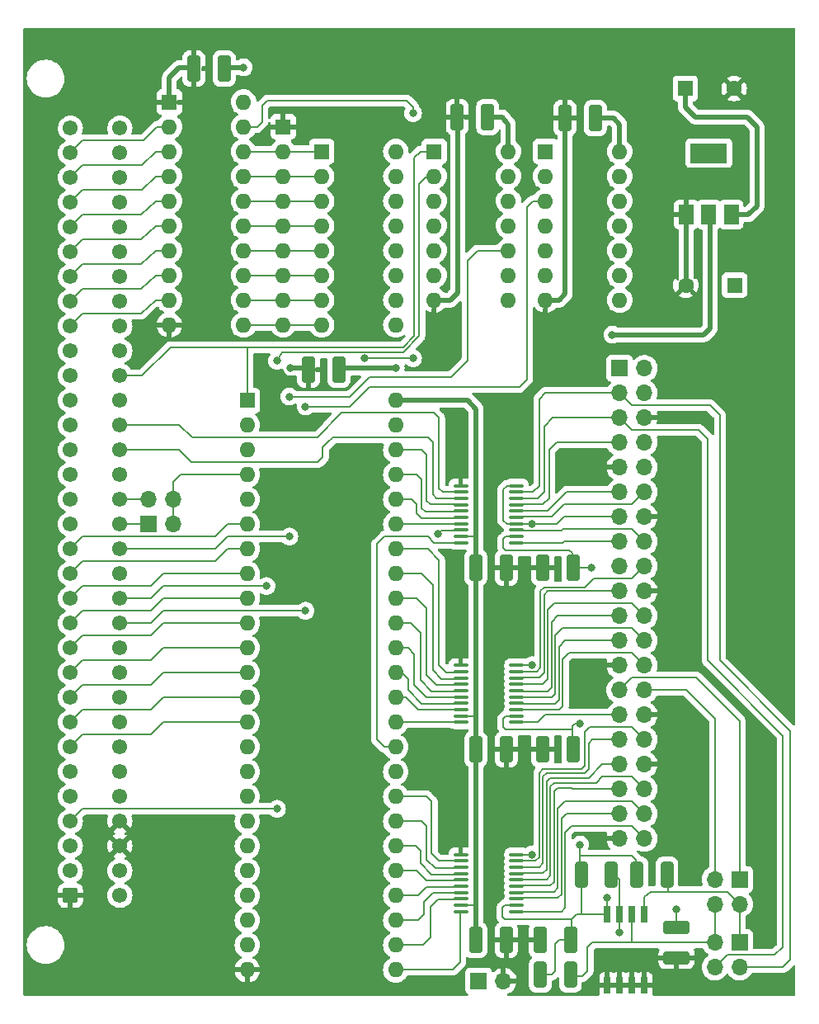
<source format=gbr>
%TF.GenerationSoftware,KiCad,Pcbnew,(6.0.8-1)-1*%
%TF.CreationDate,2023-09-26T17:12:19+03:00*%
%TF.ProjectId,A410_Podule_Ram_RPI,41343130-5f50-46f6-9475-6c655f52616d,rev?*%
%TF.SameCoordinates,Original*%
%TF.FileFunction,Copper,L1,Top*%
%TF.FilePolarity,Positive*%
%FSLAX46Y46*%
G04 Gerber Fmt 4.6, Leading zero omitted, Abs format (unit mm)*
G04 Created by KiCad (PCBNEW (6.0.8-1)-1) date 2023-09-26 17:12:19*
%MOMM*%
%LPD*%
G01*
G04 APERTURE LIST*
G04 Aperture macros list*
%AMRoundRect*
0 Rectangle with rounded corners*
0 $1 Rounding radius*
0 $2 $3 $4 $5 $6 $7 $8 $9 X,Y pos of 4 corners*
0 Add a 4 corners polygon primitive as box body*
4,1,4,$2,$3,$4,$5,$6,$7,$8,$9,$2,$3,0*
0 Add four circle primitives for the rounded corners*
1,1,$1+$1,$2,$3*
1,1,$1+$1,$4,$5*
1,1,$1+$1,$6,$7*
1,1,$1+$1,$8,$9*
0 Add four rect primitives between the rounded corners*
20,1,$1+$1,$2,$3,$4,$5,0*
20,1,$1+$1,$4,$5,$6,$7,0*
20,1,$1+$1,$6,$7,$8,$9,0*
20,1,$1+$1,$8,$9,$2,$3,0*%
G04 Aperture macros list end*
%TA.AperFunction,NonConductor*%
%ADD10C,0.200000*%
%TD*%
%TA.AperFunction,NonConductor*%
%ADD11C,0.500000*%
%TD*%
%TA.AperFunction,SMDPad,CuDef*%
%ADD12RoundRect,0.250000X-0.400000X-1.075000X0.400000X-1.075000X0.400000X1.075000X-0.400000X1.075000X0*%
%TD*%
%TA.AperFunction,ComponentPad*%
%ADD13R,1.600000X1.600000*%
%TD*%
%TA.AperFunction,ComponentPad*%
%ADD14O,1.600000X1.600000*%
%TD*%
%TA.AperFunction,ComponentPad*%
%ADD15R,1.700000X1.700000*%
%TD*%
%TA.AperFunction,ComponentPad*%
%ADD16O,1.700000X1.700000*%
%TD*%
%TA.AperFunction,SMDPad,CuDef*%
%ADD17RoundRect,0.100000X0.637500X0.100000X-0.637500X0.100000X-0.637500X-0.100000X0.637500X-0.100000X0*%
%TD*%
%TA.AperFunction,SMDPad,CuDef*%
%ADD18RoundRect,0.250000X-1.100000X0.412500X-1.100000X-0.412500X1.100000X-0.412500X1.100000X0.412500X0*%
%TD*%
%TA.AperFunction,SMDPad,CuDef*%
%ADD19R,0.650000X1.700000*%
%TD*%
%TA.AperFunction,SMDPad,CuDef*%
%ADD20R,1.500000X2.000000*%
%TD*%
%TA.AperFunction,SMDPad,CuDef*%
%ADD21R,3.800000X2.000000*%
%TD*%
%TA.AperFunction,SMDPad,CuDef*%
%ADD22RoundRect,0.250000X0.412500X1.100000X-0.412500X1.100000X-0.412500X-1.100000X0.412500X-1.100000X0*%
%TD*%
%TA.AperFunction,ComponentPad*%
%ADD23RoundRect,0.249999X0.525001X-0.525001X0.525001X0.525001X-0.525001X0.525001X-0.525001X-0.525001X0*%
%TD*%
%TA.AperFunction,ComponentPad*%
%ADD24C,1.550000*%
%TD*%
%TA.AperFunction,ComponentPad*%
%ADD25C,1.600000*%
%TD*%
%TA.AperFunction,SMDPad,CuDef*%
%ADD26RoundRect,0.250000X-0.412500X-1.100000X0.412500X-1.100000X0.412500X1.100000X-0.412500X1.100000X0*%
%TD*%
%TA.AperFunction,ViaPad*%
%ADD27C,0.800000*%
%TD*%
G04 APERTURE END LIST*
D10*
X80518000Y-78613000D02*
X86614000Y-78613000D01*
X97917000Y-75692000D02*
X104140000Y-75692000D01*
X140843000Y-80010000D02*
X140843000Y-102743000D01*
X109601000Y-71120000D02*
X111252000Y-69469000D01*
X129032000Y-110871000D02*
X131826000Y-110871000D01*
D11*
X145034000Y-57023000D02*
X145923000Y-56134000D01*
D10*
X82804000Y-73533000D02*
X85725000Y-70612000D01*
X126365000Y-118491000D02*
X131826000Y-118491000D01*
X83693000Y-97663000D02*
X84963000Y-96393000D01*
X84201000Y-58166000D02*
X85598000Y-58166000D01*
X122301000Y-56261000D02*
X122301000Y-73914000D01*
X93218000Y-50546000D02*
X97282000Y-50546000D01*
X123571000Y-114300000D02*
X123952000Y-113919000D01*
X110998000Y-83693000D02*
X108839000Y-83693000D01*
X127000000Y-93472000D02*
X127000000Y-91694000D01*
X134366000Y-90551000D02*
X133096000Y-89281000D01*
X123190000Y-123317000D02*
X123571000Y-122936000D01*
X94615000Y-48006000D02*
X95123000Y-47498000D01*
X76708000Y-54483000D02*
X82804000Y-54483000D01*
D11*
X115189000Y-65024000D02*
X114427000Y-65786000D01*
D10*
X133096000Y-117221000D02*
X126238000Y-117221000D01*
X121285000Y-128524000D02*
X125857000Y-128524000D01*
X121158000Y-108458000D02*
X120142000Y-108458000D01*
X75438000Y-63373000D02*
X76708000Y-62103000D01*
X100838000Y-82423000D02*
X101346000Y-81915000D01*
X112776000Y-90678000D02*
X115443000Y-90678000D01*
X135001000Y-126492000D02*
X134366000Y-127000000D01*
X82804000Y-51943000D02*
X84201000Y-50546000D01*
X75438000Y-53213000D02*
X76708000Y-51943000D01*
X126111000Y-90551000D02*
X131826000Y-90551000D01*
X80518000Y-73533000D02*
X82804000Y-73533000D01*
X111506000Y-84201000D02*
X110998000Y-83693000D01*
X123317000Y-103886000D02*
X123698000Y-103505000D01*
X123571000Y-75946000D02*
X124206000Y-75311000D01*
X109474000Y-104013000D02*
X108839000Y-104013000D01*
X137668000Y-130048000D02*
X137668000Y-128270000D01*
X76708000Y-67183000D02*
X82677000Y-67183000D01*
X125857000Y-126746000D02*
X125857000Y-118999000D01*
X111379000Y-122301000D02*
X111379000Y-123571000D01*
X108839000Y-111633000D02*
X107696000Y-111633000D01*
X113030000Y-86106000D02*
X115443000Y-86106000D01*
X112776000Y-77343000D02*
X113284000Y-77851000D01*
X133096000Y-79121000D02*
X139954000Y-79121000D01*
X105791000Y-74041000D02*
X106172000Y-73660000D01*
X124079000Y-95250000D02*
X128270000Y-95250000D01*
D11*
X145923000Y-48006000D02*
X144907000Y-46990000D01*
D10*
X97282000Y-50546000D02*
X101229000Y-50536000D01*
X112522000Y-117221000D02*
X112522000Y-122555000D01*
X93218000Y-65786000D02*
X97282000Y-65786000D01*
X80518000Y-98933000D02*
X83693000Y-98933000D01*
X112649000Y-103759000D02*
X112649000Y-94996000D01*
X113665000Y-85471000D02*
X115443000Y-85471000D01*
X128524000Y-134620000D02*
X128016000Y-135128000D01*
X121285000Y-90678000D02*
X125984000Y-90678000D01*
X124460000Y-105918000D02*
X124841000Y-105537000D01*
D11*
X138567349Y-44069000D02*
X138557000Y-45974000D01*
D10*
X116205000Y-61722000D02*
X117221000Y-60706000D01*
X124079000Y-85471000D02*
X124079000Y-78740000D01*
X110998000Y-87630000D02*
X110998000Y-86741000D01*
X128270000Y-114300000D02*
X128651000Y-113919000D01*
X76708000Y-107823000D02*
X83693000Y-107823000D01*
X112649000Y-85725000D02*
X113030000Y-86106000D01*
X115443000Y-107823000D02*
X111125000Y-107823000D01*
X76708000Y-117983000D02*
X96647000Y-117983000D01*
X124587000Y-86106000D02*
X124587000Y-81153000D01*
X83693000Y-110363000D02*
X84963000Y-109093000D01*
X131826000Y-130683000D02*
X131826000Y-129032000D01*
X125222000Y-100203000D02*
X125984000Y-99441000D01*
X123571000Y-84836000D02*
X123571000Y-75946000D01*
X141605000Y-131699000D02*
X141605000Y-127825500D01*
X121285000Y-105918000D02*
X124460000Y-105918000D01*
X127762000Y-124714000D02*
X127762000Y-121666000D01*
X87884000Y-82423000D02*
X100838000Y-82423000D01*
X134366000Y-118491000D02*
X133096000Y-117221000D01*
X128778000Y-109601000D02*
X133096000Y-109601000D01*
X112395000Y-131191000D02*
X112395000Y-128016000D01*
X121285000Y-125222000D02*
X124333000Y-125222000D01*
X115443000Y-87503000D02*
X111887000Y-87503000D01*
X123952000Y-113919000D02*
X127889000Y-113919000D01*
X126238000Y-128143000D02*
X126238000Y-120396000D01*
D11*
X131064000Y-69342000D02*
X140462000Y-69342000D01*
D10*
X82931000Y-49403000D02*
X84328000Y-48006000D01*
X120269000Y-88773000D02*
X119888000Y-88392000D01*
X108839000Y-121793000D02*
X110871000Y-121793000D01*
X121285000Y-88011000D02*
X124841000Y-88011000D01*
X76708000Y-62103000D02*
X82677000Y-62103000D01*
X133096000Y-89281000D02*
X125984000Y-89281000D01*
X123952000Y-124587000D02*
X124333000Y-124206000D01*
X109601000Y-70612000D02*
X110744000Y-69469000D01*
D11*
X131826000Y-50546000D02*
X131826000Y-47752000D01*
D10*
X119888000Y-88392000D02*
X119888000Y-85217000D01*
X86741000Y-83693000D02*
X93599000Y-83693000D01*
X121285000Y-104521000D02*
X123571000Y-104521000D01*
X76708000Y-90043000D02*
X90297000Y-90043000D01*
X97282000Y-63246000D02*
X101219000Y-63246000D01*
X138684000Y-105791000D02*
X134366000Y-105791000D01*
X121158000Y-90043000D02*
X120142000Y-90043000D01*
X115570000Y-108458000D02*
X117094000Y-108458000D01*
X121285000Y-103886000D02*
X123317000Y-103886000D01*
X126365000Y-85471000D02*
X131826000Y-85471000D01*
X84963000Y-104013000D02*
X93599000Y-104013000D01*
X111379000Y-123571000D02*
X112522000Y-124714000D01*
X84201000Y-53086000D02*
X85598000Y-53086000D01*
X119761000Y-128143000D02*
X119761000Y-129032000D01*
D11*
X125603000Y-65786000D02*
X124206000Y-65786000D01*
D10*
X141605000Y-125158500D02*
X141605000Y-108712000D01*
X124968000Y-77851000D02*
X131826000Y-77851000D01*
X75438000Y-106553000D02*
X76708000Y-105283000D01*
X111633000Y-131953000D02*
X112395000Y-131191000D01*
X115570000Y-104013000D02*
X114046000Y-104013000D01*
X76708000Y-110363000D02*
X83693000Y-110363000D01*
X93218000Y-48006000D02*
X94615000Y-48006000D01*
X126238000Y-100711000D02*
X131826000Y-100711000D01*
X110998000Y-96393000D02*
X108839000Y-96393000D01*
X112395000Y-128016000D02*
X113157000Y-127254000D01*
X80518000Y-91313000D02*
X90297000Y-91313000D01*
X125476000Y-127127000D02*
X125857000Y-126746000D01*
X125095000Y-126492000D02*
X125476000Y-126111000D01*
X125476000Y-126111000D02*
X125476000Y-117983000D01*
X122809000Y-122682000D02*
X121412000Y-122682000D01*
X121285000Y-107823000D02*
X125603000Y-107823000D01*
X126873000Y-131318000D02*
X126873000Y-129286000D01*
X148590000Y-110490000D02*
X148590000Y-132207000D01*
X104140000Y-76708000D02*
X99568000Y-76708000D01*
X80518000Y-86233000D02*
X83439000Y-86233000D01*
X112014000Y-53086000D02*
X112776000Y-53086000D01*
X121539000Y-74676000D02*
X106172000Y-74676000D01*
X125349000Y-88773000D02*
X126111000Y-88011000D01*
X108839000Y-116713000D02*
X112014000Y-116713000D01*
X111760000Y-127508000D02*
X112649000Y-126619000D01*
X88011000Y-79883000D02*
X100838000Y-79883000D01*
X76708000Y-97663000D02*
X83693000Y-97663000D01*
X93218000Y-58166000D02*
X97282000Y-58166000D01*
X125222000Y-106172000D02*
X125222000Y-100203000D01*
X123952000Y-123571000D02*
X123952000Y-114681000D01*
X124333000Y-125222000D02*
X124714000Y-124841000D01*
X121285000Y-85471000D02*
X122936000Y-85471000D01*
X90297000Y-91313000D02*
X91567000Y-90043000D01*
X112522000Y-122555000D02*
X113284000Y-123317000D01*
X90297000Y-92583000D02*
X91567000Y-91313000D01*
X123444000Y-109093000D02*
X124206000Y-108331000D01*
X82677000Y-67183000D02*
X84201000Y-65786000D01*
X125222000Y-134620000D02*
X125222000Y-131826000D01*
D11*
X138684000Y-57023000D02*
X138684000Y-64262000D01*
D10*
X142875000Y-132969000D02*
X147701000Y-132969000D01*
X84201000Y-63246000D02*
X85598000Y-63246000D01*
X75438000Y-55753000D02*
X76708000Y-54483000D01*
X124333000Y-124206000D02*
X124333000Y-115189000D01*
X128016000Y-135128000D02*
X126746000Y-135128000D01*
D11*
X139573000Y-46990000D02*
X138557000Y-45974000D01*
D10*
X95631000Y-45339000D02*
X109982000Y-45339000D01*
X85979000Y-84455000D02*
X86741000Y-83693000D01*
X128651000Y-113919000D02*
X128651000Y-111252000D01*
X97282000Y-60706000D02*
X101219000Y-60706000D01*
X111506000Y-88138000D02*
X110998000Y-87630000D01*
X115443000Y-88138000D02*
X111506000Y-88138000D01*
X82677000Y-57023000D02*
X84201000Y-55626000D01*
X84201000Y-55626000D02*
X85598000Y-55626000D01*
X106934000Y-110871000D02*
X106934000Y-90805000D01*
X128524000Y-132207000D02*
X128524000Y-134620000D01*
X120142000Y-90043000D02*
X119888000Y-90297000D01*
X138811000Y-105918000D02*
X138684000Y-105791000D01*
X111125000Y-126873000D02*
X112014000Y-125984000D01*
X97282000Y-58166000D02*
X101219000Y-58166000D01*
X129159000Y-94361000D02*
X133096000Y-94361000D01*
X123698000Y-95631000D02*
X124079000Y-95250000D01*
X106172000Y-73660000D02*
X110236000Y-73660000D01*
X127762000Y-122809000D02*
X133096000Y-122809000D01*
X112141000Y-91313000D02*
X108839000Y-91313000D01*
D11*
X118364000Y-46990000D02*
X119761000Y-46990000D01*
D10*
X125603000Y-106807000D02*
X125603000Y-101346000D01*
X75438000Y-93853000D02*
X76708000Y-92583000D01*
X84201000Y-65786000D02*
X85598000Y-65786000D01*
X80518000Y-81153000D02*
X86614000Y-81153000D01*
X119888000Y-109601000D02*
X120142000Y-109855000D01*
X124333000Y-114300000D02*
X128270000Y-114300000D01*
X121285000Y-105156000D02*
X123952000Y-105156000D01*
X75438000Y-101473000D02*
X76708000Y-100203000D01*
D11*
X85598000Y-42926000D02*
X86614000Y-41910000D01*
D10*
X83693000Y-105283000D02*
X84963000Y-104013000D01*
X112014000Y-119761000D02*
X112014000Y-123190000D01*
X110109000Y-105791000D02*
X110109000Y-104648000D01*
X110998000Y-124333000D02*
X111887000Y-125222000D01*
X126619000Y-101981000D02*
X133096000Y-101981000D01*
X128270000Y-113538000D02*
X128270000Y-110109000D01*
X134366000Y-98171000D02*
X133096000Y-96901000D01*
X111506000Y-93853000D02*
X108839000Y-93853000D01*
X123952000Y-114681000D02*
X124333000Y-114300000D01*
X115443000Y-107188000D02*
X111506000Y-107188000D01*
X121031000Y-127889000D02*
X120015000Y-127889000D01*
X111252000Y-53848000D02*
X111887000Y-53213000D01*
X130048000Y-113411000D02*
X131826000Y-113411000D01*
D11*
X145923000Y-56134000D02*
X145923000Y-48006000D01*
D10*
X112903000Y-124079000D02*
X115316000Y-124079000D01*
X124841000Y-105537000D02*
X124841000Y-98806000D01*
X115570000Y-90043000D02*
X117094000Y-90043000D01*
X119888000Y-91186000D02*
X120142000Y-91440000D01*
X106934000Y-90805000D02*
X107696000Y-90043000D01*
X127889000Y-128778000D02*
X127889000Y-124841000D01*
X133096000Y-99441000D02*
X125984000Y-99441000D01*
X75438000Y-91313000D02*
X76708000Y-90043000D01*
X75438000Y-96393000D02*
X76708000Y-95123000D01*
X113284000Y-77851000D02*
X113284000Y-85090000D01*
D11*
X108839000Y-72771000D02*
X102997000Y-72771000D01*
D10*
X124841000Y-135001000D02*
X125222000Y-134620000D01*
D11*
X86614000Y-41910000D02*
X88138000Y-41910000D01*
D10*
X125095000Y-115316000D02*
X129413000Y-115316000D01*
X83693000Y-98933000D02*
X84963000Y-97663000D01*
X80518000Y-96393000D02*
X83693000Y-96393000D01*
X125603000Y-101346000D02*
X126238000Y-100711000D01*
X121285000Y-107188000D02*
X125222000Y-107188000D01*
X133096000Y-94361000D02*
X134366000Y-93091000D01*
X142875000Y-126492000D02*
X135001000Y-126492000D01*
X109855000Y-106553000D02*
X108839000Y-106553000D01*
X128651000Y-114808000D02*
X130048000Y-113411000D01*
X119761000Y-129032000D02*
X120015000Y-129286000D01*
X133096000Y-76581000D02*
X141097000Y-76581000D01*
X75438000Y-111633000D02*
X76708000Y-110363000D01*
X124841000Y-88011000D02*
X126111000Y-86741000D01*
X111887000Y-125222000D02*
X112014000Y-125349000D01*
X110490000Y-86233000D02*
X108839000Y-86233000D01*
X141097000Y-76581000D02*
X142113000Y-77597000D01*
X111125000Y-107823000D02*
X109855000Y-106553000D01*
X126873000Y-115824000D02*
X127000000Y-115951000D01*
X113157000Y-127254000D02*
X115443000Y-127254000D01*
X124841000Y-98806000D02*
X125476000Y-98171000D01*
X120142000Y-109855000D02*
X127000000Y-109855000D01*
X113538000Y-104648000D02*
X112649000Y-103759000D01*
X141605000Y-108712000D02*
X138811000Y-105918000D01*
X131826000Y-125222000D02*
X131318000Y-124714000D01*
X125095000Y-125476000D02*
X125095000Y-116205000D01*
X111506000Y-107188000D02*
X110109000Y-105791000D01*
X127000000Y-111887000D02*
X127000000Y-109474000D01*
X84201000Y-60706000D02*
X85598000Y-60706000D01*
X128270000Y-110109000D02*
X128778000Y-109601000D01*
X125476000Y-115824000D02*
X126873000Y-115824000D01*
X120015000Y-127889000D02*
X119761000Y-128143000D01*
X131318000Y-124714000D02*
X131064000Y-124714000D01*
X91567000Y-88773000D02*
X93599000Y-88773000D01*
X124714000Y-115697000D02*
X125095000Y-115316000D01*
X131826000Y-77851000D02*
X133096000Y-79121000D01*
X121285000Y-127127000D02*
X125476000Y-127127000D01*
X110871000Y-121793000D02*
X111379000Y-122301000D01*
X121285000Y-86741000D02*
X123952000Y-86741000D01*
D11*
X114427000Y-65786000D02*
X112776000Y-65786000D01*
D10*
X112649000Y-94996000D02*
X111506000Y-93853000D01*
X131826000Y-75311000D02*
X133096000Y-76581000D01*
X124587000Y-81153000D02*
X125349000Y-80391000D01*
X133096000Y-104521000D02*
X139700000Y-104521000D01*
X130556000Y-128778000D02*
X127381000Y-128778000D01*
X123825000Y-135001000D02*
X124841000Y-135001000D01*
X125857000Y-128524000D02*
X126238000Y-128143000D01*
X113284000Y-85090000D02*
X113665000Y-85471000D01*
X112522000Y-124714000D02*
X115316000Y-124714000D01*
X110744000Y-69469000D02*
X110744000Y-51181000D01*
X112014000Y-123190000D02*
X112903000Y-124079000D01*
X127889000Y-113919000D02*
X128270000Y-113538000D01*
X130048000Y-114681000D02*
X133096000Y-114681000D01*
X122809000Y-88773000D02*
X121412000Y-88773000D01*
X113284000Y-92456000D02*
X112141000Y-91313000D01*
X86614000Y-78613000D02*
X87884000Y-79756000D01*
X124460000Y-95631000D02*
X131826000Y-95631000D01*
X83693000Y-95123000D02*
X84963000Y-93853000D01*
X130556000Y-128778000D02*
X130556000Y-127127000D01*
D11*
X126238000Y-47752000D02*
X126238000Y-65151000D01*
D10*
X82677000Y-62103000D02*
X84201000Y-60706000D01*
X107696000Y-90043000D02*
X112141000Y-90043000D01*
X76708000Y-57023000D02*
X82677000Y-57023000D01*
X114554000Y-73660000D02*
X116205000Y-72009000D01*
X134366000Y-127000000D02*
X134366000Y-128778000D01*
X124206000Y-55626000D02*
X122936000Y-55626000D01*
X113284000Y-123317000D02*
X115316000Y-123317000D01*
X111506000Y-119253000D02*
X112014000Y-119761000D01*
X123571000Y-104521000D02*
X124079000Y-104013000D01*
X84963000Y-101473000D02*
X93599000Y-101473000D01*
X133096000Y-119761000D02*
X134366000Y-121031000D01*
D11*
X117094000Y-76962000D02*
X116205000Y-76073000D01*
D10*
X119888000Y-108712000D02*
X119888000Y-109601000D01*
X129413000Y-115316000D02*
X130048000Y-114681000D01*
X121285000Y-125857000D02*
X124714000Y-125857000D01*
X84963000Y-98933000D02*
X93599000Y-98933000D01*
X125222000Y-131826000D02*
X125603000Y-131445000D01*
X110744000Y-105283000D02*
X110744000Y-102108000D01*
X125603000Y-107823000D02*
X125984000Y-107442000D01*
X127000000Y-115951000D02*
X131826000Y-115951000D01*
X93218000Y-60706000D02*
X97282000Y-60706000D01*
X121285000Y-89408000D02*
X125857000Y-89408000D01*
X86614000Y-81153000D02*
X87884000Y-82423000D01*
X76708000Y-51943000D02*
X82804000Y-51943000D01*
X133096000Y-114681000D02*
X134366000Y-115951000D01*
X115443000Y-86741000D02*
X112395000Y-86741000D01*
X112649000Y-80391000D02*
X112649000Y-85725000D01*
X112014000Y-97409000D02*
X110998000Y-96393000D01*
X75438000Y-60833000D02*
X76708000Y-59563000D01*
X82677000Y-64643000D02*
X84201000Y-63246000D01*
X76708000Y-105283000D02*
X83693000Y-105283000D01*
X126746000Y-119888000D02*
X126873000Y-119761000D01*
X144145000Y-134239000D02*
X148590000Y-134239000D01*
X82677000Y-59563000D02*
X84201000Y-58166000D01*
X133096000Y-96901000D02*
X125095000Y-96901000D01*
X85725000Y-70612000D02*
X109601000Y-70612000D01*
D11*
X143256000Y-57023000D02*
X145034000Y-57023000D01*
D10*
X133096000Y-109601000D02*
X134366000Y-110871000D01*
X116205000Y-72009000D02*
X116205000Y-61722000D01*
X75438000Y-119253000D02*
X76708000Y-117983000D01*
X122809000Y-88773000D02*
X125349000Y-88773000D01*
X84963000Y-97663000D02*
X99568000Y-97663000D01*
X149352000Y-109982000D02*
X142113000Y-102743000D01*
X76708000Y-102743000D02*
X83693000Y-102743000D01*
X133731000Y-131699000D02*
X129032000Y-131699000D01*
X75438000Y-109093000D02*
X76708000Y-107823000D01*
X111887000Y-53213000D02*
X112014000Y-53086000D01*
X124714000Y-114808000D02*
X128651000Y-114808000D01*
X115443000Y-127889000D02*
X117094000Y-127889000D01*
X123952000Y-105156000D02*
X124460000Y-104648000D01*
X121285000Y-87376000D02*
X124460000Y-87376000D01*
X112014000Y-81661000D02*
X111506000Y-81153000D01*
X75438000Y-58293000D02*
X76708000Y-57023000D01*
X87884000Y-79756000D02*
X88011000Y-79883000D01*
X141605000Y-131699000D02*
X133731000Y-131699000D01*
X112014000Y-125349000D02*
X115443000Y-125349000D01*
X83693000Y-102743000D02*
X84963000Y-101473000D01*
X107696000Y-111633000D02*
X106934000Y-110871000D01*
D11*
X126238000Y-65151000D02*
X125603000Y-65786000D01*
D10*
X108839000Y-119253000D02*
X111506000Y-119253000D01*
X112141000Y-90043000D02*
X112776000Y-90678000D01*
D11*
X131191000Y-47117000D02*
X129286000Y-47117000D01*
D10*
X148590000Y-134239000D02*
X149352000Y-133477000D01*
X124460000Y-87376000D02*
X126365000Y-85471000D01*
X109982000Y-45339000D02*
X110617000Y-45974000D01*
X133096000Y-131699000D02*
X133096000Y-128778000D01*
X125603000Y-131445000D02*
X126746000Y-131445000D01*
X129032000Y-131699000D02*
X128524000Y-132207000D01*
X112141000Y-79883000D02*
X112649000Y-80391000D01*
X105664000Y-71755000D02*
X110617000Y-71755000D01*
X102362000Y-79883000D02*
X112141000Y-79883000D01*
X76708000Y-49403000D02*
X82931000Y-49403000D01*
X111252000Y-69469000D02*
X111252000Y-53848000D01*
D11*
X115189000Y-47625000D02*
X115189000Y-65024000D01*
D10*
X97282000Y-53086000D02*
X101219000Y-53086000D01*
X125984000Y-90678000D02*
X126111000Y-90551000D01*
X90297000Y-90043000D02*
X91567000Y-88773000D01*
X144147500Y-125217000D02*
X144145000Y-108966000D01*
X75438000Y-68453000D02*
X76708000Y-67183000D01*
X111506000Y-81153000D02*
X108839000Y-81153000D01*
X115443000Y-88773000D02*
X108839000Y-88773000D01*
X138684000Y-43942000D02*
X138567349Y-44069000D01*
X131826000Y-88011000D02*
X126111000Y-88011000D01*
X114681000Y-134493000D02*
X108839000Y-134493000D01*
X111125000Y-129413000D02*
X111760000Y-128778000D01*
X84963000Y-95123000D02*
X95631000Y-95123000D01*
X124333000Y-115189000D02*
X124714000Y-114808000D01*
X102235000Y-80010000D02*
X102362000Y-79883000D01*
X120015000Y-129286000D02*
X126873000Y-129286000D01*
X76708000Y-100203000D02*
X83693000Y-100203000D01*
X85979000Y-88773000D02*
X85979000Y-86233000D01*
X121285000Y-123952000D02*
X123571000Y-123952000D01*
X119888000Y-85217000D02*
X120269000Y-84836000D01*
X120142000Y-108458000D02*
X119888000Y-108712000D01*
X96647000Y-72009000D02*
X97155000Y-71120000D01*
X91567000Y-90043000D02*
X97917000Y-90043000D01*
X126111000Y-86741000D02*
X133096000Y-86741000D01*
X140843000Y-102743000D02*
X148590000Y-110490000D01*
D11*
X85598000Y-45466000D02*
X85598000Y-42926000D01*
D10*
X121158000Y-88773000D02*
X120269000Y-88773000D01*
X112649000Y-126619000D02*
X115443000Y-126619000D01*
X127254000Y-109220000D02*
X127762000Y-109220000D01*
X115443000Y-105283000D02*
X113030000Y-105283000D01*
X133096000Y-86741000D02*
X134366000Y-85471000D01*
D11*
X144907000Y-46990000D02*
X139573000Y-46990000D01*
D10*
X112014000Y-106553000D02*
X110744000Y-105283000D01*
X122809000Y-103251000D02*
X121412000Y-103251000D01*
X93218000Y-63246000D02*
X97282000Y-63246000D01*
X91567000Y-91313000D02*
X93599000Y-91313000D01*
X97282000Y-68326000D02*
X101219000Y-68326000D01*
X111887000Y-87503000D02*
X111506000Y-87122000D01*
X120142000Y-91440000D02*
X126619000Y-91440000D01*
X104140000Y-75692000D02*
X105791000Y-74041000D01*
X111760000Y-128778000D02*
X111760000Y-127508000D01*
D11*
X131826000Y-47752000D02*
X131191000Y-47117000D01*
D10*
X108839000Y-109093000D02*
X115443000Y-109093000D01*
X115443000Y-104648000D02*
X113538000Y-104648000D01*
X125984000Y-89281000D02*
X125857000Y-89408000D01*
X108839000Y-126873000D02*
X111125000Y-126873000D01*
X110744000Y-51181000D02*
X111379000Y-50546000D01*
X108839000Y-131953000D02*
X111633000Y-131953000D01*
X127000000Y-109474000D02*
X127254000Y-109220000D01*
X110617000Y-45974000D02*
X110617000Y-46609000D01*
X75438000Y-98933000D02*
X76708000Y-97663000D01*
X109093000Y-101473000D02*
X108839000Y-101473000D01*
X103251000Y-77343000D02*
X112776000Y-77343000D01*
X126873000Y-119761000D02*
X133096000Y-119761000D01*
X144145000Y-127762000D02*
X142875000Y-126492000D01*
D11*
X98044000Y-72771000D02*
X99822000Y-72771000D01*
D10*
X110998000Y-86741000D02*
X110490000Y-86233000D01*
X117221000Y-60706000D02*
X120396000Y-60706000D01*
X95123000Y-45847000D02*
X95631000Y-45339000D01*
X93218000Y-68326000D02*
X97282000Y-68326000D01*
X75438000Y-104013000D02*
X76708000Y-102743000D01*
D11*
X141097000Y-57023000D02*
X141097000Y-68707000D01*
D10*
X124079000Y-96012000D02*
X124460000Y-95631000D01*
X144142500Y-127762000D02*
X144147500Y-131694000D01*
X124841000Y-106553000D02*
X125222000Y-106172000D01*
X128905000Y-93218000D02*
X127000000Y-93218000D01*
X84963000Y-109093000D02*
X93599000Y-109093000D01*
X124206000Y-108331000D02*
X131826000Y-108331000D01*
X120269000Y-84836000D02*
X121158000Y-84836000D01*
D11*
X140462000Y-69342000D02*
X141097000Y-68707000D01*
D10*
X76708000Y-92583000D02*
X90297000Y-92583000D01*
X123952000Y-86741000D02*
X124587000Y-86106000D01*
X84963000Y-106553000D02*
X93599000Y-106553000D01*
X108839000Y-129413000D02*
X111125000Y-129413000D01*
X93594000Y-76083000D02*
X93599000Y-70612000D01*
X126238000Y-120396000D02*
X126746000Y-119888000D01*
X83693000Y-96393000D02*
X84963000Y-95123000D01*
X124460000Y-97536000D02*
X125095000Y-96901000D01*
X110363000Y-98933000D02*
X108839000Y-98933000D01*
D11*
X120396000Y-50546000D02*
X120396000Y-47752000D01*
D10*
X93218000Y-53086000D02*
X97282000Y-53086000D01*
X111379000Y-50546000D02*
X112786000Y-50541000D01*
X110109000Y-101473000D02*
X108839000Y-101473000D01*
X97155000Y-71120000D02*
X109601000Y-71120000D01*
X125476000Y-117983000D02*
X126238000Y-117221000D01*
X112395000Y-86741000D02*
X112014000Y-86360000D01*
X75438000Y-65913000D02*
X76708000Y-64643000D01*
X106172000Y-74676000D02*
X104140000Y-76708000D01*
X100838000Y-79883000D02*
X103251000Y-77343000D01*
X119888000Y-90297000D02*
X119888000Y-91186000D01*
X122301000Y-73914000D02*
X121539000Y-74676000D01*
D11*
X116205000Y-76073000D02*
X108839000Y-76073000D01*
D10*
X83693000Y-107823000D02*
X84963000Y-106553000D01*
X125984000Y-107442000D02*
X125984000Y-102616000D01*
X101346000Y-80899000D02*
X102108000Y-80137000D01*
X76708000Y-95123000D02*
X83693000Y-95123000D01*
X113538000Y-89408000D02*
X115443000Y-89408000D01*
X125857000Y-118999000D02*
X126365000Y-118491000D01*
X125349000Y-80391000D02*
X131826000Y-80391000D01*
X128651000Y-111252000D02*
X129032000Y-110871000D01*
X124206000Y-75311000D02*
X131826000Y-75311000D01*
X121285000Y-126492000D02*
X125095000Y-126492000D01*
X111379000Y-104775000D02*
X111379000Y-99949000D01*
X139700000Y-104521000D02*
X144145000Y-108966000D01*
X136779000Y-126492000D02*
X136779000Y-124714000D01*
X149352000Y-133477000D02*
X149352000Y-109982000D01*
X124460000Y-104648000D02*
X124460000Y-97536000D01*
X84963000Y-93853000D02*
X93599000Y-93853000D01*
X125095000Y-116205000D02*
X125476000Y-115824000D01*
X131826000Y-128778000D02*
X131826000Y-125222000D01*
X97282000Y-65786000D02*
X101219000Y-65786000D01*
X113284000Y-103251000D02*
X113284000Y-92456000D01*
X84328000Y-48006000D02*
X85471000Y-48006000D01*
X115443000Y-105918000D02*
X112522000Y-105918000D01*
X124079000Y-104013000D02*
X124079000Y-96012000D01*
X121285000Y-123317000D02*
X123190000Y-123317000D01*
X97282000Y-55626000D02*
X101219000Y-55626000D01*
X115443000Y-133731000D02*
X114681000Y-134493000D01*
X102108000Y-80137000D02*
X102235000Y-80010000D01*
X124714000Y-125857000D02*
X125095000Y-125476000D01*
X123571000Y-122936000D02*
X123571000Y-114300000D01*
X84963000Y-96393000D02*
X93599000Y-96393000D01*
X122936000Y-55626000D02*
X122301000Y-56261000D01*
X114046000Y-104013000D02*
X113284000Y-103251000D01*
X125222000Y-107188000D02*
X125603000Y-106807000D01*
X108839000Y-124333000D02*
X110998000Y-124333000D01*
X112522000Y-105918000D02*
X111379000Y-104775000D01*
X115570000Y-106553000D02*
X112014000Y-106553000D01*
X133096000Y-122809000D02*
X133477000Y-123190000D01*
X110236000Y-73660000D02*
X114554000Y-73660000D01*
X112014000Y-104267000D02*
X112014000Y-97409000D01*
D11*
X117094000Y-131572000D02*
X117094000Y-76962000D01*
D10*
X134366000Y-100711000D02*
X133096000Y-99441000D01*
X131826000Y-105791000D02*
X133096000Y-104521000D01*
X123444000Y-86106000D02*
X124079000Y-85471000D01*
X121285000Y-86106000D02*
X123444000Y-86106000D01*
X111379000Y-99949000D02*
X110363000Y-98933000D01*
X112014000Y-116713000D02*
X112522000Y-117221000D01*
X126619000Y-91440000D02*
X127000000Y-91694000D01*
X111506000Y-87122000D02*
X111506000Y-84201000D01*
X121285000Y-109093000D02*
X123444000Y-109093000D01*
X83693000Y-100203000D02*
X84963000Y-98933000D01*
X113030000Y-105283000D02*
X112014000Y-104267000D01*
X110109000Y-104648000D02*
X109474000Y-104013000D01*
X124079000Y-78740000D02*
X124968000Y-77851000D01*
X101346000Y-81915000D02*
X101346000Y-80899000D01*
D11*
X93218000Y-41910000D02*
X91186000Y-41910000D01*
D10*
X147701000Y-132969000D02*
X148590000Y-132207000D01*
X80518000Y-88773000D02*
X83434000Y-88778000D01*
X93218000Y-55626000D02*
X97282000Y-55626000D01*
D11*
X119761000Y-46990000D02*
X120396000Y-47752000D01*
D10*
X113157000Y-89789000D02*
X113538000Y-89408000D01*
X76708000Y-64643000D02*
X82677000Y-64643000D01*
X110744000Y-102108000D02*
X110109000Y-101473000D01*
X125476000Y-98171000D02*
X131826000Y-98171000D01*
X127381000Y-128778000D02*
X126873000Y-129286000D01*
X124714000Y-124841000D02*
X124714000Y-115697000D01*
X125984000Y-102616000D02*
X126619000Y-101981000D01*
X75438000Y-50673000D02*
X76708000Y-49403000D01*
X112014000Y-125984000D02*
X115443000Y-125984000D01*
X133477000Y-123190000D02*
X133477000Y-124079000D01*
X121285000Y-106553000D02*
X124841000Y-106553000D01*
X84201000Y-50546000D02*
X85598000Y-50546000D01*
X123571000Y-123952000D02*
X123952000Y-123571000D01*
X142113000Y-102743000D02*
X142113000Y-77597000D01*
X115443000Y-128524000D02*
X115443000Y-133731000D01*
X133096000Y-101981000D02*
X134366000Y-103251000D01*
X95123000Y-47498000D02*
X95123000Y-45847000D01*
X112014000Y-86360000D02*
X112014000Y-81661000D01*
X82804000Y-54483000D02*
X84201000Y-53086000D01*
X121285000Y-124587000D02*
X123952000Y-124587000D01*
X141605000Y-134239000D02*
X142875000Y-132969000D01*
X123698000Y-103505000D02*
X123698000Y-95631000D01*
X122936000Y-85471000D02*
X123571000Y-84836000D01*
X85979000Y-86233000D02*
X85979000Y-84455000D01*
X76708000Y-59563000D02*
X82677000Y-59563000D01*
X128270000Y-95250000D02*
X129159000Y-94361000D01*
X139954000Y-79121000D02*
X140843000Y-80010000D01*
D12*
%TO.P,R3,1*%
%TO.N,+3.3V*%
X133578000Y-124714000D03*
%TO.P,R3,2*%
%TO.N,Net-(ARM1-Pad1)*%
X136678000Y-124714000D03*
%TD*%
D13*
%TO.P,U2,1*%
%TO.N,{slash}PS*%
X112786000Y-50541000D03*
D14*
%TO.P,U2,2*%
%TO.N,LA13*%
X112786000Y-53081000D03*
%TO.P,U2,3*%
%TO.N,Net-(U2-Pad3)*%
X112786000Y-55621000D03*
%TO.P,U2,4*%
%TO.N,Net-(U2-Pad4)*%
X112786000Y-58161000D03*
%TO.P,U2,5*%
%TO.N,Net-(U2-Pad5)*%
X112786000Y-60701000D03*
%TO.P,U2,6*%
%TO.N,Net-(U2-Pad6)*%
X112786000Y-63241000D03*
%TO.P,U2,7,GND*%
%TO.N,GND*%
X112786000Y-65781000D03*
%TO.P,U2,8*%
%TO.N,Net-(U1-Pad19)*%
X120406000Y-65781000D03*
%TO.P,U2,9*%
%TO.N,Net-(U2-Pad3)*%
X120406000Y-63241000D03*
%TO.P,U2,10*%
%TO.N,{slash}RD*%
X120406000Y-60701000D03*
%TO.P,U2,11*%
%TO.N,N/C*%
X120406000Y-58161000D03*
%TO.P,U2,12*%
X120406000Y-55621000D03*
%TO.P,U2,13*%
X120406000Y-53081000D03*
%TO.P,U2,14,VCC*%
%TO.N,+5V*%
X120406000Y-50541000D03*
%TD*%
D15*
%TO.P,J2,1,Pin_1*%
%TO.N,+3.3V*%
X131821000Y-72776000D03*
D16*
%TO.P,J2,2,Pin_2*%
%TO.N,+5V*%
X134361000Y-72776000D03*
%TO.P,J2,3,Pin_3*%
%TO.N,I2C_DATA*%
X131821000Y-75316000D03*
%TO.P,J2,4,Pin_4*%
%TO.N,+5V*%
X134361000Y-75316000D03*
%TO.P,J2,5,Pin_5*%
%TO.N,I2C_CLK*%
X131821000Y-77856000D03*
%TO.P,J2,6,Pin_6*%
%TO.N,GND*%
X134361000Y-77856000D03*
%TO.P,J2,7,Pin_7*%
%TO.N,R_R{slash}W*%
X131821000Y-80396000D03*
%TO.P,J2,8,Pin_8*%
%TO.N,SerTX*%
X134361000Y-80396000D03*
%TO.P,J2,9,Pin_9*%
%TO.N,GND*%
X131821000Y-82936000D03*
%TO.P,J2,10,Pin_10*%
%TO.N,SerRX*%
X134361000Y-82936000D03*
%TO.P,J2,11,Pin_11*%
%TO.N,R_BSY*%
X131821000Y-85476000D03*
%TO.P,J2,12,Pin_12*%
%TO.N,INT_R*%
X134361000Y-85476000D03*
%TO.P,J2,13,Pin_13*%
%TO.N,R_OE*%
X131821000Y-88016000D03*
%TO.P,J2,14,Pin_14*%
%TO.N,GND*%
X134361000Y-88016000D03*
%TO.P,J2,15,Pin_15*%
%TO.N,RA8*%
X131821000Y-90556000D03*
%TO.P,J2,16,Pin_16*%
%TO.N,RA9*%
X134361000Y-90556000D03*
%TO.P,J2,17,Pin_17*%
%TO.N,unconnected-(J2-Pad17)*%
X131821000Y-93096000D03*
%TO.P,J2,18,Pin_18*%
%TO.N,RA0*%
X134361000Y-93096000D03*
%TO.P,J2,19,Pin_19*%
%TO.N,RA1*%
X131821000Y-95636000D03*
%TO.P,J2,20,Pin_20*%
%TO.N,GND*%
X134361000Y-95636000D03*
%TO.P,J2,21,Pin_21*%
%TO.N,RA3*%
X131821000Y-98176000D03*
%TO.P,J2,22,Pin_22*%
%TO.N,RA2*%
X134361000Y-98176000D03*
%TO.P,J2,23,Pin_23*%
%TO.N,RA5*%
X131821000Y-100716000D03*
%TO.P,J2,24,Pin_24*%
%TO.N,RA4*%
X134361000Y-100716000D03*
%TO.P,J2,25,Pin_25*%
%TO.N,GND*%
X131821000Y-103256000D03*
%TO.P,J2,26,Pin_26*%
%TO.N,RA6*%
X134361000Y-103256000D03*
%TO.P,J2,27,Pin_27*%
%TO.N,ID_DATA*%
X131821000Y-105796000D03*
%TO.P,J2,28,Pin_28*%
%TO.N,ID_CLK*%
X134361000Y-105796000D03*
%TO.P,J2,29,Pin_29*%
%TO.N,RA7*%
X131821000Y-108336000D03*
%TO.P,J2,30,Pin_30*%
%TO.N,GND*%
X134361000Y-108336000D03*
%TO.P,J2,31,Pin_31*%
%TO.N,RD1*%
X131821000Y-110876000D03*
%TO.P,J2,32,Pin_32*%
%TO.N,RD0*%
X134361000Y-110876000D03*
%TO.P,J2,33,Pin_33*%
%TO.N,RD2*%
X131821000Y-113416000D03*
%TO.P,J2,34,Pin_34*%
%TO.N,GND*%
X134361000Y-113416000D03*
%TO.P,J2,35,Pin_35*%
%TO.N,RD4*%
X131821000Y-115956000D03*
%TO.P,J2,36,Pin_36*%
%TO.N,RD3*%
X134361000Y-115956000D03*
%TO.P,J2,37,Pin_37*%
%TO.N,RD6*%
X131821000Y-118496000D03*
%TO.P,J2,38,Pin_38*%
%TO.N,RD5*%
X134361000Y-118496000D03*
%TO.P,J2,39,Pin_39*%
%TO.N,GND*%
X131821000Y-121036000D03*
%TO.P,J2,40,Pin_40*%
%TO.N,RD7*%
X134361000Y-121036000D03*
%TD*%
D17*
%TO.P,U6,1,A1*%
%TO.N,RA7*%
X121226500Y-109097000D03*
%TO.P,U6,2,VCCA*%
%TO.N,+3.3V*%
X121226500Y-108447000D03*
%TO.P,U6,3,A2*%
%TO.N,RA6*%
X121226500Y-107797000D03*
%TO.P,U6,4,A3*%
%TO.N,RA5*%
X121226500Y-107147000D03*
%TO.P,U6,5,A4*%
%TO.N,RA4*%
X121226500Y-106497000D03*
%TO.P,U6,6,A5*%
%TO.N,RA3*%
X121226500Y-105847000D03*
%TO.P,U6,7,A6*%
%TO.N,RA2*%
X121226500Y-105197000D03*
%TO.P,U6,8,A7*%
%TO.N,RA1*%
X121226500Y-104547000D03*
%TO.P,U6,9,A8*%
%TO.N,RA0*%
X121226500Y-103897000D03*
%TO.P,U6,10,OE*%
%TO.N,{slash}R_OE*%
X121226500Y-103247000D03*
%TO.P,U6,11,GND*%
%TO.N,GND*%
X115501500Y-103247000D03*
%TO.P,U6,12,B8*%
%TO.N,AR0*%
X115501500Y-103897000D03*
%TO.P,U6,13,B7*%
%TO.N,AR1*%
X115501500Y-104547000D03*
%TO.P,U6,14,B6*%
%TO.N,AR2*%
X115501500Y-105197000D03*
%TO.P,U6,15,B5*%
%TO.N,AR3*%
X115501500Y-105847000D03*
%TO.P,U6,16,B4*%
%TO.N,AR4*%
X115501500Y-106497000D03*
%TO.P,U6,17,B3*%
%TO.N,AR5*%
X115501500Y-107147000D03*
%TO.P,U6,18,B2*%
%TO.N,AR6*%
X115501500Y-107797000D03*
%TO.P,U6,19,VCCB*%
%TO.N,+5V*%
X115501500Y-108447000D03*
%TO.P,U6,20,B1*%
%TO.N,AR7*%
X115501500Y-109097000D03*
%TD*%
D13*
%TO.P,SW1,1*%
%TO.N,Net-(RN1-Pad2)*%
X101229000Y-50536000D03*
D14*
%TO.P,SW1,2*%
%TO.N,Net-(RN1-Pad3)*%
X101229000Y-53076000D03*
%TO.P,SW1,3*%
%TO.N,Net-(RN1-Pad4)*%
X101229000Y-55616000D03*
%TO.P,SW1,4*%
%TO.N,Net-(RN1-Pad5)*%
X101229000Y-58156000D03*
%TO.P,SW1,5*%
%TO.N,Net-(RN1-Pad6)*%
X101229000Y-60696000D03*
%TO.P,SW1,6*%
%TO.N,Net-(RN1-Pad7)*%
X101229000Y-63236000D03*
%TO.P,SW1,7*%
%TO.N,Net-(RN1-Pad8)*%
X101229000Y-65776000D03*
%TO.P,SW1,8*%
%TO.N,Net-(RN1-Pad9)*%
X101229000Y-68316000D03*
%TO.P,SW1,9*%
%TO.N,+5V*%
X108849000Y-68316000D03*
%TO.P,SW1,10*%
X108849000Y-65776000D03*
%TO.P,SW1,11*%
X108849000Y-63236000D03*
%TO.P,SW1,12*%
X108849000Y-60696000D03*
%TO.P,SW1,13*%
X108849000Y-58156000D03*
%TO.P,SW1,14*%
X108849000Y-55616000D03*
%TO.P,SW1,15*%
X108849000Y-53076000D03*
%TO.P,SW1,16*%
X108849000Y-50536000D03*
%TD*%
D18*
%TO.P,C2,1*%
%TO.N,+3.3V*%
X137668000Y-130136500D03*
%TO.P,C2,2*%
%TO.N,GND*%
X137668000Y-133261500D03*
%TD*%
D19*
%TO.P,U8,1,A0*%
%TO.N,GND*%
X130556000Y-136111000D03*
%TO.P,U8,2,A1*%
X131826000Y-136111000D03*
%TO.P,U8,3,A2*%
X133096000Y-136111000D03*
%TO.P,U8,4,GND*%
X134366000Y-136111000D03*
%TO.P,U8,5,SDA*%
%TO.N,Net-(ARM1-Pad1)*%
X134366000Y-128811000D03*
%TO.P,U8,6,SCL*%
%TO.N,Net-(ARM1-Pad3)*%
X133096000Y-128811000D03*
%TO.P,U8,7,WP*%
%TO.N,Net-(Prgm1-Pad1)*%
X131826000Y-128811000D03*
%TO.P,U8,8,VCC*%
%TO.N,+3.3V*%
X130556000Y-128811000D03*
%TD*%
D17*
%TO.P,U5,1,A1*%
%TO.N,RD7*%
X121226500Y-128528000D03*
%TO.P,U5,2,VCCA*%
%TO.N,+3.3V*%
X121226500Y-127878000D03*
%TO.P,U5,3,A2*%
%TO.N,RD6*%
X121226500Y-127228000D03*
%TO.P,U5,4,A3*%
%TO.N,RD5*%
X121226500Y-126578000D03*
%TO.P,U5,5,A4*%
%TO.N,RD4*%
X121226500Y-125928000D03*
%TO.P,U5,6,A5*%
%TO.N,RD3*%
X121226500Y-125278000D03*
%TO.P,U5,7,A6*%
%TO.N,RD2*%
X121226500Y-124628000D03*
%TO.P,U5,8,A7*%
%TO.N,RD1*%
X121226500Y-123978000D03*
%TO.P,U5,9,A8*%
%TO.N,RD0*%
X121226500Y-123328000D03*
%TO.P,U5,10,OE*%
%TO.N,{slash}R_OE*%
X121226500Y-122678000D03*
%TO.P,U5,11,GND*%
%TO.N,GND*%
X115501500Y-122678000D03*
%TO.P,U5,12,B8*%
%TO.N,DR0*%
X115501500Y-123328000D03*
%TO.P,U5,13,B7*%
%TO.N,DR1*%
X115501500Y-123978000D03*
%TO.P,U5,14,B6*%
%TO.N,DR2*%
X115501500Y-124628000D03*
%TO.P,U5,15,B5*%
%TO.N,DR3*%
X115501500Y-125278000D03*
%TO.P,U5,16,B4*%
%TO.N,DR4*%
X115501500Y-125928000D03*
%TO.P,U5,17,B3*%
%TO.N,DR5*%
X115501500Y-126578000D03*
%TO.P,U5,18,B2*%
%TO.N,DR6*%
X115501500Y-127228000D03*
%TO.P,U5,19,VCCB*%
%TO.N,+5V*%
X115501500Y-127878000D03*
%TO.P,U5,20,B1*%
%TO.N,DR7*%
X115501500Y-128528000D03*
%TD*%
D20*
%TO.P,U9,1,GND*%
%TO.N,GND*%
X138670000Y-56998000D03*
%TO.P,U9,2,VO*%
%TO.N,+3.3V*%
X140970000Y-56998000D03*
D21*
X140970000Y-50698000D03*
D20*
%TO.P,U9,3,VI*%
%TO.N,+5V*%
X143270000Y-56998000D03*
%TD*%
D12*
%TO.P,R2,1*%
%TO.N,+3.3V*%
X127889000Y-124714000D03*
%TO.P,R2,2*%
%TO.N,Net-(Prgm1-Pad1)*%
X130989000Y-124714000D03*
%TD*%
%TO.P,R4,1*%
%TO.N,+3.3V*%
X123672000Y-135001000D03*
%TO.P,R4,2*%
%TO.N,Net-(ARM1-Pad3)*%
X126772000Y-135001000D03*
%TD*%
D17*
%TO.P,U7,1,A1*%
%TO.N,RA8*%
X121226500Y-90682000D03*
%TO.P,U7,2,VCCA*%
%TO.N,+3.3V*%
X121226500Y-90032000D03*
%TO.P,U7,3,A2*%
%TO.N,RA9*%
X121226500Y-89382000D03*
%TO.P,U7,4,A3*%
%TO.N,{slash}R_OE*%
X121226500Y-88732000D03*
%TO.P,U7,5,A4*%
%TO.N,INT_R*%
X121226500Y-88082000D03*
%TO.P,U7,6,A5*%
%TO.N,R_BSY*%
X121226500Y-87432000D03*
%TO.P,U7,7,A6*%
%TO.N,R_R{slash}W*%
X121226500Y-86782000D03*
%TO.P,U7,8,A7*%
%TO.N,I2C_CLK*%
X121226500Y-86132000D03*
%TO.P,U7,9,A8*%
%TO.N,I2C_DATA*%
X121226500Y-85482000D03*
%TO.P,U7,10,OE*%
%TO.N,{slash}R_OE*%
X121226500Y-84832000D03*
%TO.P,U7,11,GND*%
%TO.N,GND*%
X115501500Y-84832000D03*
%TO.P,U7,12,B8*%
%TO.N,I2C_D*%
X115501500Y-85482000D03*
%TO.P,U7,13,B7*%
%TO.N,I2C_C*%
X115501500Y-86132000D03*
%TO.P,U7,14,B6*%
%TO.N,RRW*%
X115501500Y-86782000D03*
%TO.P,U7,15,B5*%
%TO.N,BSY_R*%
X115501500Y-87432000D03*
%TO.P,U7,16,B4*%
%TO.N,RINT*%
X115501500Y-88082000D03*
%TO.P,U7,17,B3*%
%TO.N,OE_R*%
X115501500Y-88732000D03*
%TO.P,U7,18,B2*%
%TO.N,AR9*%
X115501500Y-89382000D03*
%TO.P,U7,19,VCCB*%
%TO.N,+5V*%
X115501500Y-90032000D03*
%TO.P,U7,20,B1*%
%TO.N,AR8*%
X115501500Y-90682000D03*
%TD*%
D22*
%TO.P,C3,1*%
%TO.N,+5V*%
X118275500Y-46990000D03*
%TO.P,C3,2*%
%TO.N,GND*%
X115150500Y-46990000D03*
%TD*%
D23*
%TO.P,J1,a1,Pin_a1*%
%TO.N,GND*%
X75438000Y-126873000D03*
D24*
%TO.P,J1,a2,Pin_a2*%
%TO.N,unconnected-(J1-Pada2)*%
X75438000Y-124333000D03*
%TO.P,J1,a3,Pin_a3*%
%TO.N,unconnected-(J1-Pada3)*%
X75438000Y-121793000D03*
%TO.P,J1,a4,Pin_a4*%
%TO.N,LA13*%
X75438000Y-119253000D03*
%TO.P,J1,a5,Pin_a5*%
%TO.N,LA12*%
X75438000Y-116713000D03*
%TO.P,J1,a6,Pin_a6*%
%TO.N,LA11*%
X75438000Y-114173000D03*
%TO.P,J1,a7,Pin_a7*%
%TO.N,LA10*%
X75438000Y-111633000D03*
%TO.P,J1,a8,Pin_a8*%
%TO.N,LA09*%
X75438000Y-109093000D03*
%TO.P,J1,a9,Pin_a9*%
%TO.N,LA08*%
X75438000Y-106553000D03*
%TO.P,J1,a10,Pin_a10*%
%TO.N,LA07*%
X75438000Y-104013000D03*
%TO.P,J1,a11,Pin_a11*%
%TO.N,LA06*%
X75438000Y-101473000D03*
%TO.P,J1,a12,Pin_a12*%
%TO.N,LA05*%
X75438000Y-98933000D03*
%TO.P,J1,a13,Pin_a13*%
%TO.N,LA04*%
X75438000Y-96393000D03*
%TO.P,J1,a14,Pin_a14*%
%TO.N,LA03*%
X75438000Y-93853000D03*
%TO.P,J1,a15,Pin_a15*%
%TO.N,LA02*%
X75438000Y-91313000D03*
%TO.P,J1,a16,Pin_a16*%
%TO.N,unconnected-(J1-Pada16)*%
X75438000Y-88773000D03*
%TO.P,J1,a17,Pin_a17*%
%TO.N,unconnected-(J1-Pada17)*%
X75438000Y-86233000D03*
%TO.P,J1,a18,Pin_a18*%
%TO.N,unconnected-(J1-Pada18)*%
X75438000Y-83693000D03*
%TO.P,J1,a19,Pin_a19*%
%TO.N,unconnected-(J1-Pada19)*%
X75438000Y-81153000D03*
%TO.P,J1,a20,Pin_a20*%
%TO.N,unconnected-(J1-Pada20)*%
X75438000Y-78613000D03*
%TO.P,J1,a21,Pin_a21*%
%TO.N,unconnected-(J1-Pada21)*%
X75438000Y-76073000D03*
%TO.P,J1,a22,Pin_a22*%
%TO.N,unconnected-(J1-Pada22)*%
X75438000Y-73533000D03*
%TO.P,J1,a23,Pin_a23*%
%TO.N,unconnected-(J1-Pada23)*%
X75438000Y-70993000D03*
%TO.P,J1,a24,Pin_a24*%
%TO.N,BD7*%
X75438000Y-68453000D03*
%TO.P,J1,a25,Pin_a25*%
%TO.N,BD6*%
X75438000Y-65913000D03*
%TO.P,J1,a26,Pin_a26*%
%TO.N,BD5*%
X75438000Y-63373000D03*
%TO.P,J1,a27,Pin_a27*%
%TO.N,BD4*%
X75438000Y-60833000D03*
%TO.P,J1,a28,Pin_a28*%
%TO.N,BD3*%
X75438000Y-58293000D03*
%TO.P,J1,a29,Pin_a29*%
%TO.N,BD2*%
X75438000Y-55753000D03*
%TO.P,J1,a30,Pin_a30*%
%TO.N,BD1*%
X75438000Y-53213000D03*
%TO.P,J1,a31,Pin_a31*%
%TO.N,BD0*%
X75438000Y-50673000D03*
%TO.P,J1,a32,Pin_a32*%
%TO.N,unconnected-(J1-Pada32)*%
X75438000Y-48133000D03*
%TO.P,J1,c1,Pin_c1*%
%TO.N,unconnected-(J1-Padc1)*%
X80518000Y-126873000D03*
%TO.P,J1,c2,Pin_c2*%
%TO.N,unconnected-(J1-Padc2)*%
X80518000Y-124333000D03*
%TO.P,J1,c3,Pin_c3*%
%TO.N,GND*%
X80518000Y-121793000D03*
%TO.P,J1,c4,Pin_c4*%
X80518000Y-119253000D03*
%TO.P,J1,c5,Pin_c5*%
%TO.N,unconnected-(J1-Padc5)*%
X80518000Y-116713000D03*
%TO.P,J1,c6,Pin_c6*%
%TO.N,{slash}MS*%
X80518000Y-114173000D03*
%TO.P,J1,c7,Pin_c7*%
%TO.N,unconnected-(J1-Padc7)*%
X80518000Y-111633000D03*
%TO.P,J1,c8,Pin_c8*%
%TO.N,unconnected-(J1-Padc8)*%
X80518000Y-109093000D03*
%TO.P,J1,c9,Pin_c9*%
%TO.N,unconnected-(J1-Padc9)*%
X80518000Y-106553000D03*
%TO.P,J1,c10,Pin_c10*%
%TO.N,unconnected-(J1-Padc10)*%
X80518000Y-104013000D03*
%TO.P,J1,c11,Pin_c11*%
%TO.N,unconnected-(J1-Padc11)*%
X80518000Y-101473000D03*
%TO.P,J1,c12,Pin_c12*%
%TO.N,{slash}RST*%
X80518000Y-98933000D03*
%TO.P,J1,c13,Pin_c13*%
%TO.N,PR{slash}W*%
X80518000Y-96393000D03*
%TO.P,J1,c14,Pin_c14*%
%TO.N,{slash}WR*%
X80518000Y-93853000D03*
%TO.P,J1,c15,Pin_c15*%
%TO.N,{slash}RD*%
X80518000Y-91313000D03*
%TO.P,J1,c16,Pin_c16*%
%TO.N,{slash}PIRQ*%
X80518000Y-88773000D03*
%TO.P,J1,c17,Pin_c17*%
%TO.N,{slash}PIFQ*%
X80518000Y-86233000D03*
%TO.P,J1,c18,Pin_c18*%
%TO.N,unconnected-(J1-Padc18)*%
X80518000Y-83693000D03*
%TO.P,J1,c19,Pin_c19*%
%TO.N,I2C_C*%
X80518000Y-81153000D03*
%TO.P,J1,c20,Pin_c20*%
%TO.N,I2C_D*%
X80518000Y-78613000D03*
%TO.P,J1,c21,Pin_c21*%
%TO.N,{slash}EXTPS*%
X80518000Y-76073000D03*
%TO.P,J1,c22,Pin_c22*%
%TO.N,{slash}PS*%
X80518000Y-73533000D03*
%TO.P,J1,c23,Pin_c23*%
%TO.N,{slash}IOGT*%
X80518000Y-70993000D03*
%TO.P,J1,c24,Pin_c24*%
%TO.N,{slash}IORQ*%
X80518000Y-68453000D03*
%TO.P,J1,c25,Pin_c25*%
%TO.N,{slash}BL*%
X80518000Y-65913000D03*
%TO.P,J1,c26,Pin_c26*%
%TO.N,unconnected-(J1-Padc26)*%
X80518000Y-63373000D03*
%TO.P,J1,c27,Pin_c27*%
%TO.N,CLK2*%
X80518000Y-60833000D03*
%TO.P,J1,c28,Pin_c28*%
%TO.N,CLK8*%
X80518000Y-58293000D03*
%TO.P,J1,c29,Pin_c29*%
%TO.N,REF8M*%
X80518000Y-55753000D03*
%TO.P,J1,c30,Pin_c30*%
%TO.N,+5V*%
X80518000Y-53213000D03*
%TO.P,J1,c31,Pin_c31*%
%TO.N,unconnected-(J1-Padc31)*%
X80518000Y-50673000D03*
%TO.P,J1,c32,Pin_c32*%
%TO.N,unconnected-(J1-Padc32)*%
X80518000Y-48133000D03*
%TD*%
D15*
%TO.P,INT1,1,Pin_1*%
%TO.N,{slash}PIRQ*%
X83434000Y-88778000D03*
D16*
%TO.P,INT1,2,Pin_2*%
%TO.N,{slash}PFIQ*%
X83434000Y-86238000D03*
%TO.P,INT1,3,Pin_3*%
%TO.N,Net-(INT1-Pad3)*%
X85974000Y-88778000D03*
%TO.P,INT1,4,Pin_4*%
X85974000Y-86238000D03*
%TD*%
D22*
%TO.P,C12,1*%
%TO.N,+5V*%
X91224500Y-42037000D03*
%TO.P,C12,2*%
%TO.N,GND*%
X88099500Y-42037000D03*
%TD*%
D13*
%TO.P,CP2,1*%
%TO.N,+3.3V*%
X143626651Y-64262000D03*
D25*
%TO.P,CP2,2*%
%TO.N,GND*%
X138626651Y-64262000D03*
%TD*%
D13*
%TO.P,U4,1*%
%TO.N,Net-(U2-Pad3)*%
X124206000Y-50546000D03*
D14*
%TO.P,U4,2*%
%TO.N,Net-(U2-Pad5)*%
X124206000Y-53086000D03*
%TO.P,U4,3*%
%TO.N,{slash}RST*%
X124206000Y-55626000D03*
%TO.P,U4,4*%
%TO.N,Net-(U2-Pad4)*%
X124206000Y-58166000D03*
%TO.P,U4,5*%
%TO.N,N/C*%
X124206000Y-60706000D03*
%TO.P,U4,6*%
X124206000Y-63246000D03*
%TO.P,U4,7,GND*%
%TO.N,GND*%
X124206000Y-65786000D03*
%TO.P,U4,8*%
%TO.N,N/C*%
X131826000Y-65786000D03*
%TO.P,U4,9*%
X131826000Y-63246000D03*
%TO.P,U4,10*%
X131826000Y-60706000D03*
%TO.P,U4,11*%
X131826000Y-58166000D03*
%TO.P,U4,12*%
X131826000Y-55626000D03*
%TO.P,U4,13*%
X131826000Y-53086000D03*
%TO.P,U4,14,VCC*%
%TO.N,+5V*%
X131826000Y-50546000D03*
%TD*%
D13*
%TO.P,RN1,1,common*%
%TO.N,GND*%
X97282000Y-47991000D03*
D14*
%TO.P,RN1,2,R1*%
%TO.N,Net-(RN1-Pad2)*%
X97282000Y-50531000D03*
%TO.P,RN1,3,R2*%
%TO.N,Net-(RN1-Pad3)*%
X97282000Y-53071000D03*
%TO.P,RN1,4,R3*%
%TO.N,Net-(RN1-Pad4)*%
X97282000Y-55611000D03*
%TO.P,RN1,5,R4*%
%TO.N,Net-(RN1-Pad5)*%
X97282000Y-58151000D03*
%TO.P,RN1,6,R5*%
%TO.N,Net-(RN1-Pad6)*%
X97282000Y-60691000D03*
%TO.P,RN1,7,R6*%
%TO.N,Net-(RN1-Pad7)*%
X97282000Y-63231000D03*
%TO.P,RN1,8,R7*%
%TO.N,Net-(RN1-Pad8)*%
X97282000Y-65771000D03*
%TO.P,RN1,9,R8*%
%TO.N,Net-(RN1-Pad9)*%
X97282000Y-68311000D03*
%TD*%
D26*
%TO.P,C7,1*%
%TO.N,+5V*%
X117055500Y-111887000D03*
%TO.P,C7,2*%
%TO.N,GND*%
X120180500Y-111887000D03*
%TD*%
D22*
%TO.P,C9,1*%
%TO.N,+3.3V*%
X127038500Y-93218000D03*
%TO.P,C9,2*%
%TO.N,GND*%
X123913500Y-93218000D03*
%TD*%
%TO.P,C10,1*%
%TO.N,+3.3V*%
X127038500Y-111887000D03*
%TO.P,C10,2*%
%TO.N,GND*%
X123913500Y-111887000D03*
%TD*%
D15*
%TO.P,Prgm1,1,Pin_1*%
%TO.N,Net-(Prgm1-Pad1)*%
X117343000Y-135636000D03*
D16*
%TO.P,Prgm1,2,Pin_2*%
%TO.N,GND*%
X119883000Y-135636000D03*
%TD*%
D13*
%TO.P,U3,1,/CEL*%
%TO.N,{slash}PS*%
X93594000Y-76083000D03*
D14*
%TO.P,U3,2,R/WL*%
%TO.N,PR{slash}W*%
X93594000Y-78623000D03*
%TO.P,U3,3,/BSYL*%
%TO.N,unconnected-(U3-Pad3)*%
X93594000Y-81163000D03*
%TO.P,U3,4,A10L*%
%TO.N,Net-(INT1-Pad3)*%
X93594000Y-83703000D03*
%TO.P,U3,5,/OEL*%
%TO.N,Net-(U2-Pad6)*%
X93594000Y-86243000D03*
%TO.P,U3,6,A0L*%
%TO.N,LA02*%
X93594000Y-88783000D03*
%TO.P,U3,7,A1L*%
%TO.N,LA03*%
X93594000Y-91323000D03*
%TO.P,U3,8,A2L*%
%TO.N,LA04*%
X93594000Y-93863000D03*
%TO.P,U3,9,A3L*%
%TO.N,LA05*%
X93594000Y-96403000D03*
%TO.P,U3,10,A4L*%
%TO.N,LA06*%
X93594000Y-98943000D03*
%TO.P,U3,11,A5L*%
%TO.N,LA07*%
X93594000Y-101483000D03*
%TO.P,U3,12,A6L*%
%TO.N,LA08*%
X93594000Y-104023000D03*
%TO.P,U3,13,A7L*%
%TO.N,LA09*%
X93594000Y-106563000D03*
%TO.P,U3,14,A8L*%
%TO.N,LA10*%
X93594000Y-109103000D03*
%TO.P,U3,15,A9L*%
%TO.N,LA11*%
X93594000Y-111643000D03*
%TO.P,U3,16,I/O0L*%
%TO.N,BD0*%
X93594000Y-114183000D03*
%TO.P,U3,17,I/O1L*%
%TO.N,BD1*%
X93594000Y-116723000D03*
%TO.P,U3,18,I/O2L*%
%TO.N,BD2*%
X93594000Y-119263000D03*
%TO.P,U3,19,I/O3L*%
%TO.N,BD3*%
X93594000Y-121803000D03*
%TO.P,U3,20,I/O4L*%
%TO.N,BD4*%
X93594000Y-124343000D03*
%TO.P,U3,21,I/O5L*%
%TO.N,BD5*%
X93594000Y-126883000D03*
%TO.P,U3,22,I/O6L*%
%TO.N,BD6*%
X93594000Y-129423000D03*
%TO.P,U3,23,I/O7L*%
%TO.N,BD7*%
X93594000Y-131963000D03*
%TO.P,U3,24,GND*%
%TO.N,GND*%
X93594000Y-134503000D03*
%TO.P,U3,25,I/O0R*%
%TO.N,DR7*%
X108834000Y-134503000D03*
%TO.P,U3,26,I/O1R*%
%TO.N,DR6*%
X108834000Y-131963000D03*
%TO.P,U3,27,I/O2R*%
%TO.N,DR5*%
X108834000Y-129423000D03*
%TO.P,U3,28,I/O3R*%
%TO.N,DR4*%
X108834000Y-126883000D03*
%TO.P,U3,29,I/O4R*%
%TO.N,DR3*%
X108834000Y-124343000D03*
%TO.P,U3,30,I/O5R*%
%TO.N,DR2*%
X108834000Y-121803000D03*
%TO.P,U3,31,I/O6R*%
%TO.N,DR1*%
X108834000Y-119263000D03*
%TO.P,U3,32,I/O7R*%
%TO.N,DR0*%
X108834000Y-116723000D03*
%TO.P,U3,33,A9R*%
%TO.N,AR9*%
X108834000Y-114183000D03*
%TO.P,U3,34,A8R*%
%TO.N,AR8*%
X108834000Y-111643000D03*
%TO.P,U3,35,A7R*%
%TO.N,AR7*%
X108834000Y-109103000D03*
%TO.P,U3,36,A6R*%
%TO.N,AR6*%
X108834000Y-106563000D03*
%TO.P,U3,37,A5R*%
%TO.N,AR5*%
X108834000Y-104023000D03*
%TO.P,U3,38,A4R*%
%TO.N,AR4*%
X108834000Y-101483000D03*
%TO.P,U3,39,A3R*%
%TO.N,AR3*%
X108834000Y-98943000D03*
%TO.P,U3,40,A2R*%
%TO.N,AR2*%
X108834000Y-96403000D03*
%TO.P,U3,41,A1R*%
%TO.N,AR1*%
X108834000Y-93863000D03*
%TO.P,U3,42,A0R*%
%TO.N,AR0*%
X108834000Y-91323000D03*
%TO.P,U3,43,/OER*%
%TO.N,OE_R*%
X108834000Y-88783000D03*
%TO.P,U3,44,A10R*%
%TO.N,{slash}R_INT*%
X108834000Y-86243000D03*
%TO.P,U3,45,/BSYR*%
%TO.N,BSY_R*%
X108834000Y-83703000D03*
%TO.P,U3,46,R/WR*%
%TO.N,RRW*%
X108834000Y-81163000D03*
%TO.P,U3,47,/CER*%
%TO.N,OE_R*%
X108834000Y-78623000D03*
%TO.P,U3,48,VCC*%
%TO.N,+5V*%
X108834000Y-76083000D03*
%TD*%
D15*
%TO.P,HAT1,1,Pin_1*%
%TO.N,ID_DATA*%
X144150000Y-125217000D03*
D16*
%TO.P,HAT1,2,Pin_2*%
%TO.N,Net-(ARM1-Pad1)*%
X144150000Y-127757000D03*
%TO.P,HAT1,3,Pin_3*%
%TO.N,ID_CLK*%
X141610000Y-125217000D03*
%TO.P,HAT1,4,Pin_4*%
%TO.N,Net-(ARM1-Pad3)*%
X141610000Y-127757000D03*
%TD*%
D15*
%TO.P,ARM1,1,Pin_1*%
%TO.N,Net-(ARM1-Pad1)*%
X144150000Y-131694000D03*
D16*
%TO.P,ARM1,2,Pin_2*%
%TO.N,I2C_DATA*%
X144150000Y-134234000D03*
%TO.P,ARM1,3,Pin_3*%
%TO.N,Net-(ARM1-Pad3)*%
X141610000Y-131694000D03*
%TO.P,ARM1,4,Pin_4*%
%TO.N,I2C_CLK*%
X141610000Y-134234000D03*
%TD*%
D22*
%TO.P,C5,1*%
%TO.N,+5V*%
X129324500Y-47117000D03*
%TO.P,C5,2*%
%TO.N,GND*%
X126199500Y-47117000D03*
%TD*%
D26*
%TO.P,C6,1*%
%TO.N,+5V*%
X117055500Y-131445000D03*
%TO.P,C6,2*%
%TO.N,GND*%
X120180500Y-131445000D03*
%TD*%
D22*
%TO.P,C11,1*%
%TO.N,+3.3V*%
X126784500Y-131445000D03*
%TO.P,C11,2*%
%TO.N,GND*%
X123659500Y-131445000D03*
%TD*%
D26*
%TO.P,C8,1*%
%TO.N,+5V*%
X117055500Y-93218000D03*
%TO.P,C8,2*%
%TO.N,GND*%
X120180500Y-93218000D03*
%TD*%
D13*
%TO.P,U1,1,A->B*%
%TO.N,GND*%
X85598000Y-45466000D03*
D14*
%TO.P,U1,2,A0*%
%TO.N,BD0*%
X85598000Y-48006000D03*
%TO.P,U1,3,A1*%
%TO.N,BD1*%
X85598000Y-50546000D03*
%TO.P,U1,4,A2*%
%TO.N,BD2*%
X85598000Y-53086000D03*
%TO.P,U1,5,A3*%
%TO.N,BD3*%
X85598000Y-55626000D03*
%TO.P,U1,6,A4*%
%TO.N,BD4*%
X85598000Y-58166000D03*
%TO.P,U1,7,A5*%
%TO.N,BD5*%
X85598000Y-60706000D03*
%TO.P,U1,8,A6*%
%TO.N,BD6*%
X85598000Y-63246000D03*
%TO.P,U1,9,A7*%
%TO.N,BD7*%
X85598000Y-65786000D03*
%TO.P,U1,10,GND*%
%TO.N,GND*%
X85598000Y-68326000D03*
%TO.P,U1,11,B7*%
%TO.N,Net-(RN1-Pad9)*%
X93218000Y-68326000D03*
%TO.P,U1,12,B6*%
%TO.N,Net-(RN1-Pad8)*%
X93218000Y-65786000D03*
%TO.P,U1,13,B5*%
%TO.N,Net-(RN1-Pad7)*%
X93218000Y-63246000D03*
%TO.P,U1,14,B4*%
%TO.N,Net-(RN1-Pad6)*%
X93218000Y-60706000D03*
%TO.P,U1,15,B3*%
%TO.N,Net-(RN1-Pad5)*%
X93218000Y-58166000D03*
%TO.P,U1,16,B2*%
%TO.N,Net-(RN1-Pad4)*%
X93218000Y-55626000D03*
%TO.P,U1,17,B1*%
%TO.N,Net-(RN1-Pad3)*%
X93218000Y-53086000D03*
%TO.P,U1,18,B0*%
%TO.N,Net-(RN1-Pad2)*%
X93218000Y-50546000D03*
%TO.P,U1,19,CE*%
%TO.N,Net-(U1-Pad19)*%
X93218000Y-48006000D03*
%TO.P,U1,20,VCC*%
%TO.N,+5V*%
X93218000Y-45466000D03*
%TD*%
D13*
%TO.P,CP1,1*%
%TO.N,+5V*%
X138567349Y-44069000D03*
D25*
%TO.P,CP1,2*%
%TO.N,GND*%
X143567349Y-44069000D03*
%TD*%
D22*
%TO.P,C4,1*%
%TO.N,+5V*%
X102997000Y-72898000D03*
%TO.P,C4,2*%
%TO.N,GND*%
X99872000Y-72898000D03*
%TD*%
D27*
%TO.N,*%
X99568000Y-97663000D03*
X97917000Y-90043000D03*
X113157000Y-89789000D03*
X122809000Y-103251000D03*
X108839000Y-72771000D03*
X105664000Y-71755000D03*
X122809000Y-88773000D03*
X131826000Y-130683000D03*
X97917000Y-75692000D03*
X95568500Y-95123000D03*
X122809000Y-122682000D03*
X96647000Y-72009000D03*
X110617000Y-71755000D03*
X110617000Y-46609000D03*
X99568000Y-76708000D03*
X96647000Y-117983000D03*
%TO.N,+3.3V*%
X131064000Y-69342000D03*
X127762000Y-121666000D03*
X128905000Y-93218000D03*
X130556000Y-127127000D03*
X127762000Y-109220000D03*
X137668000Y-128270000D03*
%TO.N,GND*%
X98044000Y-72771000D03*
%TO.N,+5V*%
X93218000Y-41910000D03*
%TD*%
%TA.AperFunction,Conductor*%
%TO.N,GND*%
G36*
X149801621Y-37866502D02*
G01*
X149848114Y-37920158D01*
X149859500Y-37972500D01*
X149859500Y-109324761D01*
X149839498Y-109392882D01*
X149785842Y-109439375D01*
X149715568Y-109449479D01*
X149650988Y-109419985D01*
X149644405Y-109413856D01*
X142758405Y-102527856D01*
X142724379Y-102465544D01*
X142721500Y-102438761D01*
X142721500Y-77645136D01*
X142722578Y-77628690D01*
X142724364Y-77615128D01*
X142726750Y-77597000D01*
X142721500Y-77557120D01*
X142721500Y-77557115D01*
X142707257Y-77448928D01*
X142705838Y-77438149D01*
X142644524Y-77290124D01*
X142619172Y-77257084D01*
X142571483Y-77194936D01*
X142571477Y-77194928D01*
X142571474Y-77194925D01*
X142546987Y-77163013D01*
X142540432Y-77157983D01*
X142521621Y-77143548D01*
X142509230Y-77132681D01*
X141561315Y-76184766D01*
X141550448Y-76172375D01*
X141536013Y-76153563D01*
X141530987Y-76147013D01*
X141499075Y-76122526D01*
X141499072Y-76122523D01*
X141427398Y-76067525D01*
X141410429Y-76054504D01*
X141410427Y-76054503D01*
X141403876Y-76049476D01*
X141255851Y-75988162D01*
X141247664Y-75987084D01*
X141247663Y-75987084D01*
X141236458Y-75985609D01*
X141191308Y-75979665D01*
X141136885Y-75972500D01*
X141136882Y-75972500D01*
X141136874Y-75972499D01*
X141105189Y-75968328D01*
X141097000Y-75967250D01*
X141065307Y-75971422D01*
X141048864Y-75972500D01*
X135751400Y-75972500D01*
X135683279Y-75952498D01*
X135636786Y-75898842D01*
X135626682Y-75828568D01*
X135630842Y-75809871D01*
X135635258Y-75795338D01*
X135693370Y-75604069D01*
X135722529Y-75382590D01*
X135723149Y-75357231D01*
X135724074Y-75319365D01*
X135724074Y-75319361D01*
X135724156Y-75316000D01*
X135705852Y-75093361D01*
X135651431Y-74876702D01*
X135562354Y-74671840D01*
X135466151Y-74523133D01*
X135443822Y-74488617D01*
X135443820Y-74488614D01*
X135441014Y-74484277D01*
X135290670Y-74319051D01*
X135286619Y-74315852D01*
X135286615Y-74315848D01*
X135119414Y-74183800D01*
X135119410Y-74183798D01*
X135115359Y-74180598D01*
X135074053Y-74157796D01*
X135024084Y-74107364D01*
X135009312Y-74037921D01*
X135034428Y-73971516D01*
X135061780Y-73944909D01*
X135116593Y-73905811D01*
X135240860Y-73817173D01*
X135399096Y-73659489D01*
X135412551Y-73640765D01*
X135526435Y-73482277D01*
X135529453Y-73478077D01*
X135615509Y-73303956D01*
X135626136Y-73282453D01*
X135626137Y-73282451D01*
X135628430Y-73277811D01*
X135693370Y-73064069D01*
X135722529Y-72842590D01*
X135723567Y-72800118D01*
X135724074Y-72779365D01*
X135724074Y-72779361D01*
X135724156Y-72776000D01*
X135705852Y-72553361D01*
X135651431Y-72336702D01*
X135562354Y-72131840D01*
X135485597Y-72013192D01*
X135443822Y-71948617D01*
X135443820Y-71948614D01*
X135441014Y-71944277D01*
X135290670Y-71779051D01*
X135286619Y-71775852D01*
X135286615Y-71775848D01*
X135119414Y-71643800D01*
X135119410Y-71643798D01*
X135115359Y-71640598D01*
X135109206Y-71637201D01*
X134990432Y-71571635D01*
X134919789Y-71532638D01*
X134914920Y-71530914D01*
X134914916Y-71530912D01*
X134714087Y-71459795D01*
X134714083Y-71459794D01*
X134709212Y-71458069D01*
X134704119Y-71457162D01*
X134704116Y-71457161D01*
X134494373Y-71419800D01*
X134494367Y-71419799D01*
X134489284Y-71418894D01*
X134415452Y-71417992D01*
X134271081Y-71416228D01*
X134271079Y-71416228D01*
X134265911Y-71416165D01*
X134045091Y-71449955D01*
X133832756Y-71519357D01*
X133634607Y-71622507D01*
X133630474Y-71625610D01*
X133630471Y-71625612D01*
X133466886Y-71748435D01*
X133455965Y-71756635D01*
X133399537Y-71815684D01*
X133375283Y-71841064D01*
X133313759Y-71876494D01*
X133242846Y-71873037D01*
X133185060Y-71831791D01*
X133166207Y-71798243D01*
X133124767Y-71687703D01*
X133121615Y-71679295D01*
X133034261Y-71562739D01*
X132917705Y-71475385D01*
X132781316Y-71424255D01*
X132719134Y-71417500D01*
X130922866Y-71417500D01*
X130860684Y-71424255D01*
X130724295Y-71475385D01*
X130607739Y-71562739D01*
X130520385Y-71679295D01*
X130469255Y-71815684D01*
X130462500Y-71877866D01*
X130462500Y-73674134D01*
X130469255Y-73736316D01*
X130520385Y-73872705D01*
X130607739Y-73989261D01*
X130724295Y-74076615D01*
X130732704Y-74079767D01*
X130732705Y-74079768D01*
X130841451Y-74120535D01*
X130898216Y-74163176D01*
X130922916Y-74229738D01*
X130907709Y-74299087D01*
X130888316Y-74325568D01*
X130761629Y-74458138D01*
X130758720Y-74462403D01*
X130758714Y-74462411D01*
X130749328Y-74476171D01*
X130635743Y-74642680D01*
X130634954Y-74642142D01*
X130587421Y-74688093D01*
X130528914Y-74702500D01*
X124254144Y-74702500D01*
X124237698Y-74701422D01*
X124214188Y-74698327D01*
X124206000Y-74697249D01*
X124047149Y-74718162D01*
X123899124Y-74779476D01*
X123869769Y-74802001D01*
X123803937Y-74852515D01*
X123803921Y-74852529D01*
X123778566Y-74871984D01*
X123778563Y-74871987D01*
X123772013Y-74877013D01*
X123766983Y-74883568D01*
X123752548Y-74902379D01*
X123741681Y-74914770D01*
X123174766Y-75481685D01*
X123162375Y-75492552D01*
X123137013Y-75512013D01*
X123112526Y-75543925D01*
X123112523Y-75543928D01*
X123101662Y-75558082D01*
X123044682Y-75632340D01*
X123039476Y-75639124D01*
X123008846Y-75713072D01*
X122978162Y-75787150D01*
X122962500Y-75906115D01*
X122962500Y-75906120D01*
X122957250Y-75946000D01*
X122960739Y-75972499D01*
X122961422Y-75977690D01*
X122962500Y-75994136D01*
X122962500Y-84531761D01*
X122942498Y-84599882D01*
X122925595Y-84620856D01*
X122720856Y-84825595D01*
X122658544Y-84859621D01*
X122631761Y-84862500D01*
X122598499Y-84862500D01*
X122530378Y-84842498D01*
X122483885Y-84788842D01*
X122472499Y-84736500D01*
X122472499Y-84692116D01*
X122471317Y-84683133D01*
X122457916Y-84581337D01*
X122457916Y-84581335D01*
X122456838Y-84573150D01*
X122417615Y-84478456D01*
X122398684Y-84432752D01*
X122398683Y-84432750D01*
X122395524Y-84425124D01*
X122377790Y-84402013D01*
X122303014Y-84304564D01*
X122303013Y-84304563D01*
X122297987Y-84298013D01*
X122291437Y-84292987D01*
X122291434Y-84292984D01*
X122202410Y-84224674D01*
X122170875Y-84200476D01*
X122022850Y-84139162D01*
X122014662Y-84138084D01*
X121907972Y-84124038D01*
X121907971Y-84124038D01*
X121903885Y-84123500D01*
X121226583Y-84123500D01*
X120549116Y-84123501D01*
X120545031Y-84124039D01*
X120545027Y-84124039D01*
X120438337Y-84138084D01*
X120438335Y-84138084D01*
X120430150Y-84139162D01*
X120366955Y-84165338D01*
X120289752Y-84197316D01*
X120289750Y-84197317D01*
X120282124Y-84200476D01*
X120275575Y-84205502D01*
X120268419Y-84209633D01*
X120267578Y-84208176D01*
X120217119Y-84229079D01*
X120110150Y-84243162D01*
X119962125Y-84304476D01*
X119962123Y-84304477D01*
X119962124Y-84304477D01*
X119866928Y-84377523D01*
X119866925Y-84377526D01*
X119835013Y-84402013D01*
X119829983Y-84408568D01*
X119815548Y-84427379D01*
X119804681Y-84439770D01*
X119491766Y-84752685D01*
X119479375Y-84763552D01*
X119454013Y-84783013D01*
X119429526Y-84814925D01*
X119429523Y-84814928D01*
X119429517Y-84814936D01*
X119381829Y-84877084D01*
X119356476Y-84910124D01*
X119303917Y-85037013D01*
X119295162Y-85058150D01*
X119279500Y-85177115D01*
X119279500Y-85177120D01*
X119274250Y-85217000D01*
X119275328Y-85225188D01*
X119278422Y-85248690D01*
X119279500Y-85265136D01*
X119279500Y-88343864D01*
X119278422Y-88360307D01*
X119274250Y-88392000D01*
X119279500Y-88431880D01*
X119279500Y-88431885D01*
X119290812Y-88517811D01*
X119295162Y-88550851D01*
X119356476Y-88698876D01*
X119361503Y-88705427D01*
X119361504Y-88705429D01*
X119429520Y-88794069D01*
X119429526Y-88794075D01*
X119454013Y-88825987D01*
X119460568Y-88831017D01*
X119479379Y-88845452D01*
X119491770Y-88856319D01*
X119804685Y-89169234D01*
X119815552Y-89181625D01*
X119835013Y-89206987D01*
X119866925Y-89231474D01*
X119866928Y-89231477D01*
X119866934Y-89231481D01*
X119866945Y-89231491D01*
X119919616Y-89271906D01*
X119961484Y-89329243D01*
X119965706Y-89400114D01*
X119930943Y-89462018D01*
X119891130Y-89488278D01*
X119835124Y-89511476D01*
X119828573Y-89516503D01*
X119828571Y-89516504D01*
X119739931Y-89584520D01*
X119739925Y-89584526D01*
X119708013Y-89609013D01*
X119702983Y-89615568D01*
X119688548Y-89634379D01*
X119677681Y-89646770D01*
X119491766Y-89832685D01*
X119479375Y-89843552D01*
X119454013Y-89863013D01*
X119429526Y-89894925D01*
X119429523Y-89894928D01*
X119356476Y-89990124D01*
X119295162Y-90138149D01*
X119293743Y-90148928D01*
X119279500Y-90257115D01*
X119279500Y-90257120D01*
X119274250Y-90297000D01*
X119275328Y-90305188D01*
X119278422Y-90328690D01*
X119279500Y-90345136D01*
X119279500Y-91137864D01*
X119278422Y-91154307D01*
X119274250Y-91186000D01*
X119279500Y-91225880D01*
X119279500Y-91225885D01*
X119290256Y-91307587D01*
X119295162Y-91344851D01*
X119298322Y-91352480D01*
X119313872Y-91390022D01*
X119321461Y-91460612D01*
X119286636Y-91527258D01*
X119174261Y-91639829D01*
X119165249Y-91651240D01*
X119080184Y-91789243D01*
X119074037Y-91802424D01*
X119022862Y-91956710D01*
X119019995Y-91970086D01*
X119010328Y-92064438D01*
X119010000Y-92070855D01*
X119010000Y-92945885D01*
X119014475Y-92961124D01*
X119015865Y-92962329D01*
X119023548Y-92964000D01*
X121332884Y-92964000D01*
X121348123Y-92959525D01*
X121349328Y-92958135D01*
X121350999Y-92950452D01*
X121350999Y-92174500D01*
X121371001Y-92106379D01*
X121424657Y-92059886D01*
X121476999Y-92048500D01*
X122617000Y-92048500D01*
X122685121Y-92068502D01*
X122731614Y-92122158D01*
X122743000Y-92174500D01*
X122743000Y-92945885D01*
X122747475Y-92961124D01*
X122748865Y-92962329D01*
X122756548Y-92964000D01*
X125065884Y-92964000D01*
X125081123Y-92959525D01*
X125082328Y-92958135D01*
X125083999Y-92950452D01*
X125083999Y-92174500D01*
X125104001Y-92106379D01*
X125157657Y-92059886D01*
X125209999Y-92048500D01*
X125741500Y-92048500D01*
X125809621Y-92068502D01*
X125856114Y-92122158D01*
X125867500Y-92174500D01*
X125867500Y-94368400D01*
X125867837Y-94371646D01*
X125867837Y-94371650D01*
X125877752Y-94467206D01*
X125878474Y-94474166D01*
X125880655Y-94480703D01*
X125882111Y-94487445D01*
X125879417Y-94488027D01*
X125881536Y-94546606D01*
X125845336Y-94607680D01*
X125781864Y-94639488D01*
X125759436Y-94641500D01*
X125191878Y-94641500D01*
X125123757Y-94621498D01*
X125077264Y-94567842D01*
X125067160Y-94497568D01*
X125069875Y-94486053D01*
X125069696Y-94486015D01*
X125074005Y-94465914D01*
X125083672Y-94371562D01*
X125084000Y-94365146D01*
X125084000Y-93490115D01*
X125079525Y-93474876D01*
X125078135Y-93473671D01*
X125070452Y-93472000D01*
X122761116Y-93472000D01*
X122745877Y-93476475D01*
X122744672Y-93477865D01*
X122743001Y-93485548D01*
X122743001Y-94365095D01*
X122743338Y-94371614D01*
X122753257Y-94467206D01*
X122756149Y-94480600D01*
X122807588Y-94634784D01*
X122813761Y-94647962D01*
X122899063Y-94785807D01*
X122908099Y-94797208D01*
X123022829Y-94911739D01*
X123034240Y-94920751D01*
X123172243Y-95005816D01*
X123185420Y-95011961D01*
X123193126Y-95014517D01*
X123251486Y-95054948D01*
X123278724Y-95120511D01*
X123266191Y-95190393D01*
X123253427Y-95210809D01*
X123239526Y-95228925D01*
X123239523Y-95228928D01*
X123239517Y-95228935D01*
X123239515Y-95228938D01*
X123184804Y-95300239D01*
X123166476Y-95324124D01*
X123105162Y-95472149D01*
X123105162Y-95472150D01*
X123103414Y-95485426D01*
X123093473Y-95560934D01*
X123089500Y-95591115D01*
X123089500Y-95591120D01*
X123084250Y-95631000D01*
X123085328Y-95639188D01*
X123088422Y-95662690D01*
X123089500Y-95679136D01*
X123089500Y-102226228D01*
X123069498Y-102294349D01*
X123015842Y-102340842D01*
X122945568Y-102350946D01*
X122937304Y-102349475D01*
X122910946Y-102343873D01*
X122910947Y-102343873D01*
X122904487Y-102342500D01*
X122713513Y-102342500D01*
X122707061Y-102343872D01*
X122707056Y-102343872D01*
X122630952Y-102360049D01*
X122526712Y-102382206D01*
X122520682Y-102384891D01*
X122520681Y-102384891D01*
X122358278Y-102457197D01*
X122358276Y-102457198D01*
X122352248Y-102459882D01*
X122346907Y-102463762D01*
X122346906Y-102463763D01*
X122207083Y-102565351D01*
X122140215Y-102589209D01*
X122084804Y-102579824D01*
X122030480Y-102557322D01*
X122030477Y-102557321D01*
X122022850Y-102554162D01*
X122014662Y-102553084D01*
X121907972Y-102539038D01*
X121907971Y-102539038D01*
X121903885Y-102538500D01*
X121226583Y-102538500D01*
X120549116Y-102538501D01*
X120545031Y-102539039D01*
X120545027Y-102539039D01*
X120438337Y-102553084D01*
X120438335Y-102553084D01*
X120430150Y-102554162D01*
X120368196Y-102579824D01*
X120289752Y-102612316D01*
X120289750Y-102612317D01*
X120282124Y-102615476D01*
X120275574Y-102620502D01*
X120167906Y-102703120D01*
X120155013Y-102713013D01*
X120149987Y-102719563D01*
X120149984Y-102719566D01*
X120123563Y-102753999D01*
X120057476Y-102840125D01*
X119996162Y-102988150D01*
X119995084Y-102996338D01*
X119986374Y-103062501D01*
X119980500Y-103107115D01*
X119980501Y-103386884D01*
X119981039Y-103390969D01*
X119981039Y-103390973D01*
X119995084Y-103497663D01*
X119996162Y-103505850D01*
X119999322Y-103513478D01*
X120003589Y-103523780D01*
X120011179Y-103594370D01*
X120003590Y-103620218D01*
X119996162Y-103638150D01*
X119980500Y-103757115D01*
X119980501Y-104036884D01*
X119981039Y-104040969D01*
X119981039Y-104040973D01*
X119986438Y-104081987D01*
X119996162Y-104155850D01*
X119999322Y-104163478D01*
X120003589Y-104173780D01*
X120011179Y-104244370D01*
X120003590Y-104270218D01*
X119996162Y-104288150D01*
X119980500Y-104407115D01*
X119980501Y-104686884D01*
X119981039Y-104690969D01*
X119981039Y-104690973D01*
X119986802Y-104734750D01*
X119996162Y-104805850D01*
X119999322Y-104813478D01*
X120003589Y-104823780D01*
X120011179Y-104894370D01*
X120003590Y-104920218D01*
X119996162Y-104938150D01*
X119980500Y-105057115D01*
X119980501Y-105336884D01*
X119981039Y-105340969D01*
X119981039Y-105340973D01*
X119992579Y-105428634D01*
X119996162Y-105455850D01*
X119999322Y-105463478D01*
X120003589Y-105473780D01*
X120011179Y-105544370D01*
X120003590Y-105570218D01*
X119996162Y-105588150D01*
X119995084Y-105596338D01*
X119982540Y-105691623D01*
X119980500Y-105707115D01*
X119980501Y-105986884D01*
X119981039Y-105990969D01*
X119981039Y-105990973D01*
X119986892Y-106035432D01*
X119996162Y-106105850D01*
X120001637Y-106119067D01*
X120003589Y-106123780D01*
X120011179Y-106194370D01*
X120003590Y-106220218D01*
X119996162Y-106238150D01*
X119995084Y-106246338D01*
X119988308Y-106297811D01*
X119980500Y-106357115D01*
X119980501Y-106636884D01*
X119981039Y-106640969D01*
X119981039Y-106640973D01*
X119986590Y-106683137D01*
X119996162Y-106755850D01*
X120003365Y-106773240D01*
X120003589Y-106773780D01*
X120011179Y-106844370D01*
X120003590Y-106870218D01*
X119996162Y-106888150D01*
X119995084Y-106896338D01*
X119986057Y-106964909D01*
X119980500Y-107007115D01*
X119980501Y-107286884D01*
X119981039Y-107290969D01*
X119981039Y-107290973D01*
X119986995Y-107336215D01*
X119996162Y-107405850D01*
X119999322Y-107413478D01*
X120003589Y-107423780D01*
X120011179Y-107494370D01*
X120003590Y-107520218D01*
X119996162Y-107538150D01*
X119995084Y-107546338D01*
X119992588Y-107565301D01*
X119980500Y-107657115D01*
X119980501Y-107755722D01*
X119980501Y-107782068D01*
X119960499Y-107850189D01*
X119902718Y-107898478D01*
X119842756Y-107923314D01*
X119842751Y-107923317D01*
X119835124Y-107926476D01*
X119828573Y-107931503D01*
X119828571Y-107931504D01*
X119784297Y-107965477D01*
X119739928Y-107999523D01*
X119739925Y-107999526D01*
X119708013Y-108024013D01*
X119702983Y-108030568D01*
X119688548Y-108049379D01*
X119677681Y-108061770D01*
X119491766Y-108247685D01*
X119479380Y-108258548D01*
X119454013Y-108278013D01*
X119429526Y-108309925D01*
X119429523Y-108309928D01*
X119429517Y-108309936D01*
X119367744Y-108390440D01*
X119356476Y-108405124D01*
X119295162Y-108553149D01*
X119293743Y-108563928D01*
X119279500Y-108672115D01*
X119279500Y-108672120D01*
X119274250Y-108712000D01*
X119275743Y-108723337D01*
X119278422Y-108743690D01*
X119279500Y-108760136D01*
X119279500Y-109552864D01*
X119278422Y-109569307D01*
X119274250Y-109601000D01*
X119275328Y-109609189D01*
X119279500Y-109640880D01*
X119279500Y-109640885D01*
X119285909Y-109689567D01*
X119294079Y-109751621D01*
X119295162Y-109759851D01*
X119356476Y-109907876D01*
X119389718Y-109951197D01*
X119397755Y-109961671D01*
X119423355Y-110027892D01*
X119409090Y-110097441D01*
X119364095Y-110145519D01*
X119300193Y-110185063D01*
X119288792Y-110194099D01*
X119174261Y-110308829D01*
X119165249Y-110320240D01*
X119080184Y-110458243D01*
X119074037Y-110471424D01*
X119022862Y-110625710D01*
X119019995Y-110639086D01*
X119010328Y-110733438D01*
X119010000Y-110739855D01*
X119010000Y-111614885D01*
X119014475Y-111630124D01*
X119015865Y-111631329D01*
X119023548Y-111633000D01*
X121332884Y-111633000D01*
X121348123Y-111628525D01*
X121349328Y-111627135D01*
X121350999Y-111619452D01*
X121350999Y-110739905D01*
X121350662Y-110733386D01*
X121340743Y-110637794D01*
X121336395Y-110617657D01*
X121339066Y-110617080D01*
X121336923Y-110558441D01*
X121373099Y-110497353D01*
X121436560Y-110465521D01*
X121459035Y-110463500D01*
X122635122Y-110463500D01*
X122703243Y-110483502D01*
X122749736Y-110537158D01*
X122759840Y-110607432D01*
X122757125Y-110618947D01*
X122757304Y-110618985D01*
X122752995Y-110639086D01*
X122743328Y-110733438D01*
X122743000Y-110739855D01*
X122743000Y-111614885D01*
X122747475Y-111630124D01*
X122748865Y-111631329D01*
X122756548Y-111633000D01*
X125065884Y-111633000D01*
X125081123Y-111628525D01*
X125082328Y-111627135D01*
X125083999Y-111619452D01*
X125083999Y-110739905D01*
X125083662Y-110733386D01*
X125073743Y-110637794D01*
X125069395Y-110617657D01*
X125072066Y-110617080D01*
X125069923Y-110558441D01*
X125106099Y-110497353D01*
X125169560Y-110465521D01*
X125192035Y-110463500D01*
X125759596Y-110463500D01*
X125827717Y-110483502D01*
X125874210Y-110537158D01*
X125884314Y-110607432D01*
X125881622Y-110618846D01*
X125881810Y-110618886D01*
X125880368Y-110625611D01*
X125878203Y-110632139D01*
X125877503Y-110638975D01*
X125877502Y-110638978D01*
X125875773Y-110655856D01*
X125867500Y-110736600D01*
X125867500Y-113037400D01*
X125867837Y-113040646D01*
X125867837Y-113040650D01*
X125877752Y-113136206D01*
X125878474Y-113143166D01*
X125880655Y-113149703D01*
X125882111Y-113156445D01*
X125879417Y-113157027D01*
X125881536Y-113215606D01*
X125845336Y-113276680D01*
X125781864Y-113308488D01*
X125759436Y-113310500D01*
X125191878Y-113310500D01*
X125123757Y-113290498D01*
X125077264Y-113236842D01*
X125067160Y-113166568D01*
X125069875Y-113155053D01*
X125069696Y-113155015D01*
X125074005Y-113134914D01*
X125083672Y-113040562D01*
X125084000Y-113034146D01*
X125084000Y-112159115D01*
X125079525Y-112143876D01*
X125078135Y-112142671D01*
X125070452Y-112141000D01*
X122761116Y-112141000D01*
X122745877Y-112145475D01*
X122744672Y-112146865D01*
X122743001Y-112154548D01*
X122743001Y-113034095D01*
X122743338Y-113040614D01*
X122753257Y-113136206D01*
X122756149Y-113149600D01*
X122807588Y-113303784D01*
X122813761Y-113316962D01*
X122899063Y-113454807D01*
X122908099Y-113466208D01*
X123022829Y-113580739D01*
X123034243Y-113589753D01*
X123135253Y-113652016D01*
X123182747Y-113704788D01*
X123194171Y-113774859D01*
X123165897Y-113839983D01*
X123145845Y-113859236D01*
X123137013Y-113866013D01*
X123112526Y-113897925D01*
X123112523Y-113897928D01*
X123097266Y-113917811D01*
X123064592Y-113960393D01*
X123039476Y-113993124D01*
X122987719Y-114118077D01*
X122978162Y-114141150D01*
X122962500Y-114260115D01*
X122962500Y-114260120D01*
X122957250Y-114300000D01*
X122958328Y-114308188D01*
X122961422Y-114331690D01*
X122962500Y-114348136D01*
X122962500Y-121647500D01*
X122942498Y-121715621D01*
X122888842Y-121762114D01*
X122836500Y-121773500D01*
X122713513Y-121773500D01*
X122707061Y-121774872D01*
X122707056Y-121774872D01*
X122635722Y-121790035D01*
X122526712Y-121813206D01*
X122520682Y-121815891D01*
X122520681Y-121815891D01*
X122358278Y-121888197D01*
X122358276Y-121888198D01*
X122352248Y-121890882D01*
X122346907Y-121894762D01*
X122346906Y-121894763D01*
X122207083Y-121996351D01*
X122140215Y-122020209D01*
X122084804Y-122010824D01*
X122030480Y-121988322D01*
X122030477Y-121988321D01*
X122022850Y-121985162D01*
X122014662Y-121984084D01*
X121907972Y-121970038D01*
X121907971Y-121970038D01*
X121903885Y-121969500D01*
X121226583Y-121969500D01*
X120549116Y-121969501D01*
X120545031Y-121970039D01*
X120545027Y-121970039D01*
X120438337Y-121984084D01*
X120438335Y-121984084D01*
X120430150Y-121985162D01*
X120370335Y-122009938D01*
X120289752Y-122043316D01*
X120289750Y-122043317D01*
X120282124Y-122046476D01*
X120155013Y-122144013D01*
X120149987Y-122150563D01*
X120149984Y-122150566D01*
X120111669Y-122200500D01*
X120057476Y-122271125D01*
X119996162Y-122419150D01*
X119995084Y-122427338D01*
X119983393Y-122516144D01*
X119980500Y-122538115D01*
X119980501Y-122817884D01*
X119981039Y-122821969D01*
X119981039Y-122821973D01*
X119995084Y-122928663D01*
X119996162Y-122936850D01*
X120003514Y-122954600D01*
X120003589Y-122954780D01*
X120011179Y-123025370D01*
X120003590Y-123051218D01*
X119996162Y-123069150D01*
X119995084Y-123077338D01*
X119986577Y-123141959D01*
X119980500Y-123188115D01*
X119980501Y-123467884D01*
X119981039Y-123471969D01*
X119981039Y-123471973D01*
X119994075Y-123571000D01*
X119996162Y-123586850D01*
X119999322Y-123594478D01*
X120003589Y-123604780D01*
X120011179Y-123675370D01*
X120003590Y-123701218D01*
X119996162Y-123719150D01*
X119995084Y-123727338D01*
X119987514Y-123784842D01*
X119980500Y-123838115D01*
X119980501Y-124117884D01*
X119981039Y-124121969D01*
X119981039Y-124121973D01*
X119994454Y-124223875D01*
X119996162Y-124236850D01*
X119999322Y-124244478D01*
X120003589Y-124254780D01*
X120011179Y-124325370D01*
X120003590Y-124351218D01*
X119996162Y-124369150D01*
X119980500Y-124488115D01*
X119980501Y-124767884D01*
X119981039Y-124771969D01*
X119981039Y-124771973D01*
X119987352Y-124819925D01*
X119996162Y-124886850D01*
X119999322Y-124894478D01*
X120003589Y-124904780D01*
X120011179Y-124975370D01*
X120003590Y-125001218D01*
X119996162Y-125019150D01*
X119980500Y-125138115D01*
X119980501Y-125417884D01*
X119981039Y-125421969D01*
X119981039Y-125421973D01*
X119993526Y-125516826D01*
X119996162Y-125536850D01*
X119999322Y-125544478D01*
X120003589Y-125554780D01*
X120011179Y-125625370D01*
X120003589Y-125651220D01*
X119999876Y-125660184D01*
X119996162Y-125669150D01*
X119995084Y-125677338D01*
X119984531Y-125757500D01*
X119980500Y-125788115D01*
X119980501Y-126067884D01*
X119981039Y-126071969D01*
X119981039Y-126071973D01*
X119994907Y-126177316D01*
X119996162Y-126186850D01*
X119999322Y-126194478D01*
X120003589Y-126204780D01*
X120011179Y-126275370D01*
X120003590Y-126301218D01*
X119996162Y-126319150D01*
X119980500Y-126438115D01*
X119980501Y-126717884D01*
X119981039Y-126721969D01*
X119981039Y-126721973D01*
X119989292Y-126784667D01*
X119996162Y-126836850D01*
X120003589Y-126854780D01*
X120011179Y-126925370D01*
X120003590Y-126951218D01*
X119996162Y-126969150D01*
X119995084Y-126977338D01*
X119991126Y-127007406D01*
X119980500Y-127088115D01*
X119980500Y-127169292D01*
X119960498Y-127237413D01*
X119906842Y-127283906D01*
X119870947Y-127294214D01*
X119856150Y-127296162D01*
X119804148Y-127317702D01*
X119708124Y-127357476D01*
X119701573Y-127362503D01*
X119701571Y-127362504D01*
X119652922Y-127399834D01*
X119612928Y-127430523D01*
X119612925Y-127430526D01*
X119581013Y-127455013D01*
X119575983Y-127461568D01*
X119561548Y-127480379D01*
X119550681Y-127492770D01*
X119364766Y-127678685D01*
X119352375Y-127689552D01*
X119327013Y-127709013D01*
X119302526Y-127740925D01*
X119302523Y-127740928D01*
X119302517Y-127740936D01*
X119236548Y-127826908D01*
X119229476Y-127836124D01*
X119168162Y-127984149D01*
X119166629Y-127995794D01*
X119152500Y-128103115D01*
X119152500Y-128103120D01*
X119147250Y-128143000D01*
X119148742Y-128154329D01*
X119151422Y-128174690D01*
X119152500Y-128191136D01*
X119152500Y-128983864D01*
X119151422Y-129000307D01*
X119147250Y-129032000D01*
X119152500Y-129071880D01*
X119152500Y-129071885D01*
X119159776Y-129127149D01*
X119168162Y-129190851D01*
X119229476Y-129338876D01*
X119234503Y-129345427D01*
X119234504Y-129345429D01*
X119302520Y-129434069D01*
X119302526Y-129434075D01*
X119327013Y-129465987D01*
X119333568Y-129471017D01*
X119352379Y-129485452D01*
X119364770Y-129496319D01*
X119379996Y-129511545D01*
X119414022Y-129573857D01*
X119408957Y-129644672D01*
X119366410Y-129701508D01*
X119357203Y-129707785D01*
X119300191Y-129743065D01*
X119288792Y-129752099D01*
X119174261Y-129866829D01*
X119165249Y-129878240D01*
X119080184Y-130016243D01*
X119074037Y-130029424D01*
X119022862Y-130183710D01*
X119019995Y-130197086D01*
X119010328Y-130291438D01*
X119010000Y-130297855D01*
X119010000Y-131172885D01*
X119014475Y-131188124D01*
X119015865Y-131189329D01*
X119023548Y-131191000D01*
X121332884Y-131191000D01*
X121348123Y-131186525D01*
X121349328Y-131185135D01*
X121350999Y-131177452D01*
X121350999Y-130297905D01*
X121350662Y-130291386D01*
X121340743Y-130195794D01*
X121337851Y-130182400D01*
X121297141Y-130060376D01*
X121294557Y-129989426D01*
X121330741Y-129928342D01*
X121394205Y-129896518D01*
X121416665Y-129894500D01*
X122423247Y-129894500D01*
X122491368Y-129914502D01*
X122537861Y-129968158D01*
X122547965Y-130038432D01*
X122542840Y-130060168D01*
X122501862Y-130183710D01*
X122498995Y-130197086D01*
X122489328Y-130291438D01*
X122489000Y-130297855D01*
X122489000Y-131172885D01*
X122493475Y-131188124D01*
X122494865Y-131189329D01*
X122502548Y-131191000D01*
X123787500Y-131191000D01*
X123855621Y-131211002D01*
X123902114Y-131264658D01*
X123913500Y-131317000D01*
X123913500Y-131573000D01*
X123893498Y-131641121D01*
X123839842Y-131687614D01*
X123787500Y-131699000D01*
X122507116Y-131699000D01*
X122491877Y-131703475D01*
X122490672Y-131704865D01*
X122489001Y-131712548D01*
X122489001Y-132592095D01*
X122489338Y-132598614D01*
X122499257Y-132694206D01*
X122502149Y-132707600D01*
X122553588Y-132861784D01*
X122559761Y-132874962D01*
X122645063Y-133012807D01*
X122654099Y-133024208D01*
X122768827Y-133138737D01*
X122779242Y-133146962D01*
X122820305Y-133204878D01*
X122823538Y-133275801D01*
X122790324Y-133334863D01*
X122672695Y-133452697D01*
X122668855Y-133458927D01*
X122668854Y-133458928D01*
X122608771Y-133556401D01*
X122579885Y-133603262D01*
X122577581Y-133610209D01*
X122528359Y-133758610D01*
X122524203Y-133771139D01*
X122513500Y-133875600D01*
X122513500Y-136126400D01*
X122524474Y-136232166D01*
X122580450Y-136399946D01*
X122673522Y-136550348D01*
X122798697Y-136675305D01*
X122804927Y-136679145D01*
X122804928Y-136679146D01*
X122942090Y-136763694D01*
X122949262Y-136768115D01*
X123029005Y-136794564D01*
X123110611Y-136821632D01*
X123110613Y-136821632D01*
X123117139Y-136823797D01*
X123123975Y-136824497D01*
X123123978Y-136824498D01*
X123167031Y-136828909D01*
X123221600Y-136834500D01*
X124122400Y-136834500D01*
X124125646Y-136834163D01*
X124125650Y-136834163D01*
X124221308Y-136824238D01*
X124221312Y-136824237D01*
X124228166Y-136823526D01*
X124234702Y-136821345D01*
X124234704Y-136821345D01*
X124366806Y-136777272D01*
X124395946Y-136767550D01*
X124546348Y-136674478D01*
X124671305Y-136549303D01*
X124675146Y-136543072D01*
X124760275Y-136404968D01*
X124760276Y-136404966D01*
X124764115Y-136398738D01*
X124819797Y-136230861D01*
X124830500Y-136126400D01*
X124830500Y-135726632D01*
X124850502Y-135658511D01*
X124904158Y-135612018D01*
X124940052Y-135601710D01*
X124985304Y-135595753D01*
X124986740Y-135595564D01*
X124991664Y-135594916D01*
X124991666Y-135594916D01*
X124999851Y-135593838D01*
X125147876Y-135532524D01*
X125183354Y-135505301D01*
X125243072Y-135459477D01*
X125243075Y-135459474D01*
X125268434Y-135440015D01*
X125274987Y-135434987D01*
X125280017Y-135428432D01*
X125294452Y-135409621D01*
X125305319Y-135397230D01*
X125398405Y-135304144D01*
X125460717Y-135270118D01*
X125531532Y-135275183D01*
X125588368Y-135317730D01*
X125613179Y-135384250D01*
X125613500Y-135393239D01*
X125613500Y-136126400D01*
X125624474Y-136232166D01*
X125680450Y-136399946D01*
X125773522Y-136550348D01*
X125898697Y-136675305D01*
X125904927Y-136679145D01*
X125904928Y-136679146D01*
X126042090Y-136763694D01*
X126049262Y-136768115D01*
X126129005Y-136794564D01*
X126210611Y-136821632D01*
X126210613Y-136821632D01*
X126217139Y-136823797D01*
X126223975Y-136824497D01*
X126223978Y-136824498D01*
X126267031Y-136828909D01*
X126321600Y-136834500D01*
X127222400Y-136834500D01*
X127225646Y-136834163D01*
X127225650Y-136834163D01*
X127321308Y-136824238D01*
X127321312Y-136824237D01*
X127328166Y-136823526D01*
X127334702Y-136821345D01*
X127334704Y-136821345D01*
X127466806Y-136777272D01*
X127495946Y-136767550D01*
X127646348Y-136674478D01*
X127771305Y-136549303D01*
X127775146Y-136543072D01*
X127860275Y-136404968D01*
X127860276Y-136404966D01*
X127864115Y-136398738D01*
X127919797Y-136230861D01*
X127930500Y-136126400D01*
X127930500Y-135863505D01*
X127937729Y-135838885D01*
X129723000Y-135838885D01*
X129727475Y-135854124D01*
X129728865Y-135855329D01*
X129736548Y-135857000D01*
X130283885Y-135857000D01*
X130299124Y-135852525D01*
X130300329Y-135851135D01*
X130302000Y-135843452D01*
X130302000Y-135838885D01*
X130810000Y-135838885D01*
X130814475Y-135854124D01*
X130815865Y-135855329D01*
X130823548Y-135857000D01*
X131553885Y-135857000D01*
X131569124Y-135852525D01*
X131570329Y-135851135D01*
X131572000Y-135843452D01*
X131572000Y-135838885D01*
X132080000Y-135838885D01*
X132084475Y-135854124D01*
X132085865Y-135855329D01*
X132093548Y-135857000D01*
X132823885Y-135857000D01*
X132839124Y-135852525D01*
X132840329Y-135851135D01*
X132842000Y-135843452D01*
X132842000Y-135838885D01*
X133350000Y-135838885D01*
X133354475Y-135854124D01*
X133355865Y-135855329D01*
X133363548Y-135857000D01*
X134093885Y-135857000D01*
X134109124Y-135852525D01*
X134110329Y-135851135D01*
X134112000Y-135843452D01*
X134112000Y-135838885D01*
X134620000Y-135838885D01*
X134624475Y-135854124D01*
X134625865Y-135855329D01*
X134633548Y-135857000D01*
X135180884Y-135857000D01*
X135196123Y-135852525D01*
X135197328Y-135851135D01*
X135198999Y-135843452D01*
X135198999Y-135216331D01*
X135198629Y-135209510D01*
X135193105Y-135158648D01*
X135189479Y-135143396D01*
X135144324Y-135022946D01*
X135135786Y-135007351D01*
X135059285Y-134905276D01*
X135046724Y-134892715D01*
X134944649Y-134816214D01*
X134929054Y-134807676D01*
X134808606Y-134762522D01*
X134793351Y-134758895D01*
X134742486Y-134753369D01*
X134735672Y-134753000D01*
X134638115Y-134753000D01*
X134622876Y-134757475D01*
X134621671Y-134758865D01*
X134620000Y-134766548D01*
X134620000Y-135838885D01*
X134112000Y-135838885D01*
X134112000Y-134771116D01*
X134107525Y-134755877D01*
X134106135Y-134754672D01*
X134098452Y-134753001D01*
X133996331Y-134753001D01*
X133989510Y-134753371D01*
X133938648Y-134758895D01*
X133923396Y-134762521D01*
X133802942Y-134807677D01*
X133791509Y-134813937D01*
X133722152Y-134829106D01*
X133670491Y-134813937D01*
X133659058Y-134807677D01*
X133538606Y-134762522D01*
X133523351Y-134758895D01*
X133472486Y-134753369D01*
X133465672Y-134753000D01*
X133368115Y-134753000D01*
X133352876Y-134757475D01*
X133351671Y-134758865D01*
X133350000Y-134766548D01*
X133350000Y-135838885D01*
X132842000Y-135838885D01*
X132842000Y-134771116D01*
X132837525Y-134755877D01*
X132836135Y-134754672D01*
X132828452Y-134753001D01*
X132726331Y-134753001D01*
X132719510Y-134753371D01*
X132668648Y-134758895D01*
X132653396Y-134762521D01*
X132532942Y-134807677D01*
X132521509Y-134813937D01*
X132452152Y-134829106D01*
X132400491Y-134813937D01*
X132389058Y-134807677D01*
X132268606Y-134762522D01*
X132253351Y-134758895D01*
X132202486Y-134753369D01*
X132195672Y-134753000D01*
X132098115Y-134753000D01*
X132082876Y-134757475D01*
X132081671Y-134758865D01*
X132080000Y-134766548D01*
X132080000Y-135838885D01*
X131572000Y-135838885D01*
X131572000Y-134771116D01*
X131567525Y-134755877D01*
X131566135Y-134754672D01*
X131558452Y-134753001D01*
X131456331Y-134753001D01*
X131449510Y-134753371D01*
X131398648Y-134758895D01*
X131383396Y-134762521D01*
X131262942Y-134807677D01*
X131251509Y-134813937D01*
X131182152Y-134829106D01*
X131130491Y-134813937D01*
X131119058Y-134807677D01*
X130998606Y-134762522D01*
X130983351Y-134758895D01*
X130932486Y-134753369D01*
X130925672Y-134753000D01*
X130828115Y-134753000D01*
X130812876Y-134757475D01*
X130811671Y-134758865D01*
X130810000Y-134766548D01*
X130810000Y-135838885D01*
X130302000Y-135838885D01*
X130302000Y-134771116D01*
X130297525Y-134755877D01*
X130296135Y-134754672D01*
X130288452Y-134753001D01*
X130186331Y-134753001D01*
X130179510Y-134753371D01*
X130128648Y-134758895D01*
X130113396Y-134762521D01*
X129992946Y-134807676D01*
X129977351Y-134816214D01*
X129875276Y-134892715D01*
X129862715Y-134905276D01*
X129786214Y-135007351D01*
X129777676Y-135022946D01*
X129732522Y-135143394D01*
X129728895Y-135158649D01*
X129723369Y-135209514D01*
X129723000Y-135216328D01*
X129723000Y-135838885D01*
X127937729Y-135838885D01*
X127950502Y-135795384D01*
X128004158Y-135748891D01*
X128040052Y-135738584D01*
X128055880Y-135736500D01*
X128055885Y-135736500D01*
X128155457Y-135723391D01*
X128166664Y-135721916D01*
X128166666Y-135721915D01*
X128174851Y-135720838D01*
X128322876Y-135659524D01*
X128347639Y-135640523D01*
X128418072Y-135586477D01*
X128418075Y-135586474D01*
X128443434Y-135567015D01*
X128449987Y-135561987D01*
X128463742Y-135544062D01*
X128469452Y-135536621D01*
X128480319Y-135524230D01*
X128920234Y-135084315D01*
X128932625Y-135073448D01*
X128951437Y-135059013D01*
X128957987Y-135053987D01*
X128982474Y-135022075D01*
X128982477Y-135022072D01*
X129055523Y-134926876D01*
X129055524Y-134926875D01*
X129062869Y-134909144D01*
X129113678Y-134786479D01*
X129116838Y-134778850D01*
X129132500Y-134659885D01*
X129132500Y-134659878D01*
X129137750Y-134620000D01*
X129133578Y-134588307D01*
X129132500Y-134571864D01*
X129132500Y-133721095D01*
X135810001Y-133721095D01*
X135810338Y-133727614D01*
X135820257Y-133823206D01*
X135823149Y-133836600D01*
X135874588Y-133990784D01*
X135880761Y-134003962D01*
X135966063Y-134141807D01*
X135975099Y-134153208D01*
X136089829Y-134267739D01*
X136101240Y-134276751D01*
X136239243Y-134361816D01*
X136252424Y-134367963D01*
X136406710Y-134419138D01*
X136420086Y-134422005D01*
X136514438Y-134431672D01*
X136520854Y-134432000D01*
X137395885Y-134432000D01*
X137411124Y-134427525D01*
X137412329Y-134426135D01*
X137414000Y-134418452D01*
X137414000Y-134413884D01*
X137922000Y-134413884D01*
X137926475Y-134429123D01*
X137927865Y-134430328D01*
X137935548Y-134431999D01*
X138815095Y-134431999D01*
X138821614Y-134431662D01*
X138917206Y-134421743D01*
X138930600Y-134418851D01*
X139084784Y-134367412D01*
X139097962Y-134361239D01*
X139235807Y-134275937D01*
X139247208Y-134266901D01*
X139361739Y-134152171D01*
X139370751Y-134140760D01*
X139455816Y-134002757D01*
X139461963Y-133989576D01*
X139513138Y-133835290D01*
X139516005Y-133821914D01*
X139525672Y-133727562D01*
X139526000Y-133721146D01*
X139526000Y-133533615D01*
X139521525Y-133518376D01*
X139520135Y-133517171D01*
X139512452Y-133515500D01*
X137940115Y-133515500D01*
X137924876Y-133519975D01*
X137923671Y-133521365D01*
X137922000Y-133529048D01*
X137922000Y-134413884D01*
X137414000Y-134413884D01*
X137414000Y-133533615D01*
X137409525Y-133518376D01*
X137408135Y-133517171D01*
X137400452Y-133515500D01*
X135828116Y-133515500D01*
X135812877Y-133519975D01*
X135811672Y-133521365D01*
X135810001Y-133529048D01*
X135810001Y-133721095D01*
X129132500Y-133721095D01*
X129132500Y-132511239D01*
X129152502Y-132443118D01*
X129169405Y-132422144D01*
X129247144Y-132344405D01*
X129309456Y-132310379D01*
X129336239Y-132307500D01*
X133047857Y-132307500D01*
X133064303Y-132308578D01*
X133096000Y-132312751D01*
X133104188Y-132311673D01*
X133127697Y-132308578D01*
X133144143Y-132307500D01*
X135785638Y-132307500D01*
X135853759Y-132327502D01*
X135900252Y-132381158D01*
X135910356Y-132451432D01*
X135892898Y-132499616D01*
X135880184Y-132520243D01*
X135874037Y-132533424D01*
X135822862Y-132687710D01*
X135819995Y-132701086D01*
X135810328Y-132795438D01*
X135810000Y-132801855D01*
X135810000Y-132989385D01*
X135814475Y-133004624D01*
X135815865Y-133005829D01*
X135823548Y-133007500D01*
X139507884Y-133007500D01*
X139523123Y-133003025D01*
X139524328Y-133001635D01*
X139525999Y-132993952D01*
X139525999Y-132801905D01*
X139525662Y-132795386D01*
X139515743Y-132699794D01*
X139512851Y-132686400D01*
X139461412Y-132532216D01*
X139455239Y-132519040D01*
X139443335Y-132499802D01*
X139424498Y-132431350D01*
X139445660Y-132363581D01*
X139500101Y-132318010D01*
X139550480Y-132307500D01*
X140322018Y-132307500D01*
X140390139Y-132327502D01*
X140429451Y-132367665D01*
X140509987Y-132499088D01*
X140656250Y-132667938D01*
X140793912Y-132782227D01*
X140824113Y-132807300D01*
X140828126Y-132810632D01*
X140898595Y-132851811D01*
X140901445Y-132853476D01*
X140950169Y-132905114D01*
X140963240Y-132974897D01*
X140936509Y-133040669D01*
X140896055Y-133074027D01*
X140883607Y-133080507D01*
X140879474Y-133083610D01*
X140879471Y-133083612D01*
X140735341Y-133191828D01*
X140704965Y-133214635D01*
X140682243Y-133238412D01*
X140578288Y-133347195D01*
X140550629Y-133376138D01*
X140547715Y-133380410D01*
X140547714Y-133380411D01*
X140499117Y-133451652D01*
X140424743Y-133560680D01*
X140393670Y-133627621D01*
X140333259Y-133757767D01*
X140330688Y-133763305D01*
X140270989Y-133978570D01*
X140247251Y-134200695D01*
X140247548Y-134205848D01*
X140247548Y-134205851D01*
X140256508Y-134361239D01*
X140260110Y-134423715D01*
X140261247Y-134428761D01*
X140261248Y-134428767D01*
X140277978Y-134503000D01*
X140309222Y-134641639D01*
X140361797Y-134771116D01*
X140376643Y-134807677D01*
X140393266Y-134848616D01*
X140434196Y-134915408D01*
X140507291Y-135034688D01*
X140509987Y-135039088D01*
X140656250Y-135207938D01*
X140732846Y-135271529D01*
X140824113Y-135347300D01*
X140828126Y-135350632D01*
X141021000Y-135463338D01*
X141229692Y-135543030D01*
X141234760Y-135544061D01*
X141234763Y-135544062D01*
X141290649Y-135555432D01*
X141448597Y-135587567D01*
X141453772Y-135587757D01*
X141453774Y-135587757D01*
X141666673Y-135595564D01*
X141666677Y-135595564D01*
X141671837Y-135595753D01*
X141676957Y-135595097D01*
X141676959Y-135595097D01*
X141888288Y-135568025D01*
X141888289Y-135568025D01*
X141893416Y-135567368D01*
X141911352Y-135561987D01*
X142102429Y-135504661D01*
X142102434Y-135504659D01*
X142107384Y-135503174D01*
X142307994Y-135404896D01*
X142489860Y-135275173D01*
X142648096Y-135117489D01*
X142659585Y-135101501D01*
X142778453Y-134936077D01*
X142779776Y-134937028D01*
X142826645Y-134893857D01*
X142896580Y-134881625D01*
X142962026Y-134909144D01*
X142989875Y-134940994D01*
X142996297Y-134951474D01*
X143049987Y-135039088D01*
X143196250Y-135207938D01*
X143272846Y-135271529D01*
X143364113Y-135347300D01*
X143368126Y-135350632D01*
X143561000Y-135463338D01*
X143769692Y-135543030D01*
X143774760Y-135544061D01*
X143774763Y-135544062D01*
X143830649Y-135555432D01*
X143988597Y-135587567D01*
X143993772Y-135587757D01*
X143993774Y-135587757D01*
X144206673Y-135595564D01*
X144206677Y-135595564D01*
X144211837Y-135595753D01*
X144216957Y-135595097D01*
X144216959Y-135595097D01*
X144428288Y-135568025D01*
X144428289Y-135568025D01*
X144433416Y-135567368D01*
X144451352Y-135561987D01*
X144642429Y-135504661D01*
X144642434Y-135504659D01*
X144647384Y-135503174D01*
X144847994Y-135404896D01*
X145029860Y-135275173D01*
X145188096Y-135117489D01*
X145199585Y-135101501D01*
X145315435Y-134940277D01*
X145318453Y-134936077D01*
X145320743Y-134931443D01*
X145320748Y-134931435D01*
X145327548Y-134917675D01*
X145375661Y-134865467D01*
X145440506Y-134847500D01*
X148541864Y-134847500D01*
X148558307Y-134848578D01*
X148590000Y-134852750D01*
X148598189Y-134851672D01*
X148629874Y-134847501D01*
X148629884Y-134847500D01*
X148629885Y-134847500D01*
X148729457Y-134834391D01*
X148740664Y-134832916D01*
X148740666Y-134832915D01*
X148748851Y-134831838D01*
X148896876Y-134770524D01*
X148906858Y-134762865D01*
X148992072Y-134697477D01*
X148992075Y-134697474D01*
X149023987Y-134672987D01*
X149034902Y-134658763D01*
X149043452Y-134647621D01*
X149054319Y-134635230D01*
X149644405Y-134045144D01*
X149706717Y-134011118D01*
X149777532Y-134016183D01*
X149834368Y-134058730D01*
X149859179Y-134125250D01*
X149859500Y-134134239D01*
X149859500Y-137033500D01*
X149839498Y-137101621D01*
X149785842Y-137148114D01*
X149733500Y-137159500D01*
X135323089Y-137159500D01*
X135254968Y-137139498D01*
X135208475Y-137085842D01*
X135197826Y-137019887D01*
X135198632Y-137012473D01*
X135199000Y-137005672D01*
X135199000Y-136383115D01*
X135194525Y-136367876D01*
X135193135Y-136366671D01*
X135185452Y-136365000D01*
X129741116Y-136365000D01*
X129725877Y-136369475D01*
X129724672Y-136370865D01*
X129723001Y-136378548D01*
X129723001Y-137005669D01*
X129723370Y-137012483D01*
X129724175Y-137019892D01*
X129711647Y-137089775D01*
X129663326Y-137141790D01*
X129598912Y-137159500D01*
X120389387Y-137159500D01*
X120321266Y-137139498D01*
X120274773Y-137085842D01*
X120264669Y-137015568D01*
X120294163Y-136950988D01*
X120353180Y-136912814D01*
X120375252Y-136906192D01*
X120384842Y-136902433D01*
X120576095Y-136808739D01*
X120584945Y-136803464D01*
X120758328Y-136679792D01*
X120766200Y-136673139D01*
X120917052Y-136522812D01*
X120923730Y-136514965D01*
X121048003Y-136342020D01*
X121053313Y-136333183D01*
X121147670Y-136142267D01*
X121151469Y-136132672D01*
X121213377Y-135928910D01*
X121215555Y-135918837D01*
X121216986Y-135907962D01*
X121214775Y-135893778D01*
X121201617Y-135890000D01*
X119755000Y-135890000D01*
X119686879Y-135869998D01*
X119640386Y-135816342D01*
X119629000Y-135764000D01*
X119629000Y-135363885D01*
X120137000Y-135363885D01*
X120141475Y-135379124D01*
X120142865Y-135380329D01*
X120150548Y-135382000D01*
X121201344Y-135382000D01*
X121214875Y-135378027D01*
X121216180Y-135368947D01*
X121174214Y-135201875D01*
X121170894Y-135192124D01*
X121085972Y-134996814D01*
X121081105Y-134987739D01*
X120965426Y-134808926D01*
X120959136Y-134800757D01*
X120815806Y-134643240D01*
X120808273Y-134636215D01*
X120641139Y-134504222D01*
X120632552Y-134498517D01*
X120446117Y-134395599D01*
X120436705Y-134391369D01*
X120235959Y-134320280D01*
X120225988Y-134317646D01*
X120154837Y-134304972D01*
X120141540Y-134306432D01*
X120137000Y-134320989D01*
X120137000Y-135363885D01*
X119629000Y-135363885D01*
X119629000Y-134319102D01*
X119625082Y-134305758D01*
X119610806Y-134303771D01*
X119572324Y-134309660D01*
X119562288Y-134312051D01*
X119359868Y-134378212D01*
X119350359Y-134382209D01*
X119161463Y-134480542D01*
X119152738Y-134486036D01*
X118982433Y-134613905D01*
X118974726Y-134620748D01*
X118897478Y-134701584D01*
X118835954Y-134737014D01*
X118765042Y-134733557D01*
X118707255Y-134692311D01*
X118688402Y-134658763D01*
X118646767Y-134547703D01*
X118643615Y-134539295D01*
X118556261Y-134422739D01*
X118439705Y-134335385D01*
X118303316Y-134284255D01*
X118241134Y-134277500D01*
X116444866Y-134277500D01*
X116382684Y-134284255D01*
X116246295Y-134335385D01*
X116129739Y-134422739D01*
X116042385Y-134539295D01*
X115991255Y-134675684D01*
X115984500Y-134737866D01*
X115984500Y-136534134D01*
X115991255Y-136596316D01*
X116042385Y-136732705D01*
X116129739Y-136849261D01*
X116218509Y-136915790D01*
X116241037Y-136932674D01*
X116283552Y-136989533D01*
X116288578Y-137060352D01*
X116254518Y-137122645D01*
X116192187Y-137156635D01*
X116165472Y-137159500D01*
X70738500Y-137159500D01*
X70670379Y-137139498D01*
X70623886Y-137085842D01*
X70612500Y-137033500D01*
X70612500Y-134769522D01*
X92311273Y-134769522D01*
X92358764Y-134946761D01*
X92362510Y-134957053D01*
X92454586Y-135154511D01*
X92460069Y-135164007D01*
X92585028Y-135342467D01*
X92592084Y-135350875D01*
X92746125Y-135504916D01*
X92754533Y-135511972D01*
X92932993Y-135636931D01*
X92942489Y-135642414D01*
X93139947Y-135734490D01*
X93150239Y-135738236D01*
X93322503Y-135784394D01*
X93336599Y-135784058D01*
X93340000Y-135776116D01*
X93340000Y-135770967D01*
X93848000Y-135770967D01*
X93851973Y-135784498D01*
X93860522Y-135785727D01*
X94037761Y-135738236D01*
X94048053Y-135734490D01*
X94245511Y-135642414D01*
X94255007Y-135636931D01*
X94433467Y-135511972D01*
X94441875Y-135504916D01*
X94595916Y-135350875D01*
X94602972Y-135342467D01*
X94727931Y-135164007D01*
X94733414Y-135154511D01*
X94825490Y-134957053D01*
X94829236Y-134946761D01*
X94875394Y-134774497D01*
X94875058Y-134760401D01*
X94867116Y-134757000D01*
X93866115Y-134757000D01*
X93850876Y-134761475D01*
X93849671Y-134762865D01*
X93848000Y-134770548D01*
X93848000Y-135770967D01*
X93340000Y-135770967D01*
X93340000Y-134775115D01*
X93335525Y-134759876D01*
X93334135Y-134758671D01*
X93326452Y-134757000D01*
X92326033Y-134757000D01*
X92312502Y-134760973D01*
X92311273Y-134769522D01*
X70612500Y-134769522D01*
X70612500Y-131922552D01*
X70959800Y-131922552D01*
X70960044Y-131926987D01*
X70960044Y-131926991D01*
X70974277Y-132185607D01*
X70974846Y-132195951D01*
X71028264Y-132464502D01*
X71118989Y-132722847D01*
X71121042Y-132726798D01*
X71121044Y-132726804D01*
X71223135Y-132923338D01*
X71245209Y-132965832D01*
X71247792Y-132969447D01*
X71247796Y-132969453D01*
X71341461Y-133100523D01*
X71404407Y-133188608D01*
X71451558Y-133238035D01*
X71583302Y-133376138D01*
X71593406Y-133386730D01*
X71596902Y-133389486D01*
X71773937Y-133529048D01*
X71808436Y-133556245D01*
X71812278Y-133558477D01*
X71812283Y-133558480D01*
X72041351Y-133691534D01*
X72041357Y-133691537D01*
X72045205Y-133693772D01*
X72113023Y-133721241D01*
X72294857Y-133794892D01*
X72294865Y-133794895D01*
X72298989Y-133796565D01*
X72406240Y-133823206D01*
X72560401Y-133861500D01*
X72560405Y-133861501D01*
X72564726Y-133862574D01*
X72798247Y-133886500D01*
X72967754Y-133886500D01*
X73171128Y-133872100D01*
X73175483Y-133871162D01*
X73175486Y-133871162D01*
X73434460Y-133815407D01*
X73434462Y-133815407D01*
X73438807Y-133814471D01*
X73695695Y-133719700D01*
X73799791Y-133663533D01*
X73932752Y-133591791D01*
X73936668Y-133589678D01*
X74062412Y-133496802D01*
X74153329Y-133429650D01*
X74153332Y-133429647D01*
X74156915Y-133427001D01*
X74352045Y-133234913D01*
X74367521Y-133214635D01*
X74515460Y-133020788D01*
X74515462Y-133020784D01*
X74518162Y-133017247D01*
X74651952Y-132778347D01*
X74750746Y-132522979D01*
X74753468Y-132511239D01*
X74788407Y-132360500D01*
X74812574Y-132256239D01*
X74836200Y-131983448D01*
X74835075Y-131963000D01*
X74821399Y-131714492D01*
X74821398Y-131714485D01*
X74821154Y-131710049D01*
X74767736Y-131441498D01*
X74677011Y-131183153D01*
X74673495Y-131176383D01*
X74552843Y-130944118D01*
X74552842Y-130944116D01*
X74550791Y-130940168D01*
X74548208Y-130936553D01*
X74548204Y-130936547D01*
X74394181Y-130721014D01*
X74391593Y-130717392D01*
X74243166Y-130561800D01*
X74205666Y-130522490D01*
X74205664Y-130522488D01*
X74202594Y-130519270D01*
X74057998Y-130405280D01*
X73991059Y-130352510D01*
X73991057Y-130352509D01*
X73987564Y-130349755D01*
X73983722Y-130347523D01*
X73983717Y-130347520D01*
X73754649Y-130214466D01*
X73754643Y-130214463D01*
X73750795Y-130212228D01*
X73621779Y-130159971D01*
X73501143Y-130111108D01*
X73501135Y-130111105D01*
X73497011Y-130109435D01*
X73299511Y-130060376D01*
X73235599Y-130044500D01*
X73235595Y-130044499D01*
X73231274Y-130043426D01*
X72997753Y-130019500D01*
X72828246Y-130019500D01*
X72624872Y-130033900D01*
X72620517Y-130034838D01*
X72620514Y-130034838D01*
X72361540Y-130090593D01*
X72361538Y-130090593D01*
X72357193Y-130091529D01*
X72353017Y-130093069D01*
X72353019Y-130093069D01*
X72107326Y-130183710D01*
X72100305Y-130186300D01*
X72096387Y-130188414D01*
X71868373Y-130311444D01*
X71859332Y-130316322D01*
X71759265Y-130390233D01*
X71644015Y-130475358D01*
X71639085Y-130478999D01*
X71443955Y-130671087D01*
X71441256Y-130674624D01*
X71441253Y-130674627D01*
X71286069Y-130877968D01*
X71277838Y-130888753D01*
X71144048Y-131127653D01*
X71045254Y-131383021D01*
X71044251Y-131387346D01*
X71044250Y-131387351D01*
X71030685Y-131445873D01*
X70983426Y-131649761D01*
X70959800Y-131922552D01*
X70612500Y-131922552D01*
X70612500Y-127445098D01*
X74155000Y-127445098D01*
X74155337Y-127451613D01*
X74165256Y-127547205D01*
X74168150Y-127560604D01*
X74219588Y-127714785D01*
X74225762Y-127727964D01*
X74311063Y-127865810D01*
X74320099Y-127877209D01*
X74434828Y-127991738D01*
X74446239Y-128000750D01*
X74584242Y-128085816D01*
X74597423Y-128091963D01*
X74751709Y-128143138D01*
X74765085Y-128146005D01*
X74859437Y-128155672D01*
X74865853Y-128156000D01*
X75165885Y-128156000D01*
X75181124Y-128151525D01*
X75182329Y-128150135D01*
X75184000Y-128142452D01*
X75184000Y-128137885D01*
X75692000Y-128137885D01*
X75696475Y-128153124D01*
X75697865Y-128154329D01*
X75705548Y-128156000D01*
X76010098Y-128156000D01*
X76016613Y-128155663D01*
X76112205Y-128145744D01*
X76125604Y-128142850D01*
X76279785Y-128091412D01*
X76292964Y-128085238D01*
X76430810Y-127999937D01*
X76442209Y-127990901D01*
X76556738Y-127876172D01*
X76565750Y-127864761D01*
X76650816Y-127726758D01*
X76656963Y-127713577D01*
X76708138Y-127559291D01*
X76711005Y-127545915D01*
X76720672Y-127451563D01*
X76721000Y-127445147D01*
X76721000Y-127145115D01*
X76716525Y-127129876D01*
X76715135Y-127128671D01*
X76707452Y-127127000D01*
X75710115Y-127127000D01*
X75694876Y-127131475D01*
X75693671Y-127132865D01*
X75692000Y-127140548D01*
X75692000Y-128137885D01*
X75184000Y-128137885D01*
X75184000Y-127145115D01*
X75179525Y-127129876D01*
X75178135Y-127128671D01*
X75170452Y-127127000D01*
X74173115Y-127127000D01*
X74157876Y-127131475D01*
X74156671Y-127132865D01*
X74155000Y-127140548D01*
X74155000Y-127445098D01*
X70612500Y-127445098D01*
X70612500Y-126873000D01*
X79229597Y-126873000D01*
X79249171Y-127096729D01*
X79250595Y-127102042D01*
X79250595Y-127102044D01*
X79302320Y-127295084D01*
X79307297Y-127313660D01*
X79309619Y-127318641D01*
X79309620Y-127318642D01*
X79399884Y-127512214D01*
X79399887Y-127512219D01*
X79402210Y-127517201D01*
X79405366Y-127521708D01*
X79405367Y-127521710D01*
X79522892Y-127689552D01*
X79531026Y-127701169D01*
X79689831Y-127859974D01*
X79694340Y-127863131D01*
X79694342Y-127863133D01*
X79712964Y-127876172D01*
X79873798Y-127988790D01*
X79878780Y-127991113D01*
X79878785Y-127991116D01*
X80069553Y-128080072D01*
X80077340Y-128083703D01*
X80082648Y-128085125D01*
X80082650Y-128085126D01*
X80288956Y-128140405D01*
X80288958Y-128140405D01*
X80294271Y-128141829D01*
X80518000Y-128161403D01*
X80741729Y-128141829D01*
X80747042Y-128140405D01*
X80747044Y-128140405D01*
X80953350Y-128085126D01*
X80953352Y-128085125D01*
X80958660Y-128083703D01*
X80966447Y-128080072D01*
X81157215Y-127991116D01*
X81157220Y-127991113D01*
X81162202Y-127988790D01*
X81323036Y-127876172D01*
X81341658Y-127863133D01*
X81341660Y-127863131D01*
X81346169Y-127859974D01*
X81504974Y-127701169D01*
X81513109Y-127689552D01*
X81630633Y-127521710D01*
X81630634Y-127521708D01*
X81633790Y-127517201D01*
X81636113Y-127512219D01*
X81636116Y-127512214D01*
X81726380Y-127318642D01*
X81726381Y-127318641D01*
X81728703Y-127313660D01*
X81733681Y-127295084D01*
X81785405Y-127102044D01*
X81785405Y-127102042D01*
X81786829Y-127096729D01*
X81806403Y-126873000D01*
X81786829Y-126649271D01*
X81778270Y-126617329D01*
X81730126Y-126437650D01*
X81730125Y-126437648D01*
X81728703Y-126432340D01*
X81726380Y-126427358D01*
X81636116Y-126233786D01*
X81636113Y-126233781D01*
X81633790Y-126228799D01*
X81630633Y-126224290D01*
X81508133Y-126049342D01*
X81508131Y-126049339D01*
X81504974Y-126044831D01*
X81346169Y-125886026D01*
X81341461Y-125882729D01*
X81212225Y-125792237D01*
X81162202Y-125757210D01*
X81157220Y-125754887D01*
X81157215Y-125754884D01*
X81076389Y-125717195D01*
X81023104Y-125670278D01*
X81003643Y-125602001D01*
X81024185Y-125534041D01*
X81076389Y-125488805D01*
X81157215Y-125451116D01*
X81157220Y-125451113D01*
X81162202Y-125448790D01*
X81346169Y-125319974D01*
X81504974Y-125161169D01*
X81518231Y-125142237D01*
X81630633Y-124981710D01*
X81630634Y-124981708D01*
X81633790Y-124977201D01*
X81636113Y-124972219D01*
X81636116Y-124972214D01*
X81726380Y-124778642D01*
X81726381Y-124778641D01*
X81728703Y-124773660D01*
X81731356Y-124763761D01*
X81785405Y-124562044D01*
X81785405Y-124562042D01*
X81786829Y-124556729D01*
X81806403Y-124333000D01*
X81786829Y-124109271D01*
X81738333Y-123928280D01*
X81730126Y-123897650D01*
X81730125Y-123897648D01*
X81728703Y-123892340D01*
X81703596Y-123838498D01*
X81636116Y-123693786D01*
X81636113Y-123693781D01*
X81633790Y-123688799D01*
X81630633Y-123684290D01*
X81508133Y-123509342D01*
X81508131Y-123509339D01*
X81504974Y-123504831D01*
X81346169Y-123346026D01*
X81338562Y-123340699D01*
X81188711Y-123235772D01*
X81162202Y-123217210D01*
X81157220Y-123214887D01*
X81157215Y-123214884D01*
X81075797Y-123176919D01*
X81022512Y-123130002D01*
X81003051Y-123061725D01*
X81023593Y-122993765D01*
X81075797Y-122948529D01*
X81156964Y-122910681D01*
X81166459Y-122905198D01*
X81213099Y-122872540D01*
X81221474Y-122862063D01*
X81214406Y-122848616D01*
X80530812Y-122165022D01*
X80516868Y-122157408D01*
X80515035Y-122157539D01*
X80508420Y-122161790D01*
X79820873Y-122849337D01*
X79814443Y-122861112D01*
X79823739Y-122873127D01*
X79869541Y-122905198D01*
X79879036Y-122910681D01*
X79960203Y-122948529D01*
X80013488Y-122995446D01*
X80032949Y-123063723D01*
X80012407Y-123131683D01*
X79960203Y-123176919D01*
X79878786Y-123214884D01*
X79878781Y-123214887D01*
X79873799Y-123217210D01*
X79869292Y-123220366D01*
X79869290Y-123220367D01*
X79694342Y-123342867D01*
X79694339Y-123342869D01*
X79689831Y-123346026D01*
X79531026Y-123504831D01*
X79527869Y-123509339D01*
X79527867Y-123509342D01*
X79405367Y-123684290D01*
X79402210Y-123688799D01*
X79399887Y-123693781D01*
X79399884Y-123693786D01*
X79332404Y-123838498D01*
X79307297Y-123892340D01*
X79305875Y-123897648D01*
X79305874Y-123897650D01*
X79297667Y-123928280D01*
X79249171Y-124109271D01*
X79229597Y-124333000D01*
X79249171Y-124556729D01*
X79250595Y-124562042D01*
X79250595Y-124562044D01*
X79304645Y-124763761D01*
X79307297Y-124773660D01*
X79309619Y-124778641D01*
X79309620Y-124778642D01*
X79399884Y-124972214D01*
X79399887Y-124972219D01*
X79402210Y-124977201D01*
X79405366Y-124981708D01*
X79405367Y-124981710D01*
X79517770Y-125142237D01*
X79531026Y-125161169D01*
X79689831Y-125319974D01*
X79873798Y-125448790D01*
X79878780Y-125451113D01*
X79878785Y-125451116D01*
X79959611Y-125488805D01*
X80012896Y-125535722D01*
X80032357Y-125603999D01*
X80011815Y-125671959D01*
X79959611Y-125717195D01*
X79878786Y-125754884D01*
X79878781Y-125754887D01*
X79873799Y-125757210D01*
X79869292Y-125760366D01*
X79869290Y-125760367D01*
X79694342Y-125882867D01*
X79694339Y-125882869D01*
X79689831Y-125886026D01*
X79531026Y-126044831D01*
X79527869Y-126049339D01*
X79527867Y-126049342D01*
X79405367Y-126224290D01*
X79402210Y-126228799D01*
X79399887Y-126233781D01*
X79399884Y-126233786D01*
X79309620Y-126427358D01*
X79307297Y-126432340D01*
X79305875Y-126437648D01*
X79305874Y-126437650D01*
X79257730Y-126617329D01*
X79249171Y-126649271D01*
X79229597Y-126873000D01*
X70612500Y-126873000D01*
X70612500Y-124333000D01*
X74149597Y-124333000D01*
X74169171Y-124556729D01*
X74170595Y-124562042D01*
X74170595Y-124562044D01*
X74224645Y-124763761D01*
X74227297Y-124773660D01*
X74229619Y-124778641D01*
X74229620Y-124778642D01*
X74319884Y-124972214D01*
X74319887Y-124972219D01*
X74322210Y-124977201D01*
X74325366Y-124981708D01*
X74325367Y-124981710D01*
X74437770Y-125142237D01*
X74451026Y-125161169D01*
X74609831Y-125319974D01*
X74724108Y-125399992D01*
X74768435Y-125455448D01*
X74775744Y-125526067D01*
X74743713Y-125589428D01*
X74691712Y-125622728D01*
X74596215Y-125654588D01*
X74583036Y-125660762D01*
X74445190Y-125746063D01*
X74433791Y-125755099D01*
X74319262Y-125869828D01*
X74310250Y-125881239D01*
X74225184Y-126019242D01*
X74219037Y-126032423D01*
X74167862Y-126186709D01*
X74164995Y-126200085D01*
X74155328Y-126294437D01*
X74155000Y-126300854D01*
X74155000Y-126600885D01*
X74159475Y-126616124D01*
X74160865Y-126617329D01*
X74168548Y-126619000D01*
X76702885Y-126619000D01*
X76718124Y-126614525D01*
X76719329Y-126613135D01*
X76721000Y-126605452D01*
X76721000Y-126300902D01*
X76720663Y-126294387D01*
X76710744Y-126198795D01*
X76707850Y-126185396D01*
X76656412Y-126031215D01*
X76650238Y-126018036D01*
X76564937Y-125880190D01*
X76555901Y-125868791D01*
X76441172Y-125754262D01*
X76429761Y-125745250D01*
X76291758Y-125660184D01*
X76278575Y-125654036D01*
X76184464Y-125622821D01*
X76126104Y-125582390D01*
X76098867Y-125516826D01*
X76111400Y-125446945D01*
X76151860Y-125400015D01*
X76261658Y-125323133D01*
X76261660Y-125323131D01*
X76266169Y-125319974D01*
X76424974Y-125161169D01*
X76438231Y-125142237D01*
X76550633Y-124981710D01*
X76550634Y-124981708D01*
X76553790Y-124977201D01*
X76556113Y-124972219D01*
X76556116Y-124972214D01*
X76646380Y-124778642D01*
X76646381Y-124778641D01*
X76648703Y-124773660D01*
X76651356Y-124763761D01*
X76705405Y-124562044D01*
X76705405Y-124562042D01*
X76706829Y-124556729D01*
X76726403Y-124333000D01*
X76706829Y-124109271D01*
X76658333Y-123928280D01*
X76650126Y-123897650D01*
X76650125Y-123897648D01*
X76648703Y-123892340D01*
X76623596Y-123838498D01*
X76556116Y-123693786D01*
X76556113Y-123693781D01*
X76553790Y-123688799D01*
X76550633Y-123684290D01*
X76428133Y-123509342D01*
X76428131Y-123509339D01*
X76424974Y-123504831D01*
X76266169Y-123346026D01*
X76258562Y-123340699D01*
X76108711Y-123235772D01*
X76082202Y-123217210D01*
X76077220Y-123214887D01*
X76077215Y-123214884D01*
X75996389Y-123177195D01*
X75943104Y-123130278D01*
X75923643Y-123062001D01*
X75944185Y-122994041D01*
X75996389Y-122948805D01*
X76005669Y-122944478D01*
X76016716Y-122939327D01*
X76077215Y-122911116D01*
X76077220Y-122911113D01*
X76082202Y-122908790D01*
X76229999Y-122805301D01*
X76261658Y-122783133D01*
X76261660Y-122783131D01*
X76266169Y-122779974D01*
X76424974Y-122621169D01*
X76434116Y-122608114D01*
X76550633Y-122441710D01*
X76550634Y-122441708D01*
X76553790Y-122437201D01*
X76556113Y-122432219D01*
X76556116Y-122432214D01*
X76646380Y-122238642D01*
X76646381Y-122238641D01*
X76648703Y-122233660D01*
X76653681Y-122215084D01*
X76705405Y-122022044D01*
X76705405Y-122022042D01*
X76706829Y-122016729D01*
X76725924Y-121798475D01*
X79230578Y-121798475D01*
X79249186Y-122011162D01*
X79251089Y-122021957D01*
X79306346Y-122228178D01*
X79310092Y-122238470D01*
X79400319Y-122431963D01*
X79405802Y-122441459D01*
X79438460Y-122488099D01*
X79448937Y-122496474D01*
X79462385Y-122489405D01*
X80145978Y-121805812D01*
X80152356Y-121794132D01*
X80882408Y-121794132D01*
X80882539Y-121795965D01*
X80886790Y-121802580D01*
X81574337Y-122490127D01*
X81586112Y-122496557D01*
X81598127Y-122487261D01*
X81630198Y-122441459D01*
X81635681Y-122431963D01*
X81725908Y-122238470D01*
X81729654Y-122228178D01*
X81784911Y-122021957D01*
X81786814Y-122011162D01*
X81805422Y-121798475D01*
X81805422Y-121787525D01*
X81786814Y-121574838D01*
X81784911Y-121564043D01*
X81729654Y-121357822D01*
X81725908Y-121347530D01*
X81635681Y-121154037D01*
X81630198Y-121144541D01*
X81597540Y-121097901D01*
X81587063Y-121089526D01*
X81573615Y-121096595D01*
X80890022Y-121780188D01*
X80882408Y-121794132D01*
X80152356Y-121794132D01*
X80153592Y-121791868D01*
X80153461Y-121790035D01*
X80149210Y-121783420D01*
X79461663Y-121095873D01*
X79449888Y-121089443D01*
X79437873Y-121098739D01*
X79405802Y-121144541D01*
X79400319Y-121154037D01*
X79310092Y-121347530D01*
X79306346Y-121357822D01*
X79251089Y-121564043D01*
X79249186Y-121574838D01*
X79230578Y-121787525D01*
X79230578Y-121798475D01*
X76725924Y-121798475D01*
X76726403Y-121793000D01*
X76706829Y-121569271D01*
X76699643Y-121542453D01*
X76650126Y-121357650D01*
X76650125Y-121357648D01*
X76648703Y-121352340D01*
X76626146Y-121303966D01*
X76556116Y-121153786D01*
X76556113Y-121153781D01*
X76553790Y-121148799D01*
X76550633Y-121144290D01*
X76428133Y-120969342D01*
X76428131Y-120969339D01*
X76424974Y-120964831D01*
X76266169Y-120806026D01*
X76260423Y-120802002D01*
X76150293Y-120724888D01*
X76082202Y-120677210D01*
X76077220Y-120674887D01*
X76077215Y-120674884D01*
X75996389Y-120637195D01*
X75943104Y-120590278D01*
X75923643Y-120522001D01*
X75944185Y-120454041D01*
X75996389Y-120408805D01*
X76077215Y-120371116D01*
X76077220Y-120371113D01*
X76082202Y-120368790D01*
X76150293Y-120321112D01*
X79814443Y-120321112D01*
X79823739Y-120333127D01*
X79869541Y-120365198D01*
X79879036Y-120370680D01*
X79960795Y-120408805D01*
X80014080Y-120455722D01*
X80033541Y-120523999D01*
X80012999Y-120591959D01*
X79960795Y-120637195D01*
X79879037Y-120675319D01*
X79869541Y-120680802D01*
X79822901Y-120713460D01*
X79814526Y-120723937D01*
X79821595Y-120737385D01*
X80505188Y-121420978D01*
X80519132Y-121428592D01*
X80520965Y-121428461D01*
X80527580Y-121424210D01*
X81215127Y-120736663D01*
X81221557Y-120724888D01*
X81212261Y-120712873D01*
X81166459Y-120680802D01*
X81156964Y-120675320D01*
X81075205Y-120637195D01*
X81021920Y-120590278D01*
X81002459Y-120522001D01*
X81023001Y-120454041D01*
X81075205Y-120408805D01*
X81156964Y-120370680D01*
X81166459Y-120365198D01*
X81213099Y-120332540D01*
X81221474Y-120322063D01*
X81214406Y-120308616D01*
X80530812Y-119625022D01*
X80516868Y-119617408D01*
X80515035Y-119617539D01*
X80508420Y-119621790D01*
X79820873Y-120309337D01*
X79814443Y-120321112D01*
X76150293Y-120321112D01*
X76266169Y-120239974D01*
X76424974Y-120081169D01*
X76436129Y-120065239D01*
X76550633Y-119901710D01*
X76550634Y-119901708D01*
X76553790Y-119897201D01*
X76556113Y-119892219D01*
X76556116Y-119892214D01*
X76646380Y-119698642D01*
X76646381Y-119698641D01*
X76648703Y-119693660D01*
X76655875Y-119666896D01*
X76705405Y-119482044D01*
X76705405Y-119482042D01*
X76706829Y-119476729D01*
X76726403Y-119253000D01*
X76706829Y-119029271D01*
X76699643Y-119002453D01*
X76686657Y-118953985D01*
X76688347Y-118883009D01*
X76719269Y-118832280D01*
X76923144Y-118628405D01*
X76985456Y-118594379D01*
X77012239Y-118591500D01*
X79213048Y-118591500D01*
X79281169Y-118611502D01*
X79327662Y-118665158D01*
X79337766Y-118735432D01*
X79327243Y-118770750D01*
X79310092Y-118807530D01*
X79306346Y-118817822D01*
X79251089Y-119024043D01*
X79249186Y-119034838D01*
X79230578Y-119247525D01*
X79230578Y-119258475D01*
X79249186Y-119471162D01*
X79251089Y-119481957D01*
X79306346Y-119688178D01*
X79310092Y-119698470D01*
X79400319Y-119891963D01*
X79405802Y-119901459D01*
X79438460Y-119948099D01*
X79448937Y-119956474D01*
X79462385Y-119949405D01*
X80428905Y-118982885D01*
X80491217Y-118948859D01*
X80562032Y-118953924D01*
X80607095Y-118982885D01*
X81574337Y-119950127D01*
X81586112Y-119956557D01*
X81598127Y-119947261D01*
X81630198Y-119901459D01*
X81635681Y-119891963D01*
X81725908Y-119698470D01*
X81729654Y-119688178D01*
X81784911Y-119481957D01*
X81786814Y-119471162D01*
X81805422Y-119258475D01*
X81805422Y-119247525D01*
X81786814Y-119034838D01*
X81784911Y-119024043D01*
X81729654Y-118817822D01*
X81725908Y-118807530D01*
X81708757Y-118770750D01*
X81698096Y-118700558D01*
X81727076Y-118635746D01*
X81786496Y-118596889D01*
X81822952Y-118591500D01*
X92265575Y-118591500D01*
X92333696Y-118611502D01*
X92380189Y-118665158D01*
X92390293Y-118735432D01*
X92379770Y-118770749D01*
X92362041Y-118808770D01*
X92359716Y-118813757D01*
X92358294Y-118819065D01*
X92358293Y-118819067D01*
X92301969Y-119029271D01*
X92300457Y-119034913D01*
X92280502Y-119263000D01*
X92300457Y-119491087D01*
X92301881Y-119496400D01*
X92301881Y-119496402D01*
X92356072Y-119698642D01*
X92359716Y-119712243D01*
X92362039Y-119717224D01*
X92362039Y-119717225D01*
X92454151Y-119914762D01*
X92454154Y-119914767D01*
X92456477Y-119919749D01*
X92521807Y-120013049D01*
X92572234Y-120085066D01*
X92587802Y-120107300D01*
X92749700Y-120269198D01*
X92754208Y-120272355D01*
X92754211Y-120272357D01*
X92807024Y-120309337D01*
X92937251Y-120400523D01*
X92942233Y-120402846D01*
X92942238Y-120402849D01*
X92976457Y-120418805D01*
X93029742Y-120465722D01*
X93049203Y-120533999D01*
X93028661Y-120601959D01*
X92976457Y-120647195D01*
X92942238Y-120663151D01*
X92942233Y-120663154D01*
X92937251Y-120665477D01*
X92853762Y-120723937D01*
X92754211Y-120793643D01*
X92754208Y-120793645D01*
X92749700Y-120796802D01*
X92587802Y-120958700D01*
X92584645Y-120963208D01*
X92584643Y-120963211D01*
X92561128Y-120996794D01*
X92456477Y-121146251D01*
X92454154Y-121151233D01*
X92454151Y-121151238D01*
X92362700Y-121347358D01*
X92359716Y-121353757D01*
X92358294Y-121359065D01*
X92358293Y-121359067D01*
X92301969Y-121569271D01*
X92300457Y-121574913D01*
X92280502Y-121803000D01*
X92300457Y-122031087D01*
X92301881Y-122036400D01*
X92301881Y-122036402D01*
X92356431Y-122239982D01*
X92359716Y-122252243D01*
X92362039Y-122257224D01*
X92362039Y-122257225D01*
X92454151Y-122454762D01*
X92454154Y-122454767D01*
X92456477Y-122459749D01*
X92511350Y-122538115D01*
X92572234Y-122625066D01*
X92587802Y-122647300D01*
X92749700Y-122809198D01*
X92754208Y-122812355D01*
X92754211Y-122812357D01*
X92806379Y-122848885D01*
X92937251Y-122940523D01*
X92942233Y-122942846D01*
X92942238Y-122942849D01*
X92976457Y-122958805D01*
X93029742Y-123005722D01*
X93049203Y-123073999D01*
X93028661Y-123141959D01*
X92976457Y-123187195D01*
X92942238Y-123203151D01*
X92942233Y-123203154D01*
X92937251Y-123205477D01*
X92832389Y-123278902D01*
X92754211Y-123333643D01*
X92754208Y-123333645D01*
X92749700Y-123336802D01*
X92587802Y-123498700D01*
X92456477Y-123686251D01*
X92454154Y-123691233D01*
X92454151Y-123691238D01*
X92371713Y-123868029D01*
X92359716Y-123893757D01*
X92358294Y-123899065D01*
X92358293Y-123899067D01*
X92335581Y-123983829D01*
X92300457Y-124114913D01*
X92280502Y-124343000D01*
X92300457Y-124571087D01*
X92301881Y-124576400D01*
X92301881Y-124576402D01*
X92356072Y-124778642D01*
X92359716Y-124792243D01*
X92362039Y-124797224D01*
X92362039Y-124797225D01*
X92454151Y-124994762D01*
X92454154Y-124994767D01*
X92456477Y-124999749D01*
X92470062Y-125019150D01*
X92581684Y-125178562D01*
X92587802Y-125187300D01*
X92749700Y-125349198D01*
X92754208Y-125352355D01*
X92754211Y-125352357D01*
X92822240Y-125399991D01*
X92937251Y-125480523D01*
X92942233Y-125482846D01*
X92942238Y-125482849D01*
X92976457Y-125498805D01*
X93029742Y-125545722D01*
X93049203Y-125613999D01*
X93028661Y-125681959D01*
X92976457Y-125727195D01*
X92942238Y-125743151D01*
X92942233Y-125743154D01*
X92937251Y-125745477D01*
X92886895Y-125780737D01*
X92754211Y-125873643D01*
X92754208Y-125873645D01*
X92749700Y-125876802D01*
X92587802Y-126038700D01*
X92456477Y-126226251D01*
X92454154Y-126231233D01*
X92454151Y-126231238D01*
X92365014Y-126422395D01*
X92359716Y-126433757D01*
X92358294Y-126439065D01*
X92358293Y-126439067D01*
X92310528Y-126617329D01*
X92300457Y-126654913D01*
X92280502Y-126883000D01*
X92300457Y-127111087D01*
X92301881Y-127116400D01*
X92301881Y-127116402D01*
X92357295Y-127323206D01*
X92359716Y-127332243D01*
X92362039Y-127337224D01*
X92362039Y-127337225D01*
X92454151Y-127534762D01*
X92454154Y-127534767D01*
X92456477Y-127539749D01*
X92493316Y-127592360D01*
X92582249Y-127719369D01*
X92587802Y-127727300D01*
X92749700Y-127889198D01*
X92754208Y-127892355D01*
X92754211Y-127892357D01*
X92778650Y-127909469D01*
X92937251Y-128020523D01*
X92942233Y-128022846D01*
X92942238Y-128022849D01*
X92976457Y-128038805D01*
X93029742Y-128085722D01*
X93049203Y-128153999D01*
X93028661Y-128221959D01*
X92976457Y-128267195D01*
X92942238Y-128283151D01*
X92942233Y-128283154D01*
X92937251Y-128285477D01*
X92888624Y-128319526D01*
X92754211Y-128413643D01*
X92754208Y-128413645D01*
X92749700Y-128416802D01*
X92587802Y-128578700D01*
X92584645Y-128583208D01*
X92584643Y-128583211D01*
X92544537Y-128640489D01*
X92456477Y-128766251D01*
X92454154Y-128771233D01*
X92454151Y-128771238D01*
X92375440Y-128940036D01*
X92359716Y-128973757D01*
X92358294Y-128979065D01*
X92358293Y-128979067D01*
X92309093Y-129162684D01*
X92300457Y-129194913D01*
X92280502Y-129423000D01*
X92300457Y-129651087D01*
X92301881Y-129656400D01*
X92301881Y-129656402D01*
X92357904Y-129865479D01*
X92359716Y-129872243D01*
X92362039Y-129877224D01*
X92362039Y-129877225D01*
X92454151Y-130074762D01*
X92454154Y-130074767D01*
X92456477Y-130079749D01*
X92499904Y-130141769D01*
X92570898Y-130243158D01*
X92587802Y-130267300D01*
X92749700Y-130429198D01*
X92754208Y-130432355D01*
X92754211Y-130432357D01*
X92831955Y-130486794D01*
X92937251Y-130560523D01*
X92942233Y-130562846D01*
X92942238Y-130562849D01*
X92976457Y-130578805D01*
X93029742Y-130625722D01*
X93049203Y-130693999D01*
X93028661Y-130761959D01*
X92976457Y-130807195D01*
X92942238Y-130823151D01*
X92942233Y-130823154D01*
X92937251Y-130825477D01*
X92862286Y-130877968D01*
X92754211Y-130953643D01*
X92754208Y-130953645D01*
X92749700Y-130956802D01*
X92587802Y-131118700D01*
X92584645Y-131123208D01*
X92584643Y-131123211D01*
X92550958Y-131171318D01*
X92456477Y-131306251D01*
X92454154Y-131311233D01*
X92454151Y-131311238D01*
X92370679Y-131490246D01*
X92359716Y-131513757D01*
X92358294Y-131519065D01*
X92358293Y-131519067D01*
X92309632Y-131700671D01*
X92300457Y-131734913D01*
X92280502Y-131963000D01*
X92300457Y-132191087D01*
X92301881Y-132196400D01*
X92301881Y-132196402D01*
X92352949Y-132386987D01*
X92359716Y-132412243D01*
X92362039Y-132417224D01*
X92362039Y-132417225D01*
X92454151Y-132614762D01*
X92454154Y-132614767D01*
X92456477Y-132619749D01*
X92508613Y-132694206D01*
X92579460Y-132795386D01*
X92587802Y-132807300D01*
X92749700Y-132969198D01*
X92754208Y-132972355D01*
X92754211Y-132972357D01*
X92818321Y-133017247D01*
X92937251Y-133100523D01*
X92942233Y-133102846D01*
X92942238Y-133102849D01*
X92977049Y-133119081D01*
X93030334Y-133165998D01*
X93049795Y-133234275D01*
X93029253Y-133302235D01*
X92977049Y-133347471D01*
X92942489Y-133363586D01*
X92932993Y-133369069D01*
X92754533Y-133494028D01*
X92746125Y-133501084D01*
X92592084Y-133655125D01*
X92585028Y-133663533D01*
X92460069Y-133841993D01*
X92454586Y-133851489D01*
X92362510Y-134048947D01*
X92358764Y-134059239D01*
X92312606Y-134231503D01*
X92312942Y-134245599D01*
X92320884Y-134249000D01*
X94861967Y-134249000D01*
X94875498Y-134245027D01*
X94876727Y-134236478D01*
X94829236Y-134059239D01*
X94825490Y-134048947D01*
X94733414Y-133851489D01*
X94727931Y-133841993D01*
X94602972Y-133663533D01*
X94595916Y-133655125D01*
X94441875Y-133501084D01*
X94433467Y-133494028D01*
X94255007Y-133369069D01*
X94245511Y-133363586D01*
X94210951Y-133347471D01*
X94157666Y-133300554D01*
X94138205Y-133232277D01*
X94158747Y-133164317D01*
X94210951Y-133119081D01*
X94245762Y-133102849D01*
X94245767Y-133102846D01*
X94250749Y-133100523D01*
X94369679Y-133017247D01*
X94433789Y-132972357D01*
X94433792Y-132972355D01*
X94438300Y-132969198D01*
X94600198Y-132807300D01*
X94608541Y-132795386D01*
X94679387Y-132694206D01*
X94731523Y-132619749D01*
X94733846Y-132614767D01*
X94733849Y-132614762D01*
X94825961Y-132417225D01*
X94825961Y-132417224D01*
X94828284Y-132412243D01*
X94835052Y-132386987D01*
X94886119Y-132196402D01*
X94886119Y-132196400D01*
X94887543Y-132191087D01*
X94907498Y-131963000D01*
X94887543Y-131734913D01*
X94878368Y-131700671D01*
X94829707Y-131519067D01*
X94829706Y-131519065D01*
X94828284Y-131513757D01*
X94817321Y-131490246D01*
X94733849Y-131311238D01*
X94733846Y-131311233D01*
X94731523Y-131306251D01*
X94637042Y-131171318D01*
X94603357Y-131123211D01*
X94603355Y-131123208D01*
X94600198Y-131118700D01*
X94438300Y-130956802D01*
X94433792Y-130953645D01*
X94433789Y-130953643D01*
X94325714Y-130877968D01*
X94250749Y-130825477D01*
X94245767Y-130823154D01*
X94245762Y-130823151D01*
X94211543Y-130807195D01*
X94158258Y-130760278D01*
X94138797Y-130692001D01*
X94159339Y-130624041D01*
X94211543Y-130578805D01*
X94245762Y-130562849D01*
X94245767Y-130562846D01*
X94250749Y-130560523D01*
X94356045Y-130486794D01*
X94433789Y-130432357D01*
X94433792Y-130432355D01*
X94438300Y-130429198D01*
X94600198Y-130267300D01*
X94617103Y-130243158D01*
X94688096Y-130141769D01*
X94731523Y-130079749D01*
X94733846Y-130074767D01*
X94733849Y-130074762D01*
X94825961Y-129877225D01*
X94825961Y-129877224D01*
X94828284Y-129872243D01*
X94830097Y-129865479D01*
X94886119Y-129656402D01*
X94886119Y-129656400D01*
X94887543Y-129651087D01*
X94907498Y-129423000D01*
X94887543Y-129194913D01*
X94878907Y-129162684D01*
X94829707Y-128979067D01*
X94829706Y-128979065D01*
X94828284Y-128973757D01*
X94812560Y-128940036D01*
X94733849Y-128771238D01*
X94733846Y-128771233D01*
X94731523Y-128766251D01*
X94643463Y-128640489D01*
X94603357Y-128583211D01*
X94603355Y-128583208D01*
X94600198Y-128578700D01*
X94438300Y-128416802D01*
X94433792Y-128413645D01*
X94433789Y-128413643D01*
X94299376Y-128319526D01*
X94250749Y-128285477D01*
X94245767Y-128283154D01*
X94245762Y-128283151D01*
X94211543Y-128267195D01*
X94158258Y-128220278D01*
X94138797Y-128152001D01*
X94159339Y-128084041D01*
X94211543Y-128038805D01*
X94245762Y-128022849D01*
X94245767Y-128022846D01*
X94250749Y-128020523D01*
X94409350Y-127909469D01*
X94433789Y-127892357D01*
X94433792Y-127892355D01*
X94438300Y-127889198D01*
X94600198Y-127727300D01*
X94605752Y-127719369D01*
X94694684Y-127592360D01*
X94731523Y-127539749D01*
X94733846Y-127534767D01*
X94733849Y-127534762D01*
X94825961Y-127337225D01*
X94825961Y-127337224D01*
X94828284Y-127332243D01*
X94830706Y-127323206D01*
X94886119Y-127116402D01*
X94886119Y-127116400D01*
X94887543Y-127111087D01*
X94907498Y-126883000D01*
X94887543Y-126654913D01*
X94877472Y-126617329D01*
X94829707Y-126439067D01*
X94829706Y-126439065D01*
X94828284Y-126433757D01*
X94822986Y-126422395D01*
X94733849Y-126231238D01*
X94733846Y-126231233D01*
X94731523Y-126226251D01*
X94600198Y-126038700D01*
X94438300Y-125876802D01*
X94433792Y-125873645D01*
X94433789Y-125873643D01*
X94301105Y-125780737D01*
X94250749Y-125745477D01*
X94245767Y-125743154D01*
X94245762Y-125743151D01*
X94211543Y-125727195D01*
X94158258Y-125680278D01*
X94138797Y-125612001D01*
X94159339Y-125544041D01*
X94211543Y-125498805D01*
X94245762Y-125482849D01*
X94245767Y-125482846D01*
X94250749Y-125480523D01*
X94365760Y-125399991D01*
X94433789Y-125352357D01*
X94433792Y-125352355D01*
X94438300Y-125349198D01*
X94600198Y-125187300D01*
X94606317Y-125178562D01*
X94717938Y-125019150D01*
X94731523Y-124999749D01*
X94733846Y-124994767D01*
X94733849Y-124994762D01*
X94825961Y-124797225D01*
X94825961Y-124797224D01*
X94828284Y-124792243D01*
X94831929Y-124778642D01*
X94886119Y-124576402D01*
X94886119Y-124576400D01*
X94887543Y-124571087D01*
X94907498Y-124343000D01*
X94887543Y-124114913D01*
X94852419Y-123983829D01*
X94829707Y-123899067D01*
X94829706Y-123899065D01*
X94828284Y-123893757D01*
X94816287Y-123868029D01*
X94733849Y-123691238D01*
X94733846Y-123691233D01*
X94731523Y-123686251D01*
X94600198Y-123498700D01*
X94438300Y-123336802D01*
X94433792Y-123333645D01*
X94433789Y-123333643D01*
X94355611Y-123278902D01*
X94250749Y-123205477D01*
X94245767Y-123203154D01*
X94245762Y-123203151D01*
X94211543Y-123187195D01*
X94158258Y-123140278D01*
X94138797Y-123072001D01*
X94159339Y-123004041D01*
X94211543Y-122958805D01*
X94245762Y-122942849D01*
X94245767Y-122942846D01*
X94250749Y-122940523D01*
X94381621Y-122848885D01*
X94433789Y-122812357D01*
X94433792Y-122812355D01*
X94438300Y-122809198D01*
X94600198Y-122647300D01*
X94615767Y-122625066D01*
X94676650Y-122538115D01*
X94731523Y-122459749D01*
X94733846Y-122454767D01*
X94733849Y-122454762D01*
X94825961Y-122257225D01*
X94825961Y-122257224D01*
X94828284Y-122252243D01*
X94831570Y-122239982D01*
X94886119Y-122036402D01*
X94886119Y-122036400D01*
X94887543Y-122031087D01*
X94907498Y-121803000D01*
X94887543Y-121574913D01*
X94886031Y-121569271D01*
X94829707Y-121359067D01*
X94829706Y-121359065D01*
X94828284Y-121353757D01*
X94825300Y-121347358D01*
X94733849Y-121151238D01*
X94733846Y-121151233D01*
X94731523Y-121146251D01*
X94626872Y-120996794D01*
X94603357Y-120963211D01*
X94603355Y-120963208D01*
X94600198Y-120958700D01*
X94438300Y-120796802D01*
X94433792Y-120793645D01*
X94433789Y-120793643D01*
X94334238Y-120723937D01*
X94250749Y-120665477D01*
X94245767Y-120663154D01*
X94245762Y-120663151D01*
X94211543Y-120647195D01*
X94158258Y-120600278D01*
X94138797Y-120532001D01*
X94159339Y-120464041D01*
X94211543Y-120418805D01*
X94245762Y-120402849D01*
X94245767Y-120402846D01*
X94250749Y-120400523D01*
X94380976Y-120309337D01*
X94433789Y-120272357D01*
X94433792Y-120272355D01*
X94438300Y-120269198D01*
X94600198Y-120107300D01*
X94615767Y-120085066D01*
X94666193Y-120013049D01*
X94731523Y-119919749D01*
X94733846Y-119914767D01*
X94733849Y-119914762D01*
X94825961Y-119717225D01*
X94825961Y-119717224D01*
X94828284Y-119712243D01*
X94831929Y-119698642D01*
X94886119Y-119496402D01*
X94886119Y-119496400D01*
X94887543Y-119491087D01*
X94907498Y-119263000D01*
X94887543Y-119034913D01*
X94886031Y-119029271D01*
X94829707Y-118819067D01*
X94829706Y-118819065D01*
X94828284Y-118813757D01*
X94825959Y-118808770D01*
X94808230Y-118770749D01*
X94797569Y-118700557D01*
X94826550Y-118635745D01*
X94885970Y-118596889D01*
X94922425Y-118591500D01*
X95916290Y-118591500D01*
X95984411Y-118611502D01*
X96009926Y-118633189D01*
X96020111Y-118644500D01*
X96035747Y-118661866D01*
X96057329Y-118677546D01*
X96137002Y-118735432D01*
X96190248Y-118774118D01*
X96196276Y-118776802D01*
X96196278Y-118776803D01*
X96358681Y-118849109D01*
X96364712Y-118851794D01*
X96458112Y-118871647D01*
X96545056Y-118890128D01*
X96545061Y-118890128D01*
X96551513Y-118891500D01*
X96742487Y-118891500D01*
X96748939Y-118890128D01*
X96748944Y-118890128D01*
X96835888Y-118871647D01*
X96929288Y-118851794D01*
X96935319Y-118849109D01*
X97097722Y-118776803D01*
X97097724Y-118776802D01*
X97103752Y-118774118D01*
X97156999Y-118735432D01*
X97204998Y-118700558D01*
X97258253Y-118661866D01*
X97273888Y-118644502D01*
X97381621Y-118524852D01*
X97381622Y-118524851D01*
X97386040Y-118519944D01*
X97481527Y-118354556D01*
X97540542Y-118172928D01*
X97545198Y-118128634D01*
X97559814Y-117989565D01*
X97560504Y-117983000D01*
X97547631Y-117860523D01*
X97541232Y-117799635D01*
X97541232Y-117799633D01*
X97540542Y-117793072D01*
X97481527Y-117611444D01*
X97386040Y-117446056D01*
X97345400Y-117400920D01*
X97262675Y-117309045D01*
X97262674Y-117309044D01*
X97258253Y-117304134D01*
X97159157Y-117232136D01*
X97109094Y-117195763D01*
X97109093Y-117195762D01*
X97103752Y-117191882D01*
X97097724Y-117189198D01*
X97097722Y-117189197D01*
X96935319Y-117116891D01*
X96935318Y-117116891D01*
X96929288Y-117114206D01*
X96835887Y-117094353D01*
X96748944Y-117075872D01*
X96748939Y-117075872D01*
X96742487Y-117074500D01*
X96551513Y-117074500D01*
X96545061Y-117075872D01*
X96545056Y-117075872D01*
X96458113Y-117094353D01*
X96364712Y-117114206D01*
X96358682Y-117116891D01*
X96358681Y-117116891D01*
X96196278Y-117189197D01*
X96196276Y-117189198D01*
X96190248Y-117191882D01*
X96184907Y-117195762D01*
X96184906Y-117195763D01*
X96089003Y-117265441D01*
X96035747Y-117304134D01*
X96031334Y-117309036D01*
X96031332Y-117309037D01*
X96009926Y-117332811D01*
X95949480Y-117370050D01*
X95916290Y-117374500D01*
X94931750Y-117374500D01*
X94863629Y-117354498D01*
X94817136Y-117300842D01*
X94807032Y-117230568D01*
X94817556Y-117195249D01*
X94825958Y-117177232D01*
X94825961Y-117177225D01*
X94828284Y-117172243D01*
X94887543Y-116951087D01*
X94907498Y-116723000D01*
X94887543Y-116494913D01*
X94884607Y-116483956D01*
X94829707Y-116279067D01*
X94829706Y-116279065D01*
X94828284Y-116273757D01*
X94825300Y-116267358D01*
X94733849Y-116071238D01*
X94733846Y-116071233D01*
X94731523Y-116066251D01*
X94600198Y-115878700D01*
X94438300Y-115716802D01*
X94433792Y-115713645D01*
X94433789Y-115713643D01*
X94267505Y-115597210D01*
X94250749Y-115585477D01*
X94245767Y-115583154D01*
X94245762Y-115583151D01*
X94211543Y-115567195D01*
X94158258Y-115520278D01*
X94138797Y-115452001D01*
X94159339Y-115384041D01*
X94211543Y-115338805D01*
X94245762Y-115322849D01*
X94245767Y-115322846D01*
X94250749Y-115320523D01*
X94355611Y-115247098D01*
X94433789Y-115192357D01*
X94433792Y-115192355D01*
X94438300Y-115189198D01*
X94600198Y-115027300D01*
X94615767Y-115005066D01*
X94728366Y-114844257D01*
X94731523Y-114839749D01*
X94733846Y-114834767D01*
X94733849Y-114834762D01*
X94825961Y-114637225D01*
X94825961Y-114637224D01*
X94828284Y-114632243D01*
X94831929Y-114618642D01*
X94886119Y-114416402D01*
X94886119Y-114416400D01*
X94887543Y-114411087D01*
X94907498Y-114183000D01*
X94887543Y-113954913D01*
X94884607Y-113943956D01*
X94829707Y-113739067D01*
X94829706Y-113739065D01*
X94828284Y-113733757D01*
X94814580Y-113704368D01*
X94733849Y-113531238D01*
X94733846Y-113531233D01*
X94731523Y-113526251D01*
X94648217Y-113407278D01*
X94603357Y-113343211D01*
X94603355Y-113343208D01*
X94600198Y-113338700D01*
X94438300Y-113176802D01*
X94433792Y-113173645D01*
X94433789Y-113173643D01*
X94267505Y-113057210D01*
X94250749Y-113045477D01*
X94245767Y-113043154D01*
X94245762Y-113043151D01*
X94211543Y-113027195D01*
X94158258Y-112980278D01*
X94138797Y-112912001D01*
X94159339Y-112844041D01*
X94211543Y-112798805D01*
X94245762Y-112782849D01*
X94245767Y-112782846D01*
X94250749Y-112780523D01*
X94355611Y-112707098D01*
X94433789Y-112652357D01*
X94433792Y-112652355D01*
X94438300Y-112649198D01*
X94600198Y-112487300D01*
X94615767Y-112465066D01*
X94728366Y-112304257D01*
X94731523Y-112299749D01*
X94733846Y-112294767D01*
X94733849Y-112294762D01*
X94825961Y-112097225D01*
X94825961Y-112097224D01*
X94828284Y-112092243D01*
X94831929Y-112078642D01*
X94886119Y-111876402D01*
X94886119Y-111876400D01*
X94887543Y-111871087D01*
X94907498Y-111643000D01*
X94887543Y-111414913D01*
X94878845Y-111382453D01*
X94829707Y-111199067D01*
X94829706Y-111199065D01*
X94828284Y-111193757D01*
X94817321Y-111170246D01*
X94733849Y-110991238D01*
X94733846Y-110991233D01*
X94731523Y-110986251D01*
X94645090Y-110862812D01*
X94603357Y-110803211D01*
X94603355Y-110803208D01*
X94600198Y-110798700D01*
X94438300Y-110636802D01*
X94433792Y-110633645D01*
X94433789Y-110633643D01*
X94267505Y-110517210D01*
X94250749Y-110505477D01*
X94245767Y-110503154D01*
X94245762Y-110503151D01*
X94211543Y-110487195D01*
X94158258Y-110440278D01*
X94138797Y-110372001D01*
X94159339Y-110304041D01*
X94211543Y-110258805D01*
X94245762Y-110242849D01*
X94245767Y-110242846D01*
X94250749Y-110240523D01*
X94355611Y-110167098D01*
X94433789Y-110112357D01*
X94433792Y-110112355D01*
X94438300Y-110109198D01*
X94600198Y-109947300D01*
X94613324Y-109928555D01*
X94693136Y-109814571D01*
X94731523Y-109759749D01*
X94733846Y-109754767D01*
X94733849Y-109754762D01*
X94825961Y-109557225D01*
X94825961Y-109557224D01*
X94828284Y-109552243D01*
X94831929Y-109538642D01*
X94886119Y-109336402D01*
X94886119Y-109336400D01*
X94887543Y-109331087D01*
X94907498Y-109103000D01*
X94887543Y-108874913D01*
X94884606Y-108863953D01*
X94829707Y-108659067D01*
X94829706Y-108659065D01*
X94828284Y-108653757D01*
X94825300Y-108647358D01*
X94733849Y-108451238D01*
X94733846Y-108451233D01*
X94731523Y-108446251D01*
X94636066Y-108309925D01*
X94603357Y-108263211D01*
X94603355Y-108263208D01*
X94600198Y-108258700D01*
X94438300Y-108096802D01*
X94433792Y-108093645D01*
X94433789Y-108093643D01*
X94299376Y-107999526D01*
X94250749Y-107965477D01*
X94245767Y-107963154D01*
X94245762Y-107963151D01*
X94211543Y-107947195D01*
X94158258Y-107900278D01*
X94138797Y-107832001D01*
X94159339Y-107764041D01*
X94211543Y-107718805D01*
X94245762Y-107702849D01*
X94245767Y-107702846D01*
X94250749Y-107700523D01*
X94355611Y-107627098D01*
X94433789Y-107572357D01*
X94433792Y-107572355D01*
X94438300Y-107569198D01*
X94600198Y-107407300D01*
X94615767Y-107385066D01*
X94693011Y-107274750D01*
X94731523Y-107219749D01*
X94733846Y-107214767D01*
X94733849Y-107214762D01*
X94825961Y-107017225D01*
X94825961Y-107017224D01*
X94828284Y-107012243D01*
X94831929Y-106998642D01*
X94886119Y-106796402D01*
X94886119Y-106796400D01*
X94887543Y-106791087D01*
X94907498Y-106563000D01*
X94887543Y-106334913D01*
X94884606Y-106323953D01*
X94829707Y-106119067D01*
X94829706Y-106119065D01*
X94828284Y-106113757D01*
X94820779Y-106097663D01*
X94733849Y-105911238D01*
X94733846Y-105911233D01*
X94731523Y-105906251D01*
X94600198Y-105718700D01*
X94438300Y-105556802D01*
X94433792Y-105553645D01*
X94433789Y-105553643D01*
X94355611Y-105498902D01*
X94250749Y-105425477D01*
X94245767Y-105423154D01*
X94245762Y-105423151D01*
X94211543Y-105407195D01*
X94158258Y-105360278D01*
X94138797Y-105292001D01*
X94159339Y-105224041D01*
X94211543Y-105178805D01*
X94245762Y-105162849D01*
X94245767Y-105162846D01*
X94250749Y-105160523D01*
X94398431Y-105057115D01*
X94433789Y-105032357D01*
X94433792Y-105032355D01*
X94438300Y-105029198D01*
X94600198Y-104867300D01*
X94615767Y-104845066D01*
X94693011Y-104734750D01*
X94731523Y-104679749D01*
X94733846Y-104674767D01*
X94733849Y-104674762D01*
X94825961Y-104477225D01*
X94825961Y-104477224D01*
X94828284Y-104472243D01*
X94831929Y-104458642D01*
X94886119Y-104256402D01*
X94886119Y-104256400D01*
X94887543Y-104251087D01*
X94907498Y-104023000D01*
X94887543Y-103794913D01*
X94880484Y-103768568D01*
X94829707Y-103579067D01*
X94829706Y-103579065D01*
X94828284Y-103573757D01*
X94825300Y-103567358D01*
X94733849Y-103371238D01*
X94733846Y-103371233D01*
X94731523Y-103366251D01*
X94627162Y-103217208D01*
X94603357Y-103183211D01*
X94603355Y-103183208D01*
X94600198Y-103178700D01*
X94438300Y-103016802D01*
X94433792Y-103013645D01*
X94433789Y-103013643D01*
X94300394Y-102920239D01*
X94250749Y-102885477D01*
X94245767Y-102883154D01*
X94245762Y-102883151D01*
X94211543Y-102867195D01*
X94158258Y-102820278D01*
X94138797Y-102752001D01*
X94159339Y-102684041D01*
X94211543Y-102638805D01*
X94245762Y-102622849D01*
X94245767Y-102622846D01*
X94250749Y-102620523D01*
X94383091Y-102527856D01*
X94433789Y-102492357D01*
X94433792Y-102492355D01*
X94438300Y-102489198D01*
X94600198Y-102327300D01*
X94615767Y-102305066D01*
X94658355Y-102244243D01*
X94731523Y-102139749D01*
X94733846Y-102134767D01*
X94733849Y-102134762D01*
X94825961Y-101937225D01*
X94825961Y-101937224D01*
X94828284Y-101932243D01*
X94831929Y-101918642D01*
X94886119Y-101716402D01*
X94886119Y-101716400D01*
X94887543Y-101711087D01*
X94907498Y-101483000D01*
X94887543Y-101254913D01*
X94878845Y-101222453D01*
X94829707Y-101039067D01*
X94829706Y-101039065D01*
X94828284Y-101033757D01*
X94825300Y-101027358D01*
X94733849Y-100831238D01*
X94733846Y-100831233D01*
X94731523Y-100826251D01*
X94600198Y-100638700D01*
X94438300Y-100476802D01*
X94433792Y-100473645D01*
X94433789Y-100473643D01*
X94267505Y-100357210D01*
X94250749Y-100345477D01*
X94245767Y-100343154D01*
X94245762Y-100343151D01*
X94211543Y-100327195D01*
X94158258Y-100280278D01*
X94138797Y-100212001D01*
X94159339Y-100144041D01*
X94211543Y-100098805D01*
X94245762Y-100082849D01*
X94245767Y-100082846D01*
X94250749Y-100080523D01*
X94355611Y-100007098D01*
X94433789Y-99952357D01*
X94433792Y-99952355D01*
X94438300Y-99949198D01*
X94600198Y-99787300D01*
X94615767Y-99765066D01*
X94693011Y-99654750D01*
X94731523Y-99599749D01*
X94733846Y-99594767D01*
X94733849Y-99594762D01*
X94825961Y-99397225D01*
X94825961Y-99397224D01*
X94828284Y-99392243D01*
X94831929Y-99378642D01*
X94886119Y-99176402D01*
X94886119Y-99176400D01*
X94887543Y-99171087D01*
X94907498Y-98943000D01*
X94887543Y-98714913D01*
X94878845Y-98682453D01*
X94829707Y-98499067D01*
X94829706Y-98499065D01*
X94828284Y-98493757D01*
X94825959Y-98488770D01*
X94808230Y-98450749D01*
X94797569Y-98380557D01*
X94826550Y-98315745D01*
X94885970Y-98276889D01*
X94922425Y-98271500D01*
X98837290Y-98271500D01*
X98905411Y-98291502D01*
X98930926Y-98313189D01*
X98941111Y-98324500D01*
X98956747Y-98341866D01*
X98978329Y-98357546D01*
X99058002Y-98415432D01*
X99111248Y-98454118D01*
X99117276Y-98456802D01*
X99117278Y-98456803D01*
X99279681Y-98529109D01*
X99285712Y-98531794D01*
X99379112Y-98551647D01*
X99466056Y-98570128D01*
X99466061Y-98570128D01*
X99472513Y-98571500D01*
X99663487Y-98571500D01*
X99669939Y-98570128D01*
X99669944Y-98570128D01*
X99756888Y-98551647D01*
X99850288Y-98531794D01*
X99856319Y-98529109D01*
X100018722Y-98456803D01*
X100018724Y-98456802D01*
X100024752Y-98454118D01*
X100077999Y-98415432D01*
X100097207Y-98401476D01*
X100179253Y-98341866D01*
X100194888Y-98324502D01*
X100302621Y-98204852D01*
X100302622Y-98204851D01*
X100307040Y-98199944D01*
X100402527Y-98034556D01*
X100461542Y-97852928D01*
X100466198Y-97808634D01*
X100480814Y-97669565D01*
X100481504Y-97663000D01*
X100468631Y-97540523D01*
X100462232Y-97479635D01*
X100462232Y-97479633D01*
X100461542Y-97473072D01*
X100402527Y-97291444D01*
X100307040Y-97126056D01*
X100266400Y-97080920D01*
X100183675Y-96989045D01*
X100183674Y-96989044D01*
X100179253Y-96984134D01*
X100080157Y-96912136D01*
X100030094Y-96875763D01*
X100030093Y-96875762D01*
X100024752Y-96871882D01*
X100018724Y-96869198D01*
X100018722Y-96869197D01*
X99856319Y-96796891D01*
X99856318Y-96796891D01*
X99850288Y-96794206D01*
X99756888Y-96774353D01*
X99669944Y-96755872D01*
X99669939Y-96755872D01*
X99663487Y-96754500D01*
X99472513Y-96754500D01*
X99466061Y-96755872D01*
X99466056Y-96755872D01*
X99379113Y-96774353D01*
X99285712Y-96794206D01*
X99279682Y-96796891D01*
X99279681Y-96796891D01*
X99117278Y-96869197D01*
X99117276Y-96869198D01*
X99111248Y-96871882D01*
X99105907Y-96875762D01*
X99105906Y-96875763D01*
X99027625Y-96932638D01*
X98956747Y-96984134D01*
X98952334Y-96989036D01*
X98952332Y-96989037D01*
X98930926Y-97012811D01*
X98870480Y-97050050D01*
X98837290Y-97054500D01*
X94931750Y-97054500D01*
X94863629Y-97034498D01*
X94817136Y-96980842D01*
X94807032Y-96910568D01*
X94817556Y-96875249D01*
X94825958Y-96857232D01*
X94825959Y-96857228D01*
X94828284Y-96852243D01*
X94857914Y-96741665D01*
X94886119Y-96636402D01*
X94886119Y-96636400D01*
X94887543Y-96631087D01*
X94907498Y-96403000D01*
X94887543Y-96174913D01*
X94884606Y-96163953D01*
X94838663Y-95992490D01*
X94840353Y-95921514D01*
X94880147Y-95862718D01*
X94945411Y-95834770D01*
X95015425Y-95846543D01*
X95034421Y-95857936D01*
X95111748Y-95914118D01*
X95117776Y-95916802D01*
X95117778Y-95916803D01*
X95280181Y-95989109D01*
X95286212Y-95991794D01*
X95379612Y-96011647D01*
X95466556Y-96030128D01*
X95466561Y-96030128D01*
X95473013Y-96031500D01*
X95663987Y-96031500D01*
X95670439Y-96030128D01*
X95670444Y-96030128D01*
X95757387Y-96011647D01*
X95850788Y-95991794D01*
X95856819Y-95989109D01*
X96019222Y-95916803D01*
X96019224Y-95916802D01*
X96025252Y-95914118D01*
X96053248Y-95893778D01*
X96097707Y-95861476D01*
X96179753Y-95801866D01*
X96195388Y-95784502D01*
X96303121Y-95664852D01*
X96303122Y-95664851D01*
X96307540Y-95659944D01*
X96403027Y-95494556D01*
X96462042Y-95312928D01*
X96466698Y-95268634D01*
X96481314Y-95129565D01*
X96482004Y-95123000D01*
X96470334Y-95011963D01*
X96462732Y-94939635D01*
X96462732Y-94939633D01*
X96462042Y-94933072D01*
X96403027Y-94751444D01*
X96383994Y-94718477D01*
X96343405Y-94648176D01*
X96307540Y-94586056D01*
X96266900Y-94540920D01*
X96184175Y-94449045D01*
X96184174Y-94449044D01*
X96179753Y-94444134D01*
X96079867Y-94371562D01*
X96030594Y-94335763D01*
X96030593Y-94335762D01*
X96025252Y-94331882D01*
X96019224Y-94329198D01*
X96019222Y-94329197D01*
X95856819Y-94256891D01*
X95856818Y-94256891D01*
X95850788Y-94254206D01*
X95757388Y-94234353D01*
X95670444Y-94215872D01*
X95670439Y-94215872D01*
X95663987Y-94214500D01*
X95473013Y-94214500D01*
X95466561Y-94215872D01*
X95466556Y-94215872D01*
X95379612Y-94234353D01*
X95286212Y-94254206D01*
X95280182Y-94256891D01*
X95280181Y-94256891D01*
X95117778Y-94329197D01*
X95117776Y-94329198D01*
X95111748Y-94331882D01*
X95061486Y-94368400D01*
X95041085Y-94383222D01*
X94974218Y-94407080D01*
X94905066Y-94391000D01*
X94855586Y-94340086D01*
X94841486Y-94270504D01*
X94845317Y-94248674D01*
X94887543Y-94091087D01*
X94907498Y-93863000D01*
X94887543Y-93634913D01*
X94878845Y-93602453D01*
X94829707Y-93419067D01*
X94829706Y-93419065D01*
X94828284Y-93413757D01*
X94825961Y-93408775D01*
X94733849Y-93211238D01*
X94733846Y-93211233D01*
X94731523Y-93206251D01*
X94616145Y-93041474D01*
X94603357Y-93023211D01*
X94603355Y-93023208D01*
X94600198Y-93018700D01*
X94438300Y-92856802D01*
X94433792Y-92853645D01*
X94433789Y-92853643D01*
X94267505Y-92737210D01*
X94250749Y-92725477D01*
X94245767Y-92723154D01*
X94245762Y-92723151D01*
X94211543Y-92707195D01*
X94158258Y-92660278D01*
X94138797Y-92592001D01*
X94159339Y-92524041D01*
X94211543Y-92478805D01*
X94245762Y-92462849D01*
X94245767Y-92462846D01*
X94250749Y-92460523D01*
X94355611Y-92387098D01*
X94433789Y-92332357D01*
X94433792Y-92332355D01*
X94438300Y-92329198D01*
X94600198Y-92167300D01*
X94607583Y-92156754D01*
X94672248Y-92064402D01*
X94731523Y-91979749D01*
X94733846Y-91974767D01*
X94733849Y-91974762D01*
X94825961Y-91777225D01*
X94825961Y-91777224D01*
X94828284Y-91772243D01*
X94831929Y-91758642D01*
X94886119Y-91556402D01*
X94886119Y-91556400D01*
X94887543Y-91551087D01*
X94907498Y-91323000D01*
X94887543Y-91094913D01*
X94878845Y-91062453D01*
X94829707Y-90879067D01*
X94829706Y-90879065D01*
X94828284Y-90873757D01*
X94825959Y-90868770D01*
X94808230Y-90830749D01*
X94797569Y-90760557D01*
X94826550Y-90695745D01*
X94885970Y-90656889D01*
X94922425Y-90651500D01*
X97186290Y-90651500D01*
X97254411Y-90671502D01*
X97279926Y-90693189D01*
X97290111Y-90704500D01*
X97305747Y-90721866D01*
X97327329Y-90737546D01*
X97420171Y-90805000D01*
X97460248Y-90834118D01*
X97466276Y-90836802D01*
X97466278Y-90836803D01*
X97628681Y-90909109D01*
X97634712Y-90911794D01*
X97728113Y-90931647D01*
X97815056Y-90950128D01*
X97815061Y-90950128D01*
X97821513Y-90951500D01*
X98012487Y-90951500D01*
X98018939Y-90950128D01*
X98018944Y-90950128D01*
X98105887Y-90931647D01*
X98199288Y-90911794D01*
X98205319Y-90909109D01*
X98367722Y-90836803D01*
X98367724Y-90836802D01*
X98373752Y-90834118D01*
X98426999Y-90795432D01*
X98468726Y-90765115D01*
X98528253Y-90721866D01*
X98532675Y-90716955D01*
X98651621Y-90584852D01*
X98651622Y-90584851D01*
X98656040Y-90579944D01*
X98751527Y-90414556D01*
X98810542Y-90232928D01*
X98830504Y-90043000D01*
X98814941Y-89894925D01*
X98811232Y-89859635D01*
X98811232Y-89859633D01*
X98810542Y-89853072D01*
X98751527Y-89671444D01*
X98737282Y-89646770D01*
X98684787Y-89555848D01*
X98656040Y-89506056D01*
X98615400Y-89460920D01*
X98532675Y-89369045D01*
X98532674Y-89369044D01*
X98528253Y-89364134D01*
X98429157Y-89292136D01*
X98379094Y-89255763D01*
X98379093Y-89255762D01*
X98373752Y-89251882D01*
X98367724Y-89249198D01*
X98367722Y-89249197D01*
X98205319Y-89176891D01*
X98205318Y-89176891D01*
X98199288Y-89174206D01*
X98105887Y-89154353D01*
X98018944Y-89135872D01*
X98018939Y-89135872D01*
X98012487Y-89134500D01*
X97821513Y-89134500D01*
X97815061Y-89135872D01*
X97815056Y-89135872D01*
X97728113Y-89154353D01*
X97634712Y-89174206D01*
X97628682Y-89176891D01*
X97628681Y-89176891D01*
X97466278Y-89249197D01*
X97466276Y-89249198D01*
X97460248Y-89251882D01*
X97454907Y-89255762D01*
X97454906Y-89255763D01*
X97387793Y-89304524D01*
X97305747Y-89364134D01*
X97301334Y-89369036D01*
X97301332Y-89369037D01*
X97279926Y-89392811D01*
X97219480Y-89430050D01*
X97186290Y-89434500D01*
X94931750Y-89434500D01*
X94863629Y-89414498D01*
X94817136Y-89360842D01*
X94807032Y-89290568D01*
X94817556Y-89255249D01*
X94825958Y-89237232D01*
X94825959Y-89237228D01*
X94828284Y-89232243D01*
X94874185Y-89060939D01*
X94886119Y-89016402D01*
X94886119Y-89016400D01*
X94887543Y-89011087D01*
X94907498Y-88783000D01*
X94887543Y-88554913D01*
X94884260Y-88542662D01*
X94829707Y-88339067D01*
X94829706Y-88339065D01*
X94828284Y-88333757D01*
X94825300Y-88327358D01*
X94733849Y-88131238D01*
X94733846Y-88131233D01*
X94731523Y-88126251D01*
X94616370Y-87961796D01*
X94603357Y-87943211D01*
X94603355Y-87943208D01*
X94600198Y-87938700D01*
X94438300Y-87776802D01*
X94433792Y-87773645D01*
X94433789Y-87773643D01*
X94301902Y-87681295D01*
X94250749Y-87645477D01*
X94245767Y-87643154D01*
X94245762Y-87643151D01*
X94211543Y-87627195D01*
X94158258Y-87580278D01*
X94138797Y-87512001D01*
X94159339Y-87444041D01*
X94211543Y-87398805D01*
X94245762Y-87382849D01*
X94245767Y-87382846D01*
X94250749Y-87380523D01*
X94391210Y-87282171D01*
X94433789Y-87252357D01*
X94433792Y-87252355D01*
X94438300Y-87249198D01*
X94600198Y-87087300D01*
X94615767Y-87065066D01*
X94666193Y-86993049D01*
X94731523Y-86899749D01*
X94733846Y-86894767D01*
X94733849Y-86894762D01*
X94825961Y-86697225D01*
X94825961Y-86697224D01*
X94828284Y-86692243D01*
X94831929Y-86678642D01*
X94886119Y-86476402D01*
X94886119Y-86476400D01*
X94887543Y-86471087D01*
X94907498Y-86243000D01*
X94887543Y-86014913D01*
X94878845Y-85982453D01*
X94829707Y-85799067D01*
X94829706Y-85799065D01*
X94828284Y-85793757D01*
X94821258Y-85778689D01*
X94733849Y-85591238D01*
X94733846Y-85591233D01*
X94731523Y-85586251D01*
X94651976Y-85472646D01*
X94603357Y-85403211D01*
X94603355Y-85403208D01*
X94600198Y-85398700D01*
X94438300Y-85236802D01*
X94433792Y-85233645D01*
X94433789Y-85233643D01*
X94355611Y-85178902D01*
X94250749Y-85105477D01*
X94245767Y-85103154D01*
X94245762Y-85103151D01*
X94211543Y-85087195D01*
X94158258Y-85040278D01*
X94138797Y-84972001D01*
X94159339Y-84904041D01*
X94211543Y-84858805D01*
X94245762Y-84842849D01*
X94245767Y-84842846D01*
X94250749Y-84840523D01*
X94399309Y-84736500D01*
X94433789Y-84712357D01*
X94433792Y-84712355D01*
X94438300Y-84709198D01*
X94600198Y-84547300D01*
X94615767Y-84525066D01*
X94670561Y-84446811D01*
X94731523Y-84359749D01*
X94733846Y-84354767D01*
X94733849Y-84354762D01*
X94825961Y-84157225D01*
X94825961Y-84157224D01*
X94828284Y-84152243D01*
X94830943Y-84142322D01*
X94886119Y-83936402D01*
X94886119Y-83936400D01*
X94887543Y-83931087D01*
X94907498Y-83703000D01*
X94887543Y-83474913D01*
X94878845Y-83442453D01*
X94829707Y-83259067D01*
X94829706Y-83259065D01*
X94828284Y-83253757D01*
X94825959Y-83248770D01*
X94808230Y-83210749D01*
X94797569Y-83140557D01*
X94826550Y-83075745D01*
X94885970Y-83036889D01*
X94922425Y-83031500D01*
X100789864Y-83031500D01*
X100806307Y-83032578D01*
X100838000Y-83036750D01*
X100846189Y-83035672D01*
X100877874Y-83031501D01*
X100877884Y-83031500D01*
X100877885Y-83031500D01*
X100883423Y-83030771D01*
X100977457Y-83018391D01*
X100988664Y-83016916D01*
X100988666Y-83016915D01*
X100996851Y-83015838D01*
X101144876Y-82954524D01*
X101164632Y-82939365D01*
X101240072Y-82881477D01*
X101240075Y-82881474D01*
X101255139Y-82869915D01*
X101271987Y-82856987D01*
X101277017Y-82850432D01*
X101291452Y-82831621D01*
X101302319Y-82819230D01*
X101742234Y-82379315D01*
X101754625Y-82368448D01*
X101773437Y-82354013D01*
X101779987Y-82348987D01*
X101804474Y-82317075D01*
X101804477Y-82317072D01*
X101877523Y-82221876D01*
X101877524Y-82221875D01*
X101938838Y-82073850D01*
X101954500Y-81954885D01*
X101954500Y-81954878D01*
X101959750Y-81915000D01*
X101955578Y-81883307D01*
X101954500Y-81866864D01*
X101954500Y-81203239D01*
X101974502Y-81135118D01*
X101991405Y-81114144D01*
X102577144Y-80528405D01*
X102639456Y-80494379D01*
X102666239Y-80491500D01*
X107505575Y-80491500D01*
X107573696Y-80511502D01*
X107620189Y-80565158D01*
X107630293Y-80635432D01*
X107619770Y-80670749D01*
X107602041Y-80708770D01*
X107599716Y-80713757D01*
X107598294Y-80719065D01*
X107598293Y-80719067D01*
X107550080Y-80899000D01*
X107540457Y-80934913D01*
X107520502Y-81163000D01*
X107540457Y-81391087D01*
X107541881Y-81396400D01*
X107541881Y-81396402D01*
X107596072Y-81598642D01*
X107599716Y-81612243D01*
X107602039Y-81617224D01*
X107602039Y-81617225D01*
X107694151Y-81814762D01*
X107694154Y-81814767D01*
X107696477Y-81819749D01*
X107740983Y-81883310D01*
X107812234Y-81985066D01*
X107827802Y-82007300D01*
X107989700Y-82169198D01*
X107994208Y-82172355D01*
X107994211Y-82172357D01*
X108048554Y-82210408D01*
X108177251Y-82300523D01*
X108182233Y-82302846D01*
X108182238Y-82302849D01*
X108216457Y-82318805D01*
X108269742Y-82365722D01*
X108289203Y-82433999D01*
X108268661Y-82501959D01*
X108216457Y-82547195D01*
X108182238Y-82563151D01*
X108182233Y-82563154D01*
X108177251Y-82565477D01*
X108160495Y-82577210D01*
X107994211Y-82693643D01*
X107994208Y-82693645D01*
X107989700Y-82696802D01*
X107827802Y-82858700D01*
X107696477Y-83046251D01*
X107694154Y-83051233D01*
X107694151Y-83051238D01*
X107606742Y-83238689D01*
X107599716Y-83253757D01*
X107598294Y-83259065D01*
X107598293Y-83259067D01*
X107549155Y-83442453D01*
X107540457Y-83474913D01*
X107520502Y-83703000D01*
X107540457Y-83931087D01*
X107541881Y-83936400D01*
X107541881Y-83936402D01*
X107597058Y-84142322D01*
X107599716Y-84152243D01*
X107602039Y-84157224D01*
X107602039Y-84157225D01*
X107694151Y-84354762D01*
X107694154Y-84354767D01*
X107696477Y-84359749D01*
X107757439Y-84446811D01*
X107812234Y-84525066D01*
X107827802Y-84547300D01*
X107989700Y-84709198D01*
X107994208Y-84712355D01*
X107994211Y-84712357D01*
X108028691Y-84736500D01*
X108177251Y-84840523D01*
X108182233Y-84842846D01*
X108182238Y-84842849D01*
X108216457Y-84858805D01*
X108269742Y-84905722D01*
X108289203Y-84973999D01*
X108268661Y-85041959D01*
X108216457Y-85087195D01*
X108182238Y-85103151D01*
X108182233Y-85103154D01*
X108177251Y-85105477D01*
X108072389Y-85178902D01*
X107994211Y-85233643D01*
X107994208Y-85233645D01*
X107989700Y-85236802D01*
X107827802Y-85398700D01*
X107824645Y-85403208D01*
X107824643Y-85403211D01*
X107776024Y-85472646D01*
X107696477Y-85586251D01*
X107694154Y-85591233D01*
X107694151Y-85591238D01*
X107606742Y-85778689D01*
X107599716Y-85793757D01*
X107598294Y-85799065D01*
X107598293Y-85799067D01*
X107549155Y-85982453D01*
X107540457Y-86014913D01*
X107520502Y-86243000D01*
X107540457Y-86471087D01*
X107541881Y-86476400D01*
X107541881Y-86476402D01*
X107596072Y-86678642D01*
X107599716Y-86692243D01*
X107602039Y-86697224D01*
X107602039Y-86697225D01*
X107694151Y-86894762D01*
X107694154Y-86894767D01*
X107696477Y-86899749D01*
X107761807Y-86993049D01*
X107812234Y-87065066D01*
X107827802Y-87087300D01*
X107989700Y-87249198D01*
X107994208Y-87252355D01*
X107994211Y-87252357D01*
X108036790Y-87282171D01*
X108177251Y-87380523D01*
X108182233Y-87382846D01*
X108182238Y-87382849D01*
X108216457Y-87398805D01*
X108269742Y-87445722D01*
X108289203Y-87513999D01*
X108268661Y-87581959D01*
X108216457Y-87627195D01*
X108182238Y-87643151D01*
X108182233Y-87643154D01*
X108177251Y-87645477D01*
X108126098Y-87681295D01*
X107994211Y-87773643D01*
X107994208Y-87773645D01*
X107989700Y-87776802D01*
X107827802Y-87938700D01*
X107824645Y-87943208D01*
X107824643Y-87943211D01*
X107811630Y-87961796D01*
X107696477Y-88126251D01*
X107694154Y-88131233D01*
X107694151Y-88131238D01*
X107602700Y-88327358D01*
X107599716Y-88333757D01*
X107598294Y-88339065D01*
X107598293Y-88339067D01*
X107543740Y-88542662D01*
X107540457Y-88554913D01*
X107520502Y-88783000D01*
X107540457Y-89011087D01*
X107541881Y-89016400D01*
X107541881Y-89016402D01*
X107596072Y-89218642D01*
X107599716Y-89232243D01*
X107602039Y-89237225D01*
X107602041Y-89237230D01*
X107620099Y-89275956D01*
X107630760Y-89346147D01*
X107601780Y-89410960D01*
X107540374Y-89449737D01*
X107537149Y-89450162D01*
X107389124Y-89511476D01*
X107343305Y-89546634D01*
X107293937Y-89584515D01*
X107293921Y-89584529D01*
X107268566Y-89603984D01*
X107268563Y-89603987D01*
X107262013Y-89609013D01*
X107256983Y-89615568D01*
X107242548Y-89634379D01*
X107231681Y-89646770D01*
X106537766Y-90340685D01*
X106525375Y-90351552D01*
X106500013Y-90371013D01*
X106475526Y-90402925D01*
X106475523Y-90402928D01*
X106462209Y-90420279D01*
X106409215Y-90489342D01*
X106402476Y-90498124D01*
X106349117Y-90626944D01*
X106341162Y-90646150D01*
X106340085Y-90654334D01*
X106340084Y-90654336D01*
X106335599Y-90688405D01*
X106325500Y-90765115D01*
X106325500Y-90765120D01*
X106320250Y-90805000D01*
X106321328Y-90813188D01*
X106324422Y-90836690D01*
X106325500Y-90853136D01*
X106325500Y-110822864D01*
X106324422Y-110839307D01*
X106320250Y-110871000D01*
X106321328Y-110879189D01*
X106325500Y-110910880D01*
X106325500Y-110910885D01*
X106333480Y-110971500D01*
X106334829Y-110981743D01*
X106341162Y-111029851D01*
X106402476Y-111177876D01*
X106407503Y-111184427D01*
X106407504Y-111184429D01*
X106475520Y-111273069D01*
X106475526Y-111273075D01*
X106500013Y-111304987D01*
X106506568Y-111310017D01*
X106525379Y-111324452D01*
X106537770Y-111335319D01*
X107231685Y-112029234D01*
X107242552Y-112041625D01*
X107262013Y-112066987D01*
X107268563Y-112072013D01*
X107293921Y-112091471D01*
X107293937Y-112091485D01*
X107343305Y-112129366D01*
X107389124Y-112164524D01*
X107537149Y-112225838D01*
X107545336Y-112226916D01*
X107545337Y-112226916D01*
X107556542Y-112228391D01*
X107556543Y-112228391D01*
X107584967Y-112232133D01*
X107602397Y-112234428D01*
X107667323Y-112263151D01*
X107694670Y-112295874D01*
X107696477Y-112299749D01*
X107699631Y-112304253D01*
X107812234Y-112465066D01*
X107827802Y-112487300D01*
X107989700Y-112649198D01*
X107994208Y-112652355D01*
X107994211Y-112652357D01*
X108072389Y-112707098D01*
X108177251Y-112780523D01*
X108182233Y-112782846D01*
X108182238Y-112782849D01*
X108216457Y-112798805D01*
X108269742Y-112845722D01*
X108289203Y-112913999D01*
X108268661Y-112981959D01*
X108216457Y-113027195D01*
X108182238Y-113043151D01*
X108182233Y-113043154D01*
X108177251Y-113045477D01*
X108160495Y-113057210D01*
X107994211Y-113173643D01*
X107994208Y-113173645D01*
X107989700Y-113176802D01*
X107827802Y-113338700D01*
X107824645Y-113343208D01*
X107824643Y-113343211D01*
X107779783Y-113407278D01*
X107696477Y-113526251D01*
X107694154Y-113531233D01*
X107694151Y-113531238D01*
X107613420Y-113704368D01*
X107599716Y-113733757D01*
X107598294Y-113739065D01*
X107598293Y-113739067D01*
X107543393Y-113943956D01*
X107540457Y-113954913D01*
X107520502Y-114183000D01*
X107540457Y-114411087D01*
X107541881Y-114416400D01*
X107541881Y-114416402D01*
X107596072Y-114618642D01*
X107599716Y-114632243D01*
X107602039Y-114637224D01*
X107602039Y-114637225D01*
X107694151Y-114834762D01*
X107694154Y-114834767D01*
X107696477Y-114839749D01*
X107699634Y-114844257D01*
X107812234Y-115005066D01*
X107827802Y-115027300D01*
X107989700Y-115189198D01*
X107994208Y-115192355D01*
X107994211Y-115192357D01*
X108072389Y-115247098D01*
X108177251Y-115320523D01*
X108182233Y-115322846D01*
X108182238Y-115322849D01*
X108216457Y-115338805D01*
X108269742Y-115385722D01*
X108289203Y-115453999D01*
X108268661Y-115521959D01*
X108216457Y-115567195D01*
X108182238Y-115583151D01*
X108182233Y-115583154D01*
X108177251Y-115585477D01*
X108160495Y-115597210D01*
X107994211Y-115713643D01*
X107994208Y-115713645D01*
X107989700Y-115716802D01*
X107827802Y-115878700D01*
X107696477Y-116066251D01*
X107694154Y-116071233D01*
X107694151Y-116071238D01*
X107602700Y-116267358D01*
X107599716Y-116273757D01*
X107598294Y-116279065D01*
X107598293Y-116279067D01*
X107543393Y-116483956D01*
X107540457Y-116494913D01*
X107520502Y-116723000D01*
X107540457Y-116951087D01*
X107541881Y-116956400D01*
X107541881Y-116956402D01*
X107596072Y-117158642D01*
X107599716Y-117172243D01*
X107602039Y-117177224D01*
X107602039Y-117177225D01*
X107694151Y-117374762D01*
X107694154Y-117374767D01*
X107696477Y-117379749D01*
X107739469Y-117441148D01*
X107812234Y-117545066D01*
X107827802Y-117567300D01*
X107989700Y-117729198D01*
X107994208Y-117732355D01*
X107994211Y-117732357D01*
X108071955Y-117786794D01*
X108177251Y-117860523D01*
X108182233Y-117862846D01*
X108182238Y-117862849D01*
X108216457Y-117878805D01*
X108269742Y-117925722D01*
X108289203Y-117993999D01*
X108268661Y-118061959D01*
X108216457Y-118107195D01*
X108182238Y-118123151D01*
X108182233Y-118123154D01*
X108177251Y-118125477D01*
X108160495Y-118137210D01*
X107994211Y-118253643D01*
X107994208Y-118253645D01*
X107989700Y-118256802D01*
X107827802Y-118418700D01*
X107696477Y-118606251D01*
X107694154Y-118611233D01*
X107694151Y-118611238D01*
X107606742Y-118798689D01*
X107599716Y-118813757D01*
X107598294Y-118819065D01*
X107598293Y-118819067D01*
X107541969Y-119029271D01*
X107540457Y-119034913D01*
X107520502Y-119263000D01*
X107540457Y-119491087D01*
X107541881Y-119496400D01*
X107541881Y-119496402D01*
X107596072Y-119698642D01*
X107599716Y-119712243D01*
X107602039Y-119717224D01*
X107602039Y-119717225D01*
X107694151Y-119914762D01*
X107694154Y-119914767D01*
X107696477Y-119919749D01*
X107761807Y-120013049D01*
X107812234Y-120085066D01*
X107827802Y-120107300D01*
X107989700Y-120269198D01*
X107994208Y-120272355D01*
X107994211Y-120272357D01*
X108047024Y-120309337D01*
X108177251Y-120400523D01*
X108182233Y-120402846D01*
X108182238Y-120402849D01*
X108216457Y-120418805D01*
X108269742Y-120465722D01*
X108289203Y-120533999D01*
X108268661Y-120601959D01*
X108216457Y-120647195D01*
X108182238Y-120663151D01*
X108182233Y-120663154D01*
X108177251Y-120665477D01*
X108093762Y-120723937D01*
X107994211Y-120793643D01*
X107994208Y-120793645D01*
X107989700Y-120796802D01*
X107827802Y-120958700D01*
X107824645Y-120963208D01*
X107824643Y-120963211D01*
X107801128Y-120996794D01*
X107696477Y-121146251D01*
X107694154Y-121151233D01*
X107694151Y-121151238D01*
X107602700Y-121347358D01*
X107599716Y-121353757D01*
X107598294Y-121359065D01*
X107598293Y-121359067D01*
X107541969Y-121569271D01*
X107540457Y-121574913D01*
X107520502Y-121803000D01*
X107540457Y-122031087D01*
X107541881Y-122036400D01*
X107541881Y-122036402D01*
X107596431Y-122239982D01*
X107599716Y-122252243D01*
X107602039Y-122257224D01*
X107602039Y-122257225D01*
X107694151Y-122454762D01*
X107694154Y-122454767D01*
X107696477Y-122459749D01*
X107751350Y-122538115D01*
X107812234Y-122625066D01*
X107827802Y-122647300D01*
X107989700Y-122809198D01*
X107994208Y-122812355D01*
X107994211Y-122812357D01*
X108046379Y-122848885D01*
X108177251Y-122940523D01*
X108182233Y-122942846D01*
X108182238Y-122942849D01*
X108216457Y-122958805D01*
X108269742Y-123005722D01*
X108289203Y-123073999D01*
X108268661Y-123141959D01*
X108216457Y-123187195D01*
X108182238Y-123203151D01*
X108182233Y-123203154D01*
X108177251Y-123205477D01*
X108072389Y-123278902D01*
X107994211Y-123333643D01*
X107994208Y-123333645D01*
X107989700Y-123336802D01*
X107827802Y-123498700D01*
X107696477Y-123686251D01*
X107694154Y-123691233D01*
X107694151Y-123691238D01*
X107611713Y-123868029D01*
X107599716Y-123893757D01*
X107598294Y-123899065D01*
X107598293Y-123899067D01*
X107575581Y-123983829D01*
X107540457Y-124114913D01*
X107520502Y-124343000D01*
X107540457Y-124571087D01*
X107541881Y-124576400D01*
X107541881Y-124576402D01*
X107596072Y-124778642D01*
X107599716Y-124792243D01*
X107602039Y-124797224D01*
X107602039Y-124797225D01*
X107694151Y-124994762D01*
X107694154Y-124994767D01*
X107696477Y-124999749D01*
X107710062Y-125019150D01*
X107821684Y-125178562D01*
X107827802Y-125187300D01*
X107989700Y-125349198D01*
X107994208Y-125352355D01*
X107994211Y-125352357D01*
X108062240Y-125399991D01*
X108177251Y-125480523D01*
X108182233Y-125482846D01*
X108182238Y-125482849D01*
X108216457Y-125498805D01*
X108269742Y-125545722D01*
X108289203Y-125613999D01*
X108268661Y-125681959D01*
X108216457Y-125727195D01*
X108182238Y-125743151D01*
X108182233Y-125743154D01*
X108177251Y-125745477D01*
X108126895Y-125780737D01*
X107994211Y-125873643D01*
X107994208Y-125873645D01*
X107989700Y-125876802D01*
X107827802Y-126038700D01*
X107696477Y-126226251D01*
X107694154Y-126231233D01*
X107694151Y-126231238D01*
X107605014Y-126422395D01*
X107599716Y-126433757D01*
X107598294Y-126439065D01*
X107598293Y-126439067D01*
X107550528Y-126617329D01*
X107540457Y-126654913D01*
X107520502Y-126883000D01*
X107540457Y-127111087D01*
X107541881Y-127116400D01*
X107541881Y-127116402D01*
X107597295Y-127323206D01*
X107599716Y-127332243D01*
X107602039Y-127337224D01*
X107602039Y-127337225D01*
X107694151Y-127534762D01*
X107694154Y-127534767D01*
X107696477Y-127539749D01*
X107733316Y-127592360D01*
X107822249Y-127719369D01*
X107827802Y-127727300D01*
X107989700Y-127889198D01*
X107994208Y-127892355D01*
X107994211Y-127892357D01*
X108018650Y-127909469D01*
X108177251Y-128020523D01*
X108182233Y-128022846D01*
X108182238Y-128022849D01*
X108216457Y-128038805D01*
X108269742Y-128085722D01*
X108289203Y-128153999D01*
X108268661Y-128221959D01*
X108216457Y-128267195D01*
X108182238Y-128283151D01*
X108182233Y-128283154D01*
X108177251Y-128285477D01*
X108128624Y-128319526D01*
X107994211Y-128413643D01*
X107994208Y-128413645D01*
X107989700Y-128416802D01*
X107827802Y-128578700D01*
X107824645Y-128583208D01*
X107824643Y-128583211D01*
X107784537Y-128640489D01*
X107696477Y-128766251D01*
X107694154Y-128771233D01*
X107694151Y-128771238D01*
X107615440Y-128940036D01*
X107599716Y-128973757D01*
X107598294Y-128979065D01*
X107598293Y-128979067D01*
X107549093Y-129162684D01*
X107540457Y-129194913D01*
X107520502Y-129423000D01*
X107540457Y-129651087D01*
X107541881Y-129656400D01*
X107541881Y-129656402D01*
X107597904Y-129865479D01*
X107599716Y-129872243D01*
X107602039Y-129877224D01*
X107602039Y-129877225D01*
X107694151Y-130074762D01*
X107694154Y-130074767D01*
X107696477Y-130079749D01*
X107739904Y-130141769D01*
X107810898Y-130243158D01*
X107827802Y-130267300D01*
X107989700Y-130429198D01*
X107994208Y-130432355D01*
X107994211Y-130432357D01*
X108071955Y-130486794D01*
X108177251Y-130560523D01*
X108182233Y-130562846D01*
X108182238Y-130562849D01*
X108216457Y-130578805D01*
X108269742Y-130625722D01*
X108289203Y-130693999D01*
X108268661Y-130761959D01*
X108216457Y-130807195D01*
X108182238Y-130823151D01*
X108182233Y-130823154D01*
X108177251Y-130825477D01*
X108102286Y-130877968D01*
X107994211Y-130953643D01*
X107994208Y-130953645D01*
X107989700Y-130956802D01*
X107827802Y-131118700D01*
X107824645Y-131123208D01*
X107824643Y-131123211D01*
X107790958Y-131171318D01*
X107696477Y-131306251D01*
X107694154Y-131311233D01*
X107694151Y-131311238D01*
X107610679Y-131490246D01*
X107599716Y-131513757D01*
X107598294Y-131519065D01*
X107598293Y-131519067D01*
X107549632Y-131700671D01*
X107540457Y-131734913D01*
X107520502Y-131963000D01*
X107540457Y-132191087D01*
X107541881Y-132196400D01*
X107541881Y-132196402D01*
X107592949Y-132386987D01*
X107599716Y-132412243D01*
X107602039Y-132417224D01*
X107602039Y-132417225D01*
X107694151Y-132614762D01*
X107694154Y-132614767D01*
X107696477Y-132619749D01*
X107748613Y-132694206D01*
X107819460Y-132795386D01*
X107827802Y-132807300D01*
X107989700Y-132969198D01*
X107994208Y-132972355D01*
X107994211Y-132972357D01*
X108058321Y-133017247D01*
X108177251Y-133100523D01*
X108182233Y-133102846D01*
X108182238Y-133102849D01*
X108216457Y-133118805D01*
X108269742Y-133165722D01*
X108289203Y-133233999D01*
X108268661Y-133301959D01*
X108216457Y-133347195D01*
X108182238Y-133363151D01*
X108182233Y-133363154D01*
X108177251Y-133365477D01*
X108089729Y-133426761D01*
X107994211Y-133493643D01*
X107994208Y-133493645D01*
X107989700Y-133496802D01*
X107827802Y-133658700D01*
X107824645Y-133663208D01*
X107824643Y-133663211D01*
X107786569Y-133717586D01*
X107696477Y-133846251D01*
X107694154Y-133851233D01*
X107694151Y-133851238D01*
X107619599Y-134011118D01*
X107599716Y-134053757D01*
X107598294Y-134059065D01*
X107598293Y-134059067D01*
X107578151Y-134134239D01*
X107540457Y-134274913D01*
X107520502Y-134503000D01*
X107540457Y-134731087D01*
X107541881Y-134736400D01*
X107541881Y-134736402D01*
X107596262Y-134939351D01*
X107599716Y-134952243D01*
X107602039Y-134957224D01*
X107602039Y-134957225D01*
X107694151Y-135154762D01*
X107694154Y-135154767D01*
X107696477Y-135159749D01*
X107827802Y-135347300D01*
X107989700Y-135509198D01*
X107994208Y-135512355D01*
X107994211Y-135512357D01*
X108015832Y-135527496D01*
X108177251Y-135640523D01*
X108182233Y-135642846D01*
X108182238Y-135642849D01*
X108378765Y-135734490D01*
X108384757Y-135737284D01*
X108390065Y-135738706D01*
X108390067Y-135738707D01*
X108600598Y-135795119D01*
X108600600Y-135795119D01*
X108605913Y-135796543D01*
X108834000Y-135816498D01*
X109062087Y-135796543D01*
X109067400Y-135795119D01*
X109067402Y-135795119D01*
X109277933Y-135738707D01*
X109277935Y-135738706D01*
X109283243Y-135737284D01*
X109289235Y-135734490D01*
X109485762Y-135642849D01*
X109485767Y-135642846D01*
X109490749Y-135640523D01*
X109652168Y-135527496D01*
X109673789Y-135512357D01*
X109673792Y-135512355D01*
X109678300Y-135509198D01*
X109840198Y-135347300D01*
X109860904Y-135317730D01*
X109971523Y-135159749D01*
X109972494Y-135160429D01*
X110019616Y-135115503D01*
X110077346Y-135101500D01*
X114632864Y-135101500D01*
X114649307Y-135102578D01*
X114681000Y-135106750D01*
X114689189Y-135105672D01*
X114720874Y-135101501D01*
X114720884Y-135101500D01*
X114720885Y-135101500D01*
X114820457Y-135088391D01*
X114831664Y-135086916D01*
X114831666Y-135086915D01*
X114839851Y-135085838D01*
X114987876Y-135024524D01*
X115083072Y-134951477D01*
X115083075Y-134951474D01*
X115114987Y-134926987D01*
X115120017Y-134920432D01*
X115134452Y-134901621D01*
X115145319Y-134889230D01*
X115839234Y-134195315D01*
X115851625Y-134184448D01*
X115870437Y-134170013D01*
X115876987Y-134164987D01*
X115901474Y-134133075D01*
X115901478Y-134133071D01*
X115974524Y-134037876D01*
X116035838Y-133889851D01*
X116036922Y-133881621D01*
X116043388Y-133832501D01*
X116051500Y-133770886D01*
X116051500Y-133770880D01*
X116055672Y-133739189D01*
X116056750Y-133731000D01*
X116052578Y-133699307D01*
X116051500Y-133682862D01*
X116051500Y-133297130D01*
X116071502Y-133229009D01*
X116125158Y-133182516D01*
X116195432Y-133172412D01*
X116243616Y-133189870D01*
X116313586Y-133233000D01*
X116320262Y-133237115D01*
X116378836Y-133256543D01*
X116481611Y-133290632D01*
X116481613Y-133290632D01*
X116488139Y-133292797D01*
X116494975Y-133293497D01*
X116494978Y-133293498D01*
X116538031Y-133297909D01*
X116592600Y-133303500D01*
X117518400Y-133303500D01*
X117521646Y-133303163D01*
X117521650Y-133303163D01*
X117617308Y-133293238D01*
X117617312Y-133293237D01*
X117624166Y-133292526D01*
X117630702Y-133290345D01*
X117630704Y-133290345D01*
X117762806Y-133246272D01*
X117791946Y-133236550D01*
X117942348Y-133143478D01*
X118067305Y-133018303D01*
X118082315Y-132993952D01*
X118156275Y-132873968D01*
X118156276Y-132873966D01*
X118160115Y-132867738D01*
X118191140Y-132774200D01*
X118213632Y-132706389D01*
X118213632Y-132706387D01*
X118215797Y-132699861D01*
X118218730Y-132671240D01*
X118223543Y-132624257D01*
X118226500Y-132595400D01*
X118226500Y-132592095D01*
X119010001Y-132592095D01*
X119010338Y-132598614D01*
X119020257Y-132694206D01*
X119023149Y-132707600D01*
X119074588Y-132861784D01*
X119080761Y-132874962D01*
X119166063Y-133012807D01*
X119175099Y-133024208D01*
X119289829Y-133138739D01*
X119301240Y-133147751D01*
X119439243Y-133232816D01*
X119452424Y-133238963D01*
X119606710Y-133290138D01*
X119620086Y-133293005D01*
X119714438Y-133302672D01*
X119720854Y-133303000D01*
X119908385Y-133303000D01*
X119923624Y-133298525D01*
X119924829Y-133297135D01*
X119926500Y-133289452D01*
X119926500Y-133284884D01*
X120434500Y-133284884D01*
X120438975Y-133300123D01*
X120440365Y-133301328D01*
X120448048Y-133302999D01*
X120640095Y-133302999D01*
X120646614Y-133302662D01*
X120742206Y-133292743D01*
X120755600Y-133289851D01*
X120909784Y-133238412D01*
X120922962Y-133232239D01*
X121060807Y-133146937D01*
X121072208Y-133137901D01*
X121186739Y-133023171D01*
X121195751Y-133011760D01*
X121280816Y-132873757D01*
X121286963Y-132860576D01*
X121338138Y-132706290D01*
X121341005Y-132692914D01*
X121350672Y-132598562D01*
X121351000Y-132592146D01*
X121351000Y-131717115D01*
X121346525Y-131701876D01*
X121345135Y-131700671D01*
X121337452Y-131699000D01*
X120452615Y-131699000D01*
X120437376Y-131703475D01*
X120436171Y-131704865D01*
X120434500Y-131712548D01*
X120434500Y-133284884D01*
X119926500Y-133284884D01*
X119926500Y-131717115D01*
X119922025Y-131701876D01*
X119920635Y-131700671D01*
X119912952Y-131699000D01*
X119028116Y-131699000D01*
X119012877Y-131703475D01*
X119011672Y-131704865D01*
X119010001Y-131712548D01*
X119010001Y-132592095D01*
X118226500Y-132592095D01*
X118226500Y-130294600D01*
X118226163Y-130291350D01*
X118216238Y-130195692D01*
X118216237Y-130195688D01*
X118215526Y-130188834D01*
X118200948Y-130145137D01*
X118161868Y-130028002D01*
X118159550Y-130021054D01*
X118066478Y-129870652D01*
X118047809Y-129852015D01*
X117946483Y-129750866D01*
X117941303Y-129745695D01*
X117912384Y-129727869D01*
X117864891Y-129675097D01*
X117852500Y-129620609D01*
X117852500Y-113711280D01*
X117872502Y-113643159D01*
X117912197Y-113604136D01*
X117936120Y-113589332D01*
X117942348Y-113585478D01*
X118067305Y-113460303D01*
X118099990Y-113407278D01*
X118156275Y-113315968D01*
X118156276Y-113315966D01*
X118160115Y-113309738D01*
X118204208Y-113176802D01*
X118213632Y-113148389D01*
X118213632Y-113148387D01*
X118215797Y-113141861D01*
X118226500Y-113037400D01*
X118226500Y-113034095D01*
X119010001Y-113034095D01*
X119010338Y-113040614D01*
X119020257Y-113136206D01*
X119023149Y-113149600D01*
X119074588Y-113303784D01*
X119080761Y-113316962D01*
X119166063Y-113454807D01*
X119175099Y-113466208D01*
X119289829Y-113580739D01*
X119301240Y-113589751D01*
X119439243Y-113674816D01*
X119452424Y-113680963D01*
X119606710Y-113732138D01*
X119620086Y-113735005D01*
X119714438Y-113744672D01*
X119720854Y-113745000D01*
X119908385Y-113745000D01*
X119923624Y-113740525D01*
X119924829Y-113739135D01*
X119926500Y-113731452D01*
X119926500Y-113726884D01*
X120434500Y-113726884D01*
X120438975Y-113742123D01*
X120440365Y-113743328D01*
X120448048Y-113744999D01*
X120640095Y-113744999D01*
X120646614Y-113744662D01*
X120742206Y-113734743D01*
X120755600Y-113731851D01*
X120909784Y-113680412D01*
X120922962Y-113674239D01*
X121060807Y-113588937D01*
X121072208Y-113579901D01*
X121186739Y-113465171D01*
X121195751Y-113453760D01*
X121280816Y-113315757D01*
X121286963Y-113302576D01*
X121338138Y-113148290D01*
X121341005Y-113134914D01*
X121350672Y-113040562D01*
X121351000Y-113034146D01*
X121351000Y-112159115D01*
X121346525Y-112143876D01*
X121345135Y-112142671D01*
X121337452Y-112141000D01*
X120452615Y-112141000D01*
X120437376Y-112145475D01*
X120436171Y-112146865D01*
X120434500Y-112154548D01*
X120434500Y-113726884D01*
X119926500Y-113726884D01*
X119926500Y-112159115D01*
X119922025Y-112143876D01*
X119920635Y-112142671D01*
X119912952Y-112141000D01*
X119028116Y-112141000D01*
X119012877Y-112145475D01*
X119011672Y-112146865D01*
X119010001Y-112154548D01*
X119010001Y-113034095D01*
X118226500Y-113034095D01*
X118226500Y-110736600D01*
X118218399Y-110658522D01*
X118216238Y-110637692D01*
X118216237Y-110637688D01*
X118215526Y-110630834D01*
X118211527Y-110618846D01*
X118161868Y-110470002D01*
X118159550Y-110463054D01*
X118066478Y-110312652D01*
X117941303Y-110187695D01*
X117912384Y-110169869D01*
X117864891Y-110117097D01*
X117852500Y-110062609D01*
X117852500Y-95042280D01*
X117872502Y-94974159D01*
X117912197Y-94935136D01*
X117915533Y-94933072D01*
X117942348Y-94916478D01*
X118067305Y-94791303D01*
X118084706Y-94763074D01*
X118156275Y-94646968D01*
X118156276Y-94646966D01*
X118160115Y-94640738D01*
X118196791Y-94530162D01*
X118213632Y-94479389D01*
X118213632Y-94479387D01*
X118215797Y-94472861D01*
X118217191Y-94459261D01*
X118226167Y-94371650D01*
X118226500Y-94368400D01*
X118226500Y-94365095D01*
X119010001Y-94365095D01*
X119010338Y-94371614D01*
X119020257Y-94467206D01*
X119023149Y-94480600D01*
X119074588Y-94634784D01*
X119080761Y-94647962D01*
X119166063Y-94785807D01*
X119175099Y-94797208D01*
X119289829Y-94911739D01*
X119301240Y-94920751D01*
X119439243Y-95005816D01*
X119452424Y-95011963D01*
X119606710Y-95063138D01*
X119620086Y-95066005D01*
X119714438Y-95075672D01*
X119720854Y-95076000D01*
X119908385Y-95076000D01*
X119923624Y-95071525D01*
X119924829Y-95070135D01*
X119926500Y-95062452D01*
X119926500Y-95057884D01*
X120434500Y-95057884D01*
X120438975Y-95073123D01*
X120440365Y-95074328D01*
X120448048Y-95075999D01*
X120640095Y-95075999D01*
X120646614Y-95075662D01*
X120742206Y-95065743D01*
X120755600Y-95062851D01*
X120909784Y-95011412D01*
X120922962Y-95005239D01*
X121060807Y-94919937D01*
X121072208Y-94910901D01*
X121186739Y-94796171D01*
X121195751Y-94784760D01*
X121280816Y-94646757D01*
X121286963Y-94633576D01*
X121338138Y-94479290D01*
X121341005Y-94465914D01*
X121350672Y-94371562D01*
X121351000Y-94365146D01*
X121351000Y-93490115D01*
X121346525Y-93474876D01*
X121345135Y-93473671D01*
X121337452Y-93472000D01*
X120452615Y-93472000D01*
X120437376Y-93476475D01*
X120436171Y-93477865D01*
X120434500Y-93485548D01*
X120434500Y-95057884D01*
X119926500Y-95057884D01*
X119926500Y-93490115D01*
X119922025Y-93474876D01*
X119920635Y-93473671D01*
X119912952Y-93472000D01*
X119028116Y-93472000D01*
X119012877Y-93476475D01*
X119011672Y-93477865D01*
X119010001Y-93485548D01*
X119010001Y-94365095D01*
X118226500Y-94365095D01*
X118226500Y-92067600D01*
X118225082Y-92053936D01*
X118216238Y-91968692D01*
X118216237Y-91968688D01*
X118215526Y-91961834D01*
X118202070Y-91921500D01*
X118161868Y-91801002D01*
X118159550Y-91794054D01*
X118066478Y-91643652D01*
X117941303Y-91518695D01*
X117912384Y-91500869D01*
X117864891Y-91448097D01*
X117852500Y-91393609D01*
X117852500Y-77029070D01*
X117853933Y-77010120D01*
X117856099Y-76995885D01*
X117856099Y-76995881D01*
X117857199Y-76988651D01*
X117852915Y-76935982D01*
X117852500Y-76925767D01*
X117852500Y-76917707D01*
X117851487Y-76909013D01*
X117849211Y-76889497D01*
X117848778Y-76885121D01*
X117848730Y-76884526D01*
X117842860Y-76812364D01*
X117840605Y-76805403D01*
X117839418Y-76799463D01*
X117838029Y-76793588D01*
X117837182Y-76786319D01*
X117812264Y-76717670D01*
X117810847Y-76713542D01*
X117790607Y-76651064D01*
X117790606Y-76651062D01*
X117788351Y-76644101D01*
X117784555Y-76637846D01*
X117782049Y-76632372D01*
X117779330Y-76626942D01*
X117776833Y-76620063D01*
X117764007Y-76600500D01*
X117736814Y-76559024D01*
X117734467Y-76555305D01*
X117723500Y-76537232D01*
X117696595Y-76492893D01*
X117689197Y-76484516D01*
X117689224Y-76484492D01*
X117686571Y-76481500D01*
X117683868Y-76478267D01*
X117679856Y-76472148D01*
X117623617Y-76418872D01*
X117621175Y-76416494D01*
X116788770Y-75584089D01*
X116776384Y-75569677D01*
X116767851Y-75558082D01*
X116767846Y-75558077D01*
X116763508Y-75552182D01*
X116757930Y-75547443D01*
X116757927Y-75547440D01*
X116723232Y-75517965D01*
X116715716Y-75511035D01*
X116710021Y-75505340D01*
X116708670Y-75504271D01*
X116671301Y-75444372D01*
X116672254Y-75373382D01*
X116711436Y-75314177D01*
X116776407Y-75285553D01*
X116792663Y-75284500D01*
X121490864Y-75284500D01*
X121507307Y-75285578D01*
X121539000Y-75289750D01*
X121547189Y-75288672D01*
X121578874Y-75284501D01*
X121578884Y-75284500D01*
X121578885Y-75284500D01*
X121678457Y-75271391D01*
X121689664Y-75269916D01*
X121689666Y-75269915D01*
X121697851Y-75268838D01*
X121845876Y-75207524D01*
X121906802Y-75160774D01*
X121941072Y-75134477D01*
X121941075Y-75134474D01*
X121966434Y-75115015D01*
X121972987Y-75109987D01*
X121988383Y-75089923D01*
X121992452Y-75084621D01*
X122003319Y-75072230D01*
X122697234Y-74378315D01*
X122709625Y-74367448D01*
X122728437Y-74353013D01*
X122734987Y-74347987D01*
X122759474Y-74316075D01*
X122759478Y-74316071D01*
X122832524Y-74220876D01*
X122893838Y-74072851D01*
X122900947Y-74018853D01*
X122909500Y-73953885D01*
X122909500Y-73953880D01*
X122914750Y-73914000D01*
X122910578Y-73882307D01*
X122909500Y-73865862D01*
X122909500Y-69342000D01*
X130150496Y-69342000D01*
X130151186Y-69348565D01*
X130162937Y-69460366D01*
X130170458Y-69531928D01*
X130229473Y-69713556D01*
X130232776Y-69719278D01*
X130232777Y-69719279D01*
X130261048Y-69768246D01*
X130324960Y-69878944D01*
X130329378Y-69883851D01*
X130329379Y-69883852D01*
X130439385Y-70006026D01*
X130452747Y-70020866D01*
X130534793Y-70080476D01*
X130601904Y-70129235D01*
X130607248Y-70133118D01*
X130613276Y-70135802D01*
X130613278Y-70135803D01*
X130775681Y-70208109D01*
X130781712Y-70210794D01*
X130875113Y-70230647D01*
X130962056Y-70249128D01*
X130962061Y-70249128D01*
X130968513Y-70250500D01*
X131159487Y-70250500D01*
X131165939Y-70249128D01*
X131165944Y-70249128D01*
X131252887Y-70230647D01*
X131346288Y-70210794D01*
X131352319Y-70208109D01*
X131514722Y-70135803D01*
X131514724Y-70135802D01*
X131520752Y-70133118D01*
X131526091Y-70129239D01*
X131526098Y-70129235D01*
X131532528Y-70124563D01*
X131606587Y-70100500D01*
X140394930Y-70100500D01*
X140413880Y-70101933D01*
X140428115Y-70104099D01*
X140428119Y-70104099D01*
X140435349Y-70105199D01*
X140442641Y-70104606D01*
X140442644Y-70104606D01*
X140488018Y-70100915D01*
X140498233Y-70100500D01*
X140506293Y-70100500D01*
X140519583Y-70098951D01*
X140534507Y-70097211D01*
X140538882Y-70096778D01*
X140604339Y-70091454D01*
X140604342Y-70091453D01*
X140611637Y-70090860D01*
X140618601Y-70088604D01*
X140624560Y-70087413D01*
X140630415Y-70086029D01*
X140637681Y-70085182D01*
X140706327Y-70060265D01*
X140710455Y-70058848D01*
X140772936Y-70038607D01*
X140772938Y-70038606D01*
X140779899Y-70036351D01*
X140786154Y-70032555D01*
X140791628Y-70030049D01*
X140797058Y-70027330D01*
X140803937Y-70024833D01*
X140817478Y-70015955D01*
X140864976Y-69984814D01*
X140868680Y-69982477D01*
X140931107Y-69944595D01*
X140939484Y-69937197D01*
X140939508Y-69937224D01*
X140942500Y-69934571D01*
X140945733Y-69931868D01*
X140951852Y-69927856D01*
X141005128Y-69871617D01*
X141007506Y-69869175D01*
X141585911Y-69290770D01*
X141600323Y-69278384D01*
X141611918Y-69269851D01*
X141611923Y-69269846D01*
X141617818Y-69265508D01*
X141622557Y-69259930D01*
X141622560Y-69259927D01*
X141652035Y-69225232D01*
X141658965Y-69217716D01*
X141664661Y-69212020D01*
X141666924Y-69209159D01*
X141666929Y-69209154D01*
X141682285Y-69189744D01*
X141685074Y-69186342D01*
X141727596Y-69136291D01*
X141727597Y-69136290D01*
X141732333Y-69130715D01*
X141735661Y-69124198D01*
X141739027Y-69119150D01*
X141742190Y-69114028D01*
X141746735Y-69108284D01*
X141777664Y-69042105D01*
X141779563Y-69038221D01*
X141812769Y-68973192D01*
X141814510Y-68966077D01*
X141816613Y-68960422D01*
X141818522Y-68954683D01*
X141821622Y-68948050D01*
X141836491Y-68876565D01*
X141837461Y-68872282D01*
X141854808Y-68801390D01*
X141855500Y-68790236D01*
X141855535Y-68790238D01*
X141855775Y-68786266D01*
X141856152Y-68782045D01*
X141857641Y-68774885D01*
X141855546Y-68697458D01*
X141855500Y-68694050D01*
X141855500Y-65110134D01*
X142318151Y-65110134D01*
X142324906Y-65172316D01*
X142376036Y-65308705D01*
X142463390Y-65425261D01*
X142579946Y-65512615D01*
X142716335Y-65563745D01*
X142778517Y-65570500D01*
X144474785Y-65570500D01*
X144536967Y-65563745D01*
X144673356Y-65512615D01*
X144789912Y-65425261D01*
X144877266Y-65308705D01*
X144928396Y-65172316D01*
X144935151Y-65110134D01*
X144935151Y-63413866D01*
X144928396Y-63351684D01*
X144877266Y-63215295D01*
X144789912Y-63098739D01*
X144673356Y-63011385D01*
X144536967Y-62960255D01*
X144474785Y-62953500D01*
X142778517Y-62953500D01*
X142716335Y-62960255D01*
X142579946Y-63011385D01*
X142463390Y-63098739D01*
X142376036Y-63215295D01*
X142324906Y-63351684D01*
X142318151Y-63413866D01*
X142318151Y-65110134D01*
X141855500Y-65110134D01*
X141855500Y-58577632D01*
X141875502Y-58509511D01*
X141929158Y-58463018D01*
X141937269Y-58459650D01*
X141966705Y-58448615D01*
X141974483Y-58442786D01*
X142044435Y-58390360D01*
X142110942Y-58365512D01*
X142180324Y-58380565D01*
X142195565Y-58390360D01*
X142265517Y-58442786D01*
X142273295Y-58448615D01*
X142409684Y-58499745D01*
X142471866Y-58506500D01*
X144068134Y-58506500D01*
X144130316Y-58499745D01*
X144266705Y-58448615D01*
X144383261Y-58361261D01*
X144470615Y-58244705D01*
X144521745Y-58108316D01*
X144528500Y-58046134D01*
X144528500Y-57907500D01*
X144548502Y-57839379D01*
X144602158Y-57792886D01*
X144654500Y-57781500D01*
X144966930Y-57781500D01*
X144985880Y-57782933D01*
X145000115Y-57785099D01*
X145000119Y-57785099D01*
X145007349Y-57786199D01*
X145014641Y-57785606D01*
X145014644Y-57785606D01*
X145060018Y-57781915D01*
X145070233Y-57781500D01*
X145078293Y-57781500D01*
X145091583Y-57779951D01*
X145106507Y-57778211D01*
X145110882Y-57777778D01*
X145176339Y-57772454D01*
X145176342Y-57772453D01*
X145183637Y-57771860D01*
X145190601Y-57769604D01*
X145196560Y-57768413D01*
X145202415Y-57767029D01*
X145209681Y-57766182D01*
X145278327Y-57741265D01*
X145282455Y-57739848D01*
X145344936Y-57719607D01*
X145344938Y-57719606D01*
X145351899Y-57717351D01*
X145358154Y-57713555D01*
X145363628Y-57711049D01*
X145369058Y-57708330D01*
X145375937Y-57705833D01*
X145382058Y-57701820D01*
X145436976Y-57665814D01*
X145440680Y-57663477D01*
X145503107Y-57625595D01*
X145511484Y-57618197D01*
X145511508Y-57618224D01*
X145514500Y-57615571D01*
X145517733Y-57612868D01*
X145523852Y-57608856D01*
X145577128Y-57552617D01*
X145579506Y-57550175D01*
X146411911Y-56717770D01*
X146426323Y-56705384D01*
X146437918Y-56696851D01*
X146437923Y-56696846D01*
X146443818Y-56692508D01*
X146448557Y-56686930D01*
X146448560Y-56686927D01*
X146478035Y-56652232D01*
X146484965Y-56644716D01*
X146490660Y-56639021D01*
X146500014Y-56627198D01*
X146508281Y-56616749D01*
X146511072Y-56613345D01*
X146553591Y-56563297D01*
X146553592Y-56563295D01*
X146558333Y-56557715D01*
X146561661Y-56551199D01*
X146565028Y-56546150D01*
X146568195Y-56541021D01*
X146572734Y-56535284D01*
X146603655Y-56469125D01*
X146605561Y-56465225D01*
X146610629Y-56455300D01*
X146638769Y-56400192D01*
X146640508Y-56393083D01*
X146642604Y-56387449D01*
X146644523Y-56381679D01*
X146647622Y-56375050D01*
X146649145Y-56367732D01*
X146662490Y-56303571D01*
X146663461Y-56299282D01*
X146666166Y-56288229D01*
X146680808Y-56228390D01*
X146681260Y-56221115D01*
X146681500Y-56217236D01*
X146681535Y-56217238D01*
X146681775Y-56213266D01*
X146682152Y-56209045D01*
X146683641Y-56201885D01*
X146681546Y-56124458D01*
X146681500Y-56121050D01*
X146681500Y-48073070D01*
X146682933Y-48054120D01*
X146685099Y-48039885D01*
X146685099Y-48039881D01*
X146686199Y-48032651D01*
X146681915Y-47979982D01*
X146681500Y-47969767D01*
X146681500Y-47961707D01*
X146678211Y-47933493D01*
X146677778Y-47929118D01*
X146672454Y-47863661D01*
X146672453Y-47863658D01*
X146671860Y-47856363D01*
X146669604Y-47849399D01*
X146668413Y-47843440D01*
X146667029Y-47837585D01*
X146666182Y-47830319D01*
X146641265Y-47761673D01*
X146639848Y-47757545D01*
X146619607Y-47695064D01*
X146619606Y-47695062D01*
X146617351Y-47688101D01*
X146613555Y-47681846D01*
X146611049Y-47676372D01*
X146608330Y-47670942D01*
X146605833Y-47664063D01*
X146565814Y-47603024D01*
X146563467Y-47599305D01*
X146563215Y-47598889D01*
X146525595Y-47536893D01*
X146518197Y-47528516D01*
X146518224Y-47528492D01*
X146515571Y-47525500D01*
X146512868Y-47522267D01*
X146508856Y-47516148D01*
X146452617Y-47462872D01*
X146450175Y-47460494D01*
X145490770Y-46501089D01*
X145478384Y-46486677D01*
X145469851Y-46475082D01*
X145469846Y-46475077D01*
X145465508Y-46469182D01*
X145459930Y-46464443D01*
X145459927Y-46464440D01*
X145425232Y-46434965D01*
X145417716Y-46428035D01*
X145412021Y-46422340D01*
X145399955Y-46412794D01*
X145389749Y-46404719D01*
X145386345Y-46401928D01*
X145336297Y-46359409D01*
X145336294Y-46359407D01*
X145330715Y-46354667D01*
X145324199Y-46351339D01*
X145319150Y-46347972D01*
X145314021Y-46344805D01*
X145308284Y-46340266D01*
X145242125Y-46309345D01*
X145238225Y-46307439D01*
X145226741Y-46301575D01*
X145173192Y-46274231D01*
X145166084Y-46272492D01*
X145160441Y-46270393D01*
X145154678Y-46268476D01*
X145148050Y-46265378D01*
X145117738Y-46259073D01*
X145076588Y-46250514D01*
X145072299Y-46249543D01*
X145001390Y-46232192D01*
X144995788Y-46231844D01*
X144995785Y-46231844D01*
X144990236Y-46231500D01*
X144990238Y-46231464D01*
X144986245Y-46231225D01*
X144982053Y-46230851D01*
X144974885Y-46229360D01*
X144908675Y-46231151D01*
X144897479Y-46231454D01*
X144894072Y-46231500D01*
X139939371Y-46231500D01*
X139871250Y-46211498D01*
X139850276Y-46194595D01*
X139354398Y-45698717D01*
X139320372Y-45636405D01*
X139317495Y-45608938D01*
X139318084Y-45500450D01*
X139338455Y-45432439D01*
X139392363Y-45386238D01*
X139430474Y-45375871D01*
X139444761Y-45374319D01*
X139469808Y-45371599D01*
X139469812Y-45371598D01*
X139477665Y-45370745D01*
X139614054Y-45319615D01*
X139730610Y-45232261D01*
X139788468Y-45155062D01*
X142845842Y-45155062D01*
X142855138Y-45167077D01*
X142906343Y-45202931D01*
X142915838Y-45208414D01*
X143113296Y-45300490D01*
X143123588Y-45304236D01*
X143334037Y-45360625D01*
X143344830Y-45362528D01*
X143561874Y-45381517D01*
X143572824Y-45381517D01*
X143789868Y-45362528D01*
X143800661Y-45360625D01*
X144011110Y-45304236D01*
X144021402Y-45300490D01*
X144218860Y-45208414D01*
X144228355Y-45202931D01*
X144280397Y-45166491D01*
X144288773Y-45156012D01*
X144281705Y-45142566D01*
X143580161Y-44441022D01*
X143566217Y-44433408D01*
X143564384Y-44433539D01*
X143557769Y-44437790D01*
X142852272Y-45143287D01*
X142845842Y-45155062D01*
X139788468Y-45155062D01*
X139817964Y-45115705D01*
X139869094Y-44979316D01*
X139875849Y-44917134D01*
X139875849Y-44074475D01*
X142254832Y-44074475D01*
X142273821Y-44291519D01*
X142275724Y-44302312D01*
X142332113Y-44512761D01*
X142335859Y-44523053D01*
X142427935Y-44720511D01*
X142433418Y-44730006D01*
X142469858Y-44782048D01*
X142480337Y-44790424D01*
X142493783Y-44783356D01*
X143195327Y-44081812D01*
X143201705Y-44070132D01*
X143931757Y-44070132D01*
X143931888Y-44071965D01*
X143936139Y-44078580D01*
X144641636Y-44784077D01*
X144653411Y-44790507D01*
X144665426Y-44781211D01*
X144701280Y-44730006D01*
X144706763Y-44720511D01*
X144798839Y-44523053D01*
X144802585Y-44512761D01*
X144858974Y-44302312D01*
X144860877Y-44291519D01*
X144879866Y-44074475D01*
X144879866Y-44063525D01*
X144860877Y-43846481D01*
X144858974Y-43835688D01*
X144802585Y-43625239D01*
X144798839Y-43614947D01*
X144706763Y-43417489D01*
X144701280Y-43407994D01*
X144664840Y-43355952D01*
X144654361Y-43347576D01*
X144640915Y-43354644D01*
X143939371Y-44056188D01*
X143931757Y-44070132D01*
X143201705Y-44070132D01*
X143202941Y-44067868D01*
X143202810Y-44066035D01*
X143198559Y-44059420D01*
X142493062Y-43353923D01*
X142481287Y-43347493D01*
X142469272Y-43356789D01*
X142433418Y-43407994D01*
X142427935Y-43417489D01*
X142335859Y-43614947D01*
X142332113Y-43625239D01*
X142275724Y-43835688D01*
X142273821Y-43846481D01*
X142254832Y-44063525D01*
X142254832Y-44074475D01*
X139875849Y-44074475D01*
X139875849Y-43220866D01*
X139869094Y-43158684D01*
X139817964Y-43022295D01*
X139787756Y-42981988D01*
X142845925Y-42981988D01*
X142852993Y-42995434D01*
X143554537Y-43696978D01*
X143568481Y-43704592D01*
X143570314Y-43704461D01*
X143576929Y-43700210D01*
X144282426Y-42994713D01*
X144288856Y-42982938D01*
X144279560Y-42970923D01*
X144228355Y-42935069D01*
X144218860Y-42929586D01*
X144021402Y-42837510D01*
X144011110Y-42833764D01*
X143800661Y-42777375D01*
X143789868Y-42775472D01*
X143572824Y-42756483D01*
X143561874Y-42756483D01*
X143344830Y-42775472D01*
X143334037Y-42777375D01*
X143123588Y-42833764D01*
X143113296Y-42837510D01*
X142915838Y-42929586D01*
X142906343Y-42935069D01*
X142854301Y-42971509D01*
X142845925Y-42981988D01*
X139787756Y-42981988D01*
X139730610Y-42905739D01*
X139614054Y-42818385D01*
X139477665Y-42767255D01*
X139415483Y-42760500D01*
X137719215Y-42760500D01*
X137657033Y-42767255D01*
X137520644Y-42818385D01*
X137404088Y-42905739D01*
X137316734Y-43022295D01*
X137265604Y-43158684D01*
X137258849Y-43220866D01*
X137258849Y-44917134D01*
X137265604Y-44979316D01*
X137316734Y-45115705D01*
X137404088Y-45232261D01*
X137520644Y-45319615D01*
X137657033Y-45370745D01*
X137688673Y-45374182D01*
X137754235Y-45401423D01*
X137794662Y-45459786D01*
X137801064Y-45500128D01*
X137798947Y-45889715D01*
X137798863Y-45905216D01*
X137797432Y-45923481D01*
X137793801Y-45947349D01*
X137794394Y-45954641D01*
X137794394Y-45954643D01*
X137795367Y-45966600D01*
X137797889Y-45997618D01*
X137798302Y-46008499D01*
X137798271Y-46014172D01*
X137801673Y-46044795D01*
X137802028Y-46048488D01*
X137808140Y-46123637D01*
X137810398Y-46130607D01*
X137811146Y-46134351D01*
X137811169Y-46134502D01*
X137811202Y-46134620D01*
X137812067Y-46138371D01*
X137812875Y-46145641D01*
X137815335Y-46152534D01*
X137838212Y-46216641D01*
X137839409Y-46220159D01*
X137860075Y-46283952D01*
X137862649Y-46291899D01*
X137866447Y-46298157D01*
X137868046Y-46301650D01*
X137868096Y-46301773D01*
X137868174Y-46301915D01*
X137869861Y-46305329D01*
X137872320Y-46312222D01*
X137899819Y-46354667D01*
X137913306Y-46375484D01*
X137915278Y-46378629D01*
X137954405Y-46443107D01*
X137958118Y-46447311D01*
X137961803Y-46451484D01*
X137961788Y-46451497D01*
X137964674Y-46454769D01*
X137968492Y-46460662D01*
X138013802Y-46504054D01*
X138026336Y-46516058D01*
X138028282Y-46517963D01*
X138989230Y-47478911D01*
X139001616Y-47493323D01*
X139010149Y-47504918D01*
X139010154Y-47504923D01*
X139014492Y-47510818D01*
X139020070Y-47515557D01*
X139020073Y-47515560D01*
X139054768Y-47545035D01*
X139062284Y-47551965D01*
X139067979Y-47557660D01*
X139070861Y-47559940D01*
X139090251Y-47575281D01*
X139093655Y-47578072D01*
X139141010Y-47618303D01*
X139149285Y-47625333D01*
X139155801Y-47628661D01*
X139160850Y-47632028D01*
X139165979Y-47635195D01*
X139171716Y-47639734D01*
X139237875Y-47670655D01*
X139241769Y-47672558D01*
X139306808Y-47705769D01*
X139313916Y-47707508D01*
X139319559Y-47709607D01*
X139325322Y-47711524D01*
X139331950Y-47714622D01*
X139339112Y-47716112D01*
X139339113Y-47716112D01*
X139372748Y-47723108D01*
X139386566Y-47725982D01*
X139403412Y-47729486D01*
X139407696Y-47730456D01*
X139478610Y-47747808D01*
X139484212Y-47748156D01*
X139484215Y-47748156D01*
X139489764Y-47748500D01*
X139489762Y-47748536D01*
X139493755Y-47748775D01*
X139497947Y-47749149D01*
X139505115Y-47750640D01*
X139582520Y-47748546D01*
X139585928Y-47748500D01*
X144540629Y-47748500D01*
X144608750Y-47768502D01*
X144629724Y-47785405D01*
X145127595Y-48283276D01*
X145161621Y-48345588D01*
X145164500Y-48372371D01*
X145164500Y-55767629D01*
X145144498Y-55835750D01*
X145127595Y-55856724D01*
X144756724Y-56227595D01*
X144694412Y-56261621D01*
X144667629Y-56264500D01*
X144654500Y-56264500D01*
X144586379Y-56244498D01*
X144539886Y-56190842D01*
X144528500Y-56138500D01*
X144528500Y-55949866D01*
X144521745Y-55887684D01*
X144470615Y-55751295D01*
X144383261Y-55634739D01*
X144266705Y-55547385D01*
X144130316Y-55496255D01*
X144068134Y-55489500D01*
X142471866Y-55489500D01*
X142409684Y-55496255D01*
X142273295Y-55547385D01*
X142266110Y-55552770D01*
X142266108Y-55552771D01*
X142195565Y-55605640D01*
X142129058Y-55630488D01*
X142059676Y-55615435D01*
X142044435Y-55605640D01*
X141973892Y-55552771D01*
X141973890Y-55552770D01*
X141966705Y-55547385D01*
X141830316Y-55496255D01*
X141768134Y-55489500D01*
X140171866Y-55489500D01*
X140109684Y-55496255D01*
X139973295Y-55547385D01*
X139897045Y-55604531D01*
X139895148Y-55605953D01*
X139828642Y-55630801D01*
X139759259Y-55615748D01*
X139744018Y-55605953D01*
X139673648Y-55553214D01*
X139658054Y-55544676D01*
X139537606Y-55499522D01*
X139522351Y-55495895D01*
X139471486Y-55490369D01*
X139464672Y-55490000D01*
X138942115Y-55490000D01*
X138926876Y-55494475D01*
X138925671Y-55495865D01*
X138924000Y-55503548D01*
X138924000Y-56143846D01*
X138903998Y-56211967D01*
X138850342Y-56258460D01*
X138790199Y-56269604D01*
X138642702Y-56260453D01*
X138635486Y-56261693D01*
X138635484Y-56261693D01*
X138563338Y-56274090D01*
X138492814Y-56265913D01*
X138437906Y-56220906D01*
X138416000Y-56149910D01*
X138416000Y-55508116D01*
X138411525Y-55492877D01*
X138410135Y-55491672D01*
X138402452Y-55490001D01*
X137875331Y-55490001D01*
X137868510Y-55490371D01*
X137817648Y-55495895D01*
X137802396Y-55499521D01*
X137681946Y-55544676D01*
X137666351Y-55553214D01*
X137564276Y-55629715D01*
X137551715Y-55642276D01*
X137475214Y-55744351D01*
X137466676Y-55759946D01*
X137421522Y-55880394D01*
X137417895Y-55895649D01*
X137412369Y-55946514D01*
X137412000Y-55953328D01*
X137412000Y-56725885D01*
X137416475Y-56741124D01*
X137417865Y-56742329D01*
X137425548Y-56744000D01*
X137810816Y-56744000D01*
X137878937Y-56764002D01*
X137925430Y-56817658D01*
X137935534Y-56887932D01*
X137933206Y-56899944D01*
X137926192Y-56928610D01*
X137925500Y-56939764D01*
X137925500Y-57126000D01*
X137905498Y-57194121D01*
X137851842Y-57240614D01*
X137799500Y-57252000D01*
X137430116Y-57252000D01*
X137414877Y-57256475D01*
X137413672Y-57257865D01*
X137412001Y-57265548D01*
X137412001Y-58042669D01*
X137412371Y-58049490D01*
X137417895Y-58100352D01*
X137421521Y-58115604D01*
X137466676Y-58236054D01*
X137475214Y-58251649D01*
X137551715Y-58353724D01*
X137564276Y-58366285D01*
X137666351Y-58442786D01*
X137681946Y-58451324D01*
X137802394Y-58496478D01*
X137825331Y-58501932D01*
X137824734Y-58504443D01*
X137878666Y-58526851D01*
X137919095Y-58585213D01*
X137925500Y-58624875D01*
X137925500Y-63105456D01*
X137905498Y-63173577D01*
X137904913Y-63174391D01*
X137911030Y-63186028D01*
X137925500Y-63244654D01*
X137925500Y-63615869D01*
X137905498Y-63683990D01*
X137851842Y-63730483D01*
X137781568Y-63740587D01*
X137716988Y-63711093D01*
X137710405Y-63704964D01*
X137552364Y-63546923D01*
X137540589Y-63540493D01*
X137528574Y-63549789D01*
X137492720Y-63600994D01*
X137487237Y-63610489D01*
X137395161Y-63807947D01*
X137391415Y-63818239D01*
X137335026Y-64028688D01*
X137333123Y-64039481D01*
X137314134Y-64256525D01*
X137314134Y-64267475D01*
X137333123Y-64484519D01*
X137335026Y-64495312D01*
X137391415Y-64705761D01*
X137395161Y-64716053D01*
X137487237Y-64913511D01*
X137492720Y-64923006D01*
X137529160Y-64975048D01*
X137539639Y-64983424D01*
X137553085Y-64976356D01*
X137861670Y-64667771D01*
X137923982Y-64633745D01*
X137994797Y-64638810D01*
X138051633Y-64681357D01*
X138056137Y-64687781D01*
X138070586Y-64709819D01*
X138098144Y-64751852D01*
X138103456Y-64756884D01*
X138103460Y-64756889D01*
X138208478Y-64856374D01*
X138244176Y-64917743D01*
X138241028Y-64988669D01*
X138210920Y-65036941D01*
X137911574Y-65336287D01*
X137905144Y-65348062D01*
X137914440Y-65360077D01*
X137965645Y-65395931D01*
X137975140Y-65401414D01*
X138172598Y-65493490D01*
X138182890Y-65497236D01*
X138393339Y-65553625D01*
X138404132Y-65555528D01*
X138621176Y-65574517D01*
X138632126Y-65574517D01*
X138849170Y-65555528D01*
X138859963Y-65553625D01*
X139070412Y-65497236D01*
X139080704Y-65493490D01*
X139278162Y-65401414D01*
X139287657Y-65395931D01*
X139339699Y-65359491D01*
X139348075Y-65349012D01*
X139341007Y-65335566D01*
X139090240Y-65084799D01*
X139056214Y-65022487D01*
X139061279Y-64951672D01*
X139104653Y-64894222D01*
X139198919Y-64824850D01*
X139198923Y-64824846D01*
X139204818Y-64820508D01*
X139272302Y-64741075D01*
X139331650Y-64702111D01*
X139402643Y-64701418D01*
X139457421Y-64733560D01*
X139700938Y-64977077D01*
X139712713Y-64983507D01*
X139724728Y-64974211D01*
X139760582Y-64923006D01*
X139766065Y-64913511D01*
X139858141Y-64716053D01*
X139861887Y-64705761D01*
X139918276Y-64495312D01*
X139920179Y-64484519D01*
X139939168Y-64267475D01*
X139939168Y-64256525D01*
X139920179Y-64039481D01*
X139918276Y-64028688D01*
X139861887Y-63818239D01*
X139858141Y-63807947D01*
X139766065Y-63610489D01*
X139760582Y-63600994D01*
X139724142Y-63548952D01*
X139713663Y-63540576D01*
X139700217Y-63547644D01*
X139657595Y-63590266D01*
X139595283Y-63624292D01*
X139524468Y-63619227D01*
X139467632Y-63576680D01*
X139442821Y-63510160D01*
X139442500Y-63501171D01*
X139442500Y-58618646D01*
X139462502Y-58550525D01*
X139516158Y-58504032D01*
X139531701Y-58498692D01*
X139658054Y-58451324D01*
X139673648Y-58442786D01*
X139744018Y-58390047D01*
X139810524Y-58365199D01*
X139879907Y-58380252D01*
X139895148Y-58390047D01*
X139973295Y-58448615D01*
X140109684Y-58499745D01*
X140171866Y-58506500D01*
X140212500Y-58506500D01*
X140280621Y-58526502D01*
X140327114Y-58580158D01*
X140338500Y-58632500D01*
X140338500Y-68340629D01*
X140318498Y-68408750D01*
X140301595Y-68429724D01*
X140184724Y-68546595D01*
X140122412Y-68580621D01*
X140095629Y-68583500D01*
X131606587Y-68583500D01*
X131532528Y-68559437D01*
X131526098Y-68554765D01*
X131526091Y-68554761D01*
X131520752Y-68550882D01*
X131514724Y-68548198D01*
X131514722Y-68548197D01*
X131352319Y-68475891D01*
X131352318Y-68475891D01*
X131346288Y-68473206D01*
X131251227Y-68453000D01*
X131165944Y-68434872D01*
X131165939Y-68434872D01*
X131159487Y-68433500D01*
X130968513Y-68433500D01*
X130962061Y-68434872D01*
X130962056Y-68434872D01*
X130876773Y-68453000D01*
X130781712Y-68473206D01*
X130775682Y-68475891D01*
X130775681Y-68475891D01*
X130613278Y-68548197D01*
X130613276Y-68548198D01*
X130607248Y-68550882D01*
X130601907Y-68554762D01*
X130601906Y-68554763D01*
X130595521Y-68559402D01*
X130452747Y-68663134D01*
X130448326Y-68668044D01*
X130448325Y-68668045D01*
X130333308Y-68795785D01*
X130324960Y-68805056D01*
X130229473Y-68970444D01*
X130170458Y-69152072D01*
X130169768Y-69158633D01*
X130169768Y-69158635D01*
X130156589Y-69284026D01*
X130150496Y-69342000D01*
X122909500Y-69342000D01*
X122909500Y-66614455D01*
X122929502Y-66546334D01*
X122983158Y-66499841D01*
X123053432Y-66489737D01*
X123118012Y-66519231D01*
X123138713Y-66542184D01*
X123197028Y-66625467D01*
X123204084Y-66633875D01*
X123358125Y-66787916D01*
X123366533Y-66794972D01*
X123544993Y-66919931D01*
X123554489Y-66925414D01*
X123751947Y-67017490D01*
X123762239Y-67021236D01*
X123934503Y-67067394D01*
X123948599Y-67067058D01*
X123952000Y-67059116D01*
X123952000Y-66665301D01*
X123972002Y-66597180D01*
X124025658Y-66550687D01*
X124095932Y-66540583D01*
X124103977Y-66542142D01*
X124106157Y-66542474D01*
X124111610Y-66543808D01*
X124117212Y-66544156D01*
X124117215Y-66544156D01*
X124120825Y-66544380D01*
X124120835Y-66544380D01*
X124122764Y-66544500D01*
X124334000Y-66544500D01*
X124402121Y-66564502D01*
X124448614Y-66618158D01*
X124460000Y-66670500D01*
X124460000Y-67053967D01*
X124463973Y-67067498D01*
X124472522Y-67068727D01*
X124649761Y-67021236D01*
X124660053Y-67017490D01*
X124857511Y-66925414D01*
X124867007Y-66919931D01*
X125045467Y-66794972D01*
X125053875Y-66787916D01*
X125207918Y-66633873D01*
X125214972Y-66625466D01*
X125234043Y-66598230D01*
X125289500Y-66553901D01*
X125337256Y-66544500D01*
X125535930Y-66544500D01*
X125554880Y-66545933D01*
X125569115Y-66548099D01*
X125569119Y-66548099D01*
X125576349Y-66549199D01*
X125583641Y-66548606D01*
X125583644Y-66548606D01*
X125629018Y-66544915D01*
X125639233Y-66544500D01*
X125647293Y-66544500D01*
X125663642Y-66542594D01*
X125675507Y-66541211D01*
X125679882Y-66540778D01*
X125745339Y-66535454D01*
X125745342Y-66535453D01*
X125752637Y-66534860D01*
X125759601Y-66532604D01*
X125765560Y-66531413D01*
X125771415Y-66530029D01*
X125778681Y-66529182D01*
X125847327Y-66504265D01*
X125851455Y-66502848D01*
X125913936Y-66482607D01*
X125913938Y-66482606D01*
X125920899Y-66480351D01*
X125927154Y-66476555D01*
X125932628Y-66474049D01*
X125938058Y-66471330D01*
X125944937Y-66468833D01*
X125977846Y-66447257D01*
X126005976Y-66428814D01*
X126009680Y-66426477D01*
X126072107Y-66388595D01*
X126080484Y-66381197D01*
X126080508Y-66381224D01*
X126083500Y-66378571D01*
X126086733Y-66375868D01*
X126092852Y-66371856D01*
X126146128Y-66315617D01*
X126148506Y-66313175D01*
X126726911Y-65734770D01*
X126741323Y-65722384D01*
X126752918Y-65713851D01*
X126752923Y-65713846D01*
X126758818Y-65709508D01*
X126763557Y-65703930D01*
X126763560Y-65703927D01*
X126793035Y-65669232D01*
X126799965Y-65661716D01*
X126805661Y-65656020D01*
X126807924Y-65653159D01*
X126807929Y-65653154D01*
X126823285Y-65633744D01*
X126826074Y-65630342D01*
X126868596Y-65580291D01*
X126868597Y-65580290D01*
X126873333Y-65574715D01*
X126876661Y-65568198D01*
X126880027Y-65563150D01*
X126883190Y-65558028D01*
X126887735Y-65552284D01*
X126918664Y-65486105D01*
X126920563Y-65482221D01*
X126953769Y-65417192D01*
X126955510Y-65410077D01*
X126957613Y-65404422D01*
X126959522Y-65398683D01*
X126962622Y-65392050D01*
X126977491Y-65320565D01*
X126978461Y-65316282D01*
X126978597Y-65315727D01*
X126995808Y-65245390D01*
X126996500Y-65234236D01*
X126996535Y-65234238D01*
X126996775Y-65230266D01*
X126997152Y-65226045D01*
X126998641Y-65218885D01*
X126996546Y-65141458D01*
X126996500Y-65138050D01*
X126996500Y-48940691D01*
X127016502Y-48872570D01*
X127056198Y-48833546D01*
X127079810Y-48818935D01*
X127091208Y-48809901D01*
X127205739Y-48695171D01*
X127214751Y-48683760D01*
X127299816Y-48545757D01*
X127305963Y-48532576D01*
X127357138Y-48378290D01*
X127360005Y-48364914D01*
X127369672Y-48270562D01*
X127369834Y-48267400D01*
X128153500Y-48267400D01*
X128153837Y-48270646D01*
X128153837Y-48270650D01*
X128163752Y-48366206D01*
X128164474Y-48373166D01*
X128166655Y-48379702D01*
X128166655Y-48379704D01*
X128191857Y-48455243D01*
X128220450Y-48540946D01*
X128313522Y-48691348D01*
X128318704Y-48696521D01*
X128343067Y-48720842D01*
X128438697Y-48816305D01*
X128444927Y-488
... [216460 chars truncated]
</source>
